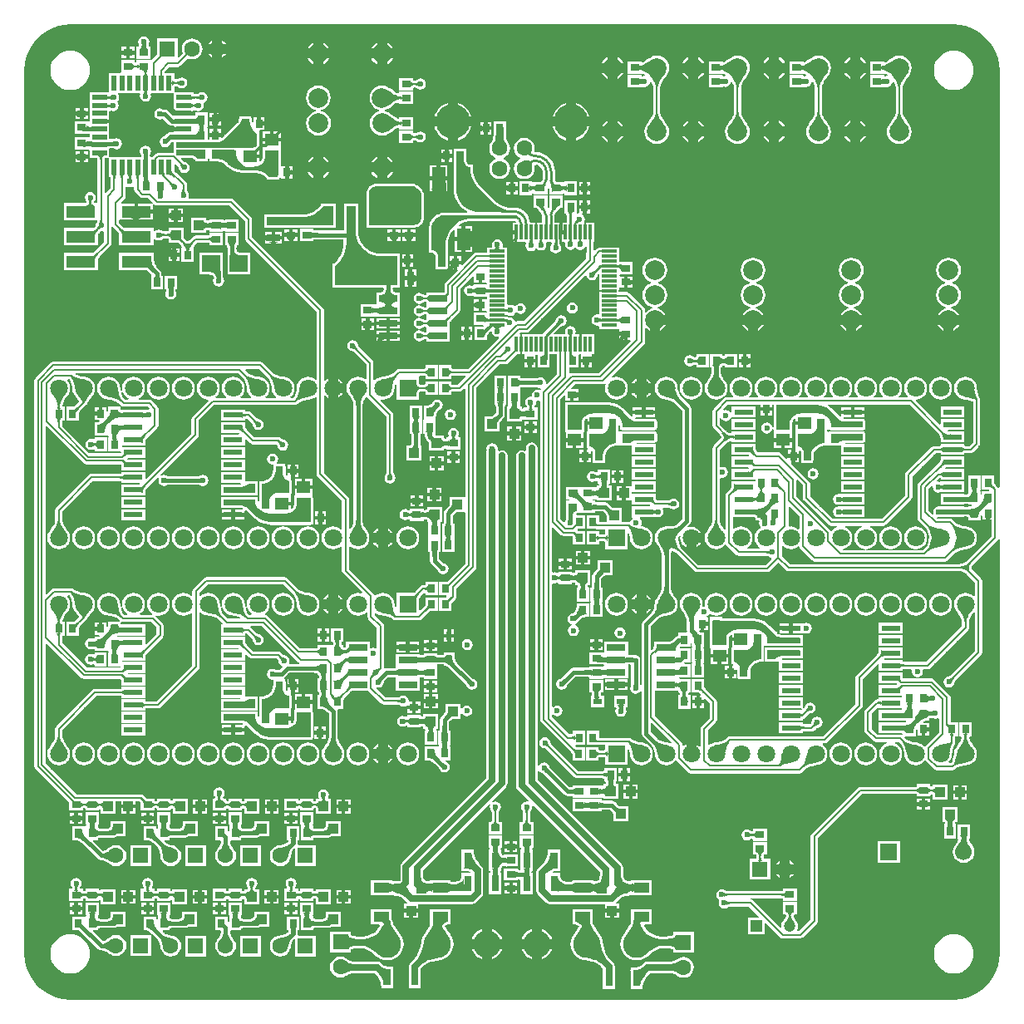
<source format=gbl>
G04*
G04 #@! TF.GenerationSoftware,Altium Limited,Altium Designer,20.0.10 (225)*
G04*
G04 Layer_Physical_Order=4*
G04 Layer_Color=16711680*
%FSLAX44Y44*%
%MOMM*%
G71*
G01*
G75*
%ADD10C,0.2032*%
%ADD15C,0.2540*%
%ADD20R,1.3500X0.8000*%
%ADD21R,0.7500X0.9000*%
%ADD22R,0.9000X0.7500*%
%ADD23R,0.8000X1.3500*%
%ADD24R,1.9050X0.6604*%
%ADD46C,0.3810*%
%ADD47C,0.3048*%
%ADD48C,0.7620*%
%ADD49C,0.2794*%
%ADD51C,2.0000*%
%ADD52C,2.8000*%
%ADD53C,1.2000*%
%ADD54R,1.2000X1.2000*%
%ADD55R,1.6002X1.6002*%
%ADD56C,1.6002*%
%ADD57C,1.6000*%
%ADD58C,3.5000*%
%ADD59R,1.7000X1.7000*%
%ADD60C,1.7000*%
%ADD61R,1.6002X1.6002*%
%ADD62C,1.8000*%
%ADD63R,1.8000X1.8000*%
%ADD64C,0.6000*%
%ADD79R,1.9050X0.6096*%
%ADD80R,1.0160X1.0160*%
%ADD81R,1.0160X1.0160*%
%ADD82R,0.8500X0.6000*%
%ADD83R,1.6000X1.0000*%
%ADD84R,0.7500X1.6500*%
%ADD85R,1.4000X1.2000*%
%ADD86R,1.5000X0.5500*%
%ADD87R,0.5500X1.5000*%
%ADD88R,3.0000X1.2000*%
%ADD89R,1.8288X1.7272*%
%ADD90R,3.2500X1.9000*%
%ADD91R,0.9500X1.9000*%
%ADD92R,0.6000X0.8500*%
%ADD93R,1.4000X2.2000*%
%ADD94R,0.3000X1.5000*%
%ADD95R,1.5000X0.3000*%
%ADD96C,0.6350*%
%ADD97C,0.3556*%
G36*
X956092Y996272D02*
X962079Y995081D01*
X967860Y993118D01*
X973335Y990418D01*
X978411Y987027D01*
X983001Y983001D01*
X987027Y978411D01*
X990418Y973335D01*
X993118Y967860D01*
X995081Y962079D01*
X996272Y956092D01*
X996662Y950142D01*
X996633Y950000D01*
Y525126D01*
X995363Y524741D01*
X994814Y525564D01*
X994814Y525564D01*
X992960Y527417D01*
X992538Y527864D01*
X991819Y528730D01*
X991290Y529481D01*
Y537040D01*
X978710D01*
Y522960D01*
X986048D01*
X986262Y522662D01*
X985610Y521392D01*
X981545D01*
X981517Y521400D01*
X981448Y521393D01*
X981380Y521409D01*
X981271Y521392D01*
X978710D01*
Y519086D01*
X978701Y519058D01*
X978709Y518988D01*
X978693Y518921D01*
X978664Y518174D01*
X978560Y518054D01*
X977290Y518526D01*
Y518725D01*
X977309Y518821D01*
X977290Y518918D01*
Y521392D01*
X977290D01*
X976885Y522194D01*
X977290Y522960D01*
X977290D01*
Y525434D01*
X977309Y525531D01*
X977290Y525627D01*
Y537040D01*
X964710D01*
Y525627D01*
X964691Y525531D01*
X964710Y525434D01*
Y522960D01*
X964710D01*
X965116Y522158D01*
X964710Y521392D01*
X964710D01*
Y519100D01*
X964704Y519079D01*
X964656Y518605D01*
X964619Y518495D01*
X964567Y518413D01*
X964438Y518286D01*
X964153Y518102D01*
X963667Y517893D01*
X962968Y517694D01*
X962059Y517535D01*
X960865Y518061D01*
Y518488D01*
X958482D01*
X958416Y518504D01*
X958355Y518495D01*
X958295Y518507D01*
X958198Y518488D01*
X936735D01*
Y507312D01*
X958198D01*
X958295Y507293D01*
X958355Y507305D01*
X958416Y507296D01*
X958482Y507312D01*
X960865D01*
Y508164D01*
X963168Y508308D01*
X964303Y508237D01*
X964710Y508188D01*
Y507312D01*
X967093D01*
X967160Y507296D01*
X967220Y507305D01*
X967281Y507293D01*
X967377Y507312D01*
X968268D01*
X968506Y506042D01*
X968001Y505846D01*
X967154Y505804D01*
X967089Y505788D01*
X964710D01*
Y504936D01*
X962406Y504792D01*
X961272Y504863D01*
X960865Y504912D01*
Y505788D01*
X958482D01*
X958416Y505804D01*
X958355Y505795D01*
X958295Y505807D01*
X958198Y505788D01*
X939402D01*
X939305Y505807D01*
X939209Y505788D01*
X936735D01*
Y505788D01*
X936456Y505559D01*
X934750Y505899D01*
X932588Y505469D01*
X930756Y504244D01*
X929531Y502412D01*
X929101Y500250D01*
X929456Y498467D01*
X928286Y497842D01*
X924432Y501696D01*
Y523554D01*
X927537Y526660D01*
X928708Y526034D01*
X928602Y525500D01*
X929031Y523338D01*
X930256Y521506D01*
X932088Y520281D01*
X934250Y519851D01*
X935465Y520093D01*
X936735Y520012D01*
X936735Y520012D01*
X936735Y520012D01*
X939209D01*
X939305Y519993D01*
X939402Y520012D01*
X939559D01*
X939595Y520009D01*
X939605Y520012D01*
X960865D01*
Y531188D01*
X939587D01*
X939568Y531194D01*
X939505Y531188D01*
X939402D01*
X939305Y531207D01*
X939209Y531188D01*
X936735D01*
X936735Y531188D01*
Y531188D01*
X935465Y530907D01*
X934250Y531148D01*
X933716Y531042D01*
X933090Y532213D01*
X935474Y534597D01*
X936735Y534465D01*
Y532712D01*
X939209D01*
X939305Y532693D01*
X939402Y532712D01*
X939529D01*
X939581Y532707D01*
X939595Y532712D01*
X960865D01*
Y543888D01*
X942087D01*
X941324Y545158D01*
X941329Y545168D01*
X941695Y545412D01*
X960865D01*
Y556588D01*
X939488D01*
X939420Y556605D01*
X939378Y556598D01*
X939336Y556607D01*
X939234Y556588D01*
X936735D01*
Y554200D01*
X936718Y554132D01*
X936695Y553595D01*
X936639Y553181D01*
X936546Y552769D01*
X936413Y552356D01*
X936238Y551937D01*
X936017Y551508D01*
X935745Y551070D01*
X935420Y550622D01*
X935040Y550165D01*
X914178Y529303D01*
X913392Y528127D01*
X913116Y526739D01*
X913116Y526739D01*
Y493658D01*
X913116Y493658D01*
X913392Y492271D01*
X914178Y491094D01*
X921505Y483768D01*
X921768Y483468D01*
X922192Y482854D01*
X922623Y482081D01*
X923048Y481146D01*
X923457Y480053D01*
X923830Y478855D01*
X924847Y474104D01*
X924891Y473800D01*
X924840Y473451D01*
X924545Y471776D01*
X923838Y468770D01*
X923457Y467547D01*
X923048Y466454D01*
X922623Y465519D01*
X922192Y464745D01*
X921768Y464132D01*
X921505Y463832D01*
X918604Y460932D01*
X911596D01*
X911513Y462202D01*
X912100Y462279D01*
X914212Y462557D01*
X917020Y463720D01*
X919430Y465570D01*
X921280Y467980D01*
X922443Y470788D01*
X922840Y473800D01*
X922443Y476813D01*
X921280Y479620D01*
X919430Y482030D01*
X917020Y483880D01*
X914212Y485043D01*
X911200Y485439D01*
X908187Y485043D01*
X905380Y483880D01*
X902970Y482030D01*
X901120Y479620D01*
X899957Y476813D01*
X899560Y473800D01*
X899957Y470788D01*
X901120Y467980D01*
X902970Y465570D01*
X905380Y463720D01*
X908187Y462557D01*
X910300Y462279D01*
X910887Y462202D01*
X910804Y460932D01*
X886196D01*
X886113Y462202D01*
X886700Y462279D01*
X888812Y462557D01*
X891620Y463720D01*
X894030Y465570D01*
X895880Y467980D01*
X897043Y470788D01*
X897440Y473800D01*
X897043Y476813D01*
X895880Y479620D01*
X894030Y482030D01*
X891620Y483880D01*
X888812Y485043D01*
X885800Y485439D01*
X882787Y485043D01*
X879980Y483880D01*
X877570Y482030D01*
X875720Y479620D01*
X874557Y476813D01*
X874161Y473800D01*
X874557Y470788D01*
X875720Y467980D01*
X877570Y465570D01*
X879980Y463720D01*
X882787Y462557D01*
X884900Y462279D01*
X885487Y462202D01*
X885404Y460932D01*
X860796D01*
X860713Y462202D01*
X863412Y462557D01*
X866220Y463720D01*
X868630Y465570D01*
X870480Y467980D01*
X871643Y470788D01*
X872040Y473800D01*
X871643Y476813D01*
X870480Y479620D01*
X868630Y482030D01*
X866220Y483880D01*
X864471Y484604D01*
X864724Y485874D01*
X878250D01*
X878250Y485874D01*
X879638Y486150D01*
X880814Y486936D01*
X906814Y512936D01*
X906814Y512936D01*
X907600Y514113D01*
X907876Y515500D01*
X907876Y515500D01*
Y536248D01*
X931702Y560074D01*
X935900D01*
X936382Y560033D01*
X936735Y559975D01*
Y558112D01*
X939209D01*
X939305Y558093D01*
X939402Y558112D01*
X939529D01*
X939581Y558107D01*
X939595Y558112D01*
X958005D01*
X958019Y558107D01*
X958070Y558112D01*
X958198D01*
X958295Y558093D01*
X958391Y558112D01*
X960865D01*
Y559975D01*
X961218Y560033D01*
X961700Y560074D01*
X967200D01*
X967200Y560074D01*
X968587Y560350D01*
X969764Y561136D01*
X975814Y567186D01*
X975814Y567186D01*
X976600Y568363D01*
X976876Y569750D01*
X976876Y569750D01*
Y614950D01*
X976876Y614950D01*
X976600Y616338D01*
X976090Y617100D01*
X976004Y617269D01*
X975824Y617498D01*
X975814Y617514D01*
X975814Y617514D01*
X975811Y617516D01*
X975665Y617783D01*
X975439Y618324D01*
X975206Y619013D01*
X973751Y625968D01*
X973473Y627842D01*
X973395Y628060D01*
X973243Y629212D01*
X972080Y632020D01*
X970230Y634430D01*
X967820Y636280D01*
X965013Y637443D01*
X962000Y637840D01*
X958988Y637443D01*
X956180Y636280D01*
X953770Y634430D01*
X951920Y632020D01*
X950757Y629212D01*
X950360Y626200D01*
X950757Y623187D01*
X951920Y620380D01*
X953770Y617970D01*
X956180Y616120D01*
X958988Y614957D01*
X960130Y614807D01*
X960339Y614730D01*
X964017Y614155D01*
X966935Y613582D01*
X969129Y613013D01*
X969624Y612846D01*
Y571252D01*
X965698Y567326D01*
X961700D01*
X961218Y567368D01*
X960865Y567425D01*
Y569288D01*
X958391D01*
X958295Y569307D01*
X958198Y569288D01*
X958071D01*
X958019Y569293D01*
X958005Y569288D01*
X939595D01*
X939581Y569293D01*
X939530Y569288D01*
X939402D01*
X939305Y569307D01*
X939209Y569288D01*
X936735D01*
Y567425D01*
X936382Y567368D01*
X935900Y567326D01*
X930200D01*
X930200Y567326D01*
X928812Y567050D01*
X927636Y566264D01*
X901686Y540314D01*
X900900Y539137D01*
X900624Y537750D01*
X900624Y537750D01*
Y517002D01*
X876748Y493126D01*
X826502D01*
X803626Y516002D01*
Y529000D01*
X803350Y530387D01*
X802564Y531564D01*
X802564Y531564D01*
X784833Y549295D01*
X784845Y549324D01*
Y555095D01*
X780968D01*
Y554819D01*
X779795Y554333D01*
X774564Y559564D01*
X773388Y560350D01*
X772000Y560626D01*
X772000Y560626D01*
X750502D01*
X749916Y561212D01*
X749803Y561334D01*
X749451Y561790D01*
X749141Y562272D01*
X748871Y562783D01*
X748639Y563330D01*
X748446Y563916D01*
X748292Y564545D01*
X748179Y565221D01*
X748109Y565945D01*
X748083Y566797D01*
X748065Y566875D01*
Y569288D01*
X745776D01*
X745756Y569294D01*
X745693Y569288D01*
X745523D01*
X745415Y569306D01*
X745337Y569288D01*
X723935D01*
Y558112D01*
X741493D01*
X741682Y557858D01*
X741045Y556588D01*
X723935D01*
Y545412D01*
X740888D01*
X741539Y544142D01*
X741357Y543888D01*
X723935D01*
Y532712D01*
X747710D01*
Y531188D01*
X726662D01*
X726583Y531206D01*
X726475Y531188D01*
X726258D01*
X726219Y531191D01*
X726208Y531188D01*
X723935D01*
Y528773D01*
X723917Y528694D01*
X723891Y527812D01*
X723820Y527058D01*
X723706Y526357D01*
X723550Y525706D01*
X723355Y525102D01*
X723122Y524543D01*
X722852Y524023D01*
X722543Y523537D01*
X722193Y523081D01*
X722074Y522951D01*
X718788Y519666D01*
X718002Y518489D01*
X717726Y517102D01*
X717726Y517102D01*
Y482266D01*
X716456Y481843D01*
X716068Y482363D01*
X715094Y483755D01*
X713467Y486382D01*
X712872Y487514D01*
X712389Y488577D01*
X712028Y489539D01*
X711786Y490390D01*
X711652Y491125D01*
X711626Y491522D01*
Y534229D01*
X712896Y535154D01*
X714285Y534878D01*
X716446Y535308D01*
X718279Y536532D01*
X719503Y538365D01*
X719933Y540526D01*
X719503Y542688D01*
X718279Y544520D01*
X716446Y545745D01*
X714285Y546175D01*
X712896Y545899D01*
X711626Y546824D01*
Y563498D01*
X717715Y569588D01*
X718084Y569931D01*
X718845Y570540D01*
X719627Y571071D01*
X720430Y571527D01*
X721259Y571912D01*
X722117Y572226D01*
X722665Y572377D01*
X723928Y571710D01*
X723935Y571704D01*
Y570812D01*
X726409D01*
X726506Y570793D01*
X726602Y570812D01*
X726729D01*
X726781Y570807D01*
X726796Y570812D01*
X748065D01*
Y581988D01*
X726795D01*
X726781Y581992D01*
X726730Y581988D01*
X726602D01*
X726506Y582007D01*
X726409Y581988D01*
X723935D01*
Y581095D01*
X723928Y581090D01*
X722665Y580423D01*
X722116Y580574D01*
X721259Y580888D01*
X720430Y581272D01*
X719627Y581729D01*
X718845Y582260D01*
X718084Y582869D01*
X717715Y583212D01*
X711626Y589302D01*
Y595532D01*
X712896Y595918D01*
X713906Y594406D01*
X715738Y593181D01*
X717900Y592752D01*
X720062Y593181D01*
X721894Y594406D01*
X722832Y595809D01*
X723935Y596212D01*
X724408Y596212D01*
X748065D01*
Y607388D01*
X723935D01*
Y601626D01*
X722665Y601240D01*
X721894Y602394D01*
X720062Y603619D01*
X717900Y604049D01*
X715805Y603632D01*
X715726Y603686D01*
X715188Y604811D01*
X720002Y609624D01*
X753218D01*
Y606905D01*
X759000D01*
X764782D01*
Y609624D01*
X766261D01*
X766363Y609500D01*
Y587532D01*
X766179Y586338D01*
X766179Y586338D01*
Y586338D01*
X765093Y586231D01*
X765062Y586386D01*
X764769Y587862D01*
X763544Y589694D01*
X761712Y590919D01*
X759550Y591348D01*
X757388Y590919D01*
X755556Y589694D01*
X754332Y587862D01*
X753902Y585700D01*
X754332Y583538D01*
X755556Y581706D01*
X757388Y580481D01*
X759550Y580051D01*
X761712Y580481D01*
X763544Y581706D01*
X764769Y583538D01*
X765062Y585014D01*
X765093Y585169D01*
X766179Y585062D01*
Y585062D01*
X766179Y585062D01*
X766433Y583897D01*
X766460Y583762D01*
X766460Y581908D01*
X766968Y580849D01*
Y575353D01*
X776000D01*
X785032D01*
Y580849D01*
X785540Y581908D01*
X785540Y583176D01*
X785595Y583259D01*
X785792Y584250D01*
Y591151D01*
X785821Y591733D01*
X786060Y592937D01*
X786506Y594011D01*
X787014Y594773D01*
X787574Y595195D01*
X787879Y595358D01*
X788968Y594705D01*
Y592353D01*
X798000D01*
Y588543D01*
X788968D01*
Y582416D01*
X788460Y581988D01*
X788460D01*
Y579988D01*
X788363Y579500D01*
Y567250D01*
X788437Y566877D01*
X788460Y566644D01*
Y564908D01*
X789065D01*
X789161Y564802D01*
X788598Y563532D01*
X788655D01*
Y558905D01*
X792532D01*
Y561503D01*
X793802Y562377D01*
X794099Y562263D01*
X794298Y561785D01*
X794363Y561123D01*
Y552500D01*
X794460Y552012D01*
Y549960D01*
X796703D01*
X796953Y549910D01*
X804453D01*
X804702Y549960D01*
X807040D01*
Y552488D01*
X807042Y552500D01*
Y556187D01*
X807097Y557304D01*
X807546Y559559D01*
X808401Y561623D01*
X809642Y563481D01*
X811222Y565061D01*
X813080Y566302D01*
X815144Y567157D01*
X817398Y567605D01*
X818580Y567663D01*
X819009Y567771D01*
X819444Y567857D01*
X819497Y567893D01*
X819556Y567908D01*
X821290D01*
Y567908D01*
X822560Y568150D01*
X822710Y568009D01*
Y567908D01*
X823886D01*
X823962Y567857D01*
X824953Y567660D01*
X832453Y567660D01*
X832887Y567747D01*
X833325Y567812D01*
X833381Y567845D01*
X833444Y567857D01*
X833520Y567908D01*
X835135D01*
Y558112D01*
X859265D01*
Y569288D01*
X840284D01*
X839644Y570518D01*
X839946Y570660D01*
X857453D01*
X858215Y570812D01*
X859265D01*
Y571406D01*
X859284Y571419D01*
X859845Y572259D01*
X860042Y573250D01*
Y579500D01*
X859845Y580491D01*
X859284Y581331D01*
X859265Y581344D01*
Y581988D01*
X857964D01*
X857453Y582090D01*
X824953D01*
X824441Y581988D01*
X822710D01*
Y581741D01*
X822560Y581600D01*
X821290Y581988D01*
Y581988D01*
X821042D01*
Y583512D01*
X821290D01*
Y583512D01*
X822560Y583900D01*
X822710Y583759D01*
Y583512D01*
X824441D01*
X824953Y583410D01*
X857453D01*
X857964Y583512D01*
X859265D01*
Y584156D01*
X859284Y584169D01*
X859845Y585009D01*
X860042Y586000D01*
Y592250D01*
X859845Y593241D01*
X859284Y594081D01*
X859265Y594094D01*
Y594688D01*
X858216D01*
X857453Y594840D01*
X839759D01*
X839009Y594877D01*
X837992Y595079D01*
X837684Y595450D01*
X838281Y596720D01*
X845295D01*
Y599895D01*
X835643D01*
Y598716D01*
X835290Y597592D01*
X833773Y597592D01*
X827473Y603892D01*
X827473Y603892D01*
X825704Y605661D01*
X825492Y605802D01*
X825312Y605983D01*
X821763Y608354D01*
X822148Y609624D01*
X904748D01*
X934844Y579529D01*
X934981Y579378D01*
X935324Y578922D01*
X935631Y578423D01*
X935903Y577877D01*
X936140Y577278D01*
X936340Y576622D01*
X936500Y575906D01*
X936618Y575127D01*
X936690Y574286D01*
X936717Y573312D01*
X936735Y573231D01*
Y570812D01*
X939269D01*
X939376Y570794D01*
X939457Y570812D01*
X960865D01*
Y581988D01*
X943924D01*
X943734Y582242D01*
X944370Y583512D01*
X960865D01*
Y594688D01*
X936735D01*
Y589552D01*
X935562Y589066D01*
X911312Y613316D01*
X911786Y614638D01*
X914212Y614957D01*
X917020Y616120D01*
X919430Y617970D01*
X921280Y620380D01*
X922443Y623187D01*
X922840Y626200D01*
X922443Y629212D01*
X921280Y632020D01*
X919430Y634430D01*
X917020Y636280D01*
X914212Y637443D01*
X911200Y637840D01*
X908187Y637443D01*
X905380Y636280D01*
X902970Y634430D01*
X901120Y632020D01*
X899957Y629212D01*
X899560Y626200D01*
X899957Y623187D01*
X901120Y620380D01*
X902834Y618146D01*
X902518Y616876D01*
X894482D01*
X894165Y618146D01*
X895880Y620380D01*
X897043Y623187D01*
X897440Y626200D01*
X897043Y629212D01*
X895880Y632020D01*
X894030Y634430D01*
X891620Y636280D01*
X888812Y637443D01*
X885800Y637840D01*
X882787Y637443D01*
X879980Y636280D01*
X877570Y634430D01*
X875720Y632020D01*
X874557Y629212D01*
X874161Y626200D01*
X874557Y623187D01*
X875720Y620380D01*
X877434Y618146D01*
X877118Y616876D01*
X869082D01*
X868765Y618146D01*
X870480Y620380D01*
X871643Y623187D01*
X872040Y626200D01*
X871643Y629212D01*
X870480Y632020D01*
X868630Y634430D01*
X866220Y636280D01*
X863412Y637443D01*
X860400Y637840D01*
X857387Y637443D01*
X854580Y636280D01*
X852170Y634430D01*
X850320Y632020D01*
X849157Y629212D01*
X848761Y626200D01*
X849157Y623187D01*
X850320Y620380D01*
X852035Y618146D01*
X851718Y616876D01*
X843682D01*
X843365Y618146D01*
X845080Y620380D01*
X846243Y623187D01*
X846640Y626200D01*
X846243Y629212D01*
X845080Y632020D01*
X843230Y634430D01*
X840820Y636280D01*
X838012Y637443D01*
X835000Y637840D01*
X831988Y637443D01*
X829180Y636280D01*
X826770Y634430D01*
X824920Y632020D01*
X823757Y629212D01*
X823361Y626200D01*
X823757Y623187D01*
X824920Y620380D01*
X826635Y618146D01*
X826318Y616876D01*
X818282D01*
X817965Y618146D01*
X819680Y620380D01*
X820843Y623187D01*
X821240Y626200D01*
X820843Y629212D01*
X819680Y632020D01*
X817830Y634430D01*
X815420Y636280D01*
X812613Y637443D01*
X809600Y637840D01*
X806588Y637443D01*
X803780Y636280D01*
X801370Y634430D01*
X799520Y632020D01*
X798357Y629212D01*
X797961Y626200D01*
X798357Y623187D01*
X799520Y620380D01*
X801235Y618146D01*
X800918Y616876D01*
X792882D01*
X792566Y618146D01*
X794280Y620380D01*
X795443Y623187D01*
X795840Y626200D01*
X795443Y629212D01*
X794280Y632020D01*
X792430Y634430D01*
X790020Y636280D01*
X787213Y637443D01*
X784200Y637840D01*
X781188Y637443D01*
X778380Y636280D01*
X775970Y634430D01*
X774120Y632020D01*
X772957Y629212D01*
X772561Y626200D01*
X772957Y623187D01*
X774120Y620380D01*
X775835Y618146D01*
X775518Y616876D01*
X767482D01*
X767166Y618146D01*
X768880Y620380D01*
X770043Y623187D01*
X770440Y626200D01*
X770043Y629212D01*
X768880Y632020D01*
X767030Y634430D01*
X764620Y636280D01*
X761813Y637443D01*
X758800Y637840D01*
X755788Y637443D01*
X752980Y636280D01*
X750570Y634430D01*
X748720Y632020D01*
X747557Y629212D01*
X747160Y626200D01*
X747557Y623187D01*
X748720Y620380D01*
X750434Y618146D01*
X750118Y616876D01*
X742082D01*
X741766Y618146D01*
X743480Y620380D01*
X744643Y623187D01*
X745040Y626200D01*
X744643Y629212D01*
X743480Y632020D01*
X741630Y634430D01*
X739220Y636280D01*
X736413Y637443D01*
X733400Y637840D01*
X730387Y637443D01*
X727580Y636280D01*
X725170Y634430D01*
X723320Y632020D01*
X722157Y629212D01*
X721760Y626200D01*
X722157Y623187D01*
X723320Y620380D01*
X725034Y618146D01*
X724718Y616876D01*
X718500D01*
X718500Y616876D01*
X717113Y616600D01*
X715936Y615814D01*
X715936Y615814D01*
X705436Y605314D01*
X704650Y604137D01*
X704374Y602750D01*
X704374Y602750D01*
Y587800D01*
X704374Y587800D01*
X704650Y586412D01*
X705436Y585236D01*
X712027Y578645D01*
X712398Y578233D01*
X712801Y577657D01*
X713047Y577166D01*
X713169Y576756D01*
X713205Y576400D01*
X713169Y576043D01*
X713047Y575634D01*
X712801Y575143D01*
X712398Y574566D01*
X712027Y574154D01*
X705436Y567564D01*
X704650Y566387D01*
X704374Y565000D01*
X704374Y565000D01*
Y491522D01*
X704348Y491125D01*
X704214Y490390D01*
X703972Y489539D01*
X703611Y488577D01*
X703128Y487515D01*
X702545Y486405D01*
X699904Y482325D01*
X698794Y480840D01*
X698691Y480625D01*
X697920Y479620D01*
X696757Y476813D01*
X696360Y473800D01*
X696757Y470788D01*
X697920Y467980D01*
X699770Y465570D01*
X702180Y463720D01*
X704987Y462557D01*
X708000Y462160D01*
X711012Y462557D01*
X713820Y463720D01*
X716230Y465570D01*
X717023Y466602D01*
X718584Y466551D01*
X718788Y466246D01*
X728598Y456436D01*
X728598Y456436D01*
X729774Y455650D01*
X731162Y455374D01*
X731162Y455374D01*
X759812D01*
X759970Y455359D01*
X760223Y455319D01*
X760466Y455262D01*
X760702Y455191D01*
X760932Y455104D01*
X761159Y454999D01*
X761386Y454877D01*
X761612Y454734D01*
X761904Y454523D01*
X762140Y454415D01*
X763088Y453781D01*
X764147Y453571D01*
X764565Y452193D01*
X758498Y446126D01*
X690002D01*
X672295Y463832D01*
X672032Y464132D01*
X671608Y464745D01*
X671178Y465519D01*
X670752Y466454D01*
X670342Y467547D01*
X669970Y468745D01*
X669089Y472863D01*
X669150Y473048D01*
X669584Y474100D01*
X670460Y475839D01*
X671691Y475460D01*
X671473Y473800D01*
X671852Y470920D01*
X672964Y468236D01*
X674732Y465932D01*
X677036Y464164D01*
X677520Y463963D01*
Y473800D01*
X682600D01*
Y478880D01*
X692437D01*
X692236Y479364D01*
X690468Y481668D01*
X688164Y483436D01*
X685480Y484548D01*
X682600Y484927D01*
X679759Y484553D01*
X679679Y484616D01*
X679058Y485648D01*
X681205Y487795D01*
X681205Y487795D01*
X682187Y489266D01*
X682532Y491000D01*
X682532Y491000D01*
Y605400D01*
X682187Y607134D01*
X681205Y608605D01*
X681205Y608605D01*
X672468Y617341D01*
X672372Y617447D01*
X671811Y618186D01*
X671283Y619019D01*
X670788Y619952D01*
X670331Y620985D01*
X669913Y622121D01*
X669547Y623330D01*
X668922Y626179D01*
X668686Y627746D01*
X668607Y627964D01*
X668443Y629212D01*
X667280Y632020D01*
X665430Y634430D01*
X663020Y636280D01*
X660212Y637443D01*
X657200Y637840D01*
X654187Y637443D01*
X651380Y636280D01*
X648970Y634430D01*
X647120Y632020D01*
X645957Y629212D01*
X645561Y626200D01*
X645957Y623187D01*
X647120Y620380D01*
X648970Y617970D01*
X651380Y616120D01*
X654187Y614957D01*
X655409Y614796D01*
X655600Y614723D01*
X658725Y614184D01*
X660039Y613862D01*
X661279Y613487D01*
X662415Y613069D01*
X663448Y612612D01*
X664381Y612117D01*
X665214Y611589D01*
X665953Y611028D01*
X666059Y610932D01*
X673468Y603523D01*
Y492877D01*
X668200Y487609D01*
X668057Y487485D01*
X667458Y487090D01*
X666716Y486714D01*
X665824Y486370D01*
X664780Y486066D01*
X663584Y485812D01*
X662271Y485618D01*
X659088Y485399D01*
X657572Y485391D01*
X657200Y485439D01*
X654187Y485043D01*
X651380Y483880D01*
X648970Y482030D01*
X647120Y479620D01*
X645957Y476813D01*
X645561Y473800D01*
X645957Y470788D01*
X647120Y467980D01*
X647870Y467003D01*
X647953Y466816D01*
X649782Y464226D01*
X650483Y463068D01*
X651095Y461926D01*
X651603Y460828D01*
X652010Y459773D01*
X652319Y458765D01*
X652535Y457802D01*
X652661Y456883D01*
X652668Y456740D01*
Y423257D01*
X652661Y423114D01*
X652535Y422195D01*
X652319Y421232D01*
X652010Y420223D01*
X651603Y419169D01*
X651095Y418070D01*
X650498Y416957D01*
X648927Y414501D01*
X647985Y413225D01*
X647887Y413016D01*
X647120Y412016D01*
X645957Y409209D01*
X645796Y407988D01*
X645723Y407797D01*
X645184Y404672D01*
X644862Y403357D01*
X644487Y402118D01*
X644069Y400982D01*
X643612Y399948D01*
X643117Y399016D01*
X642589Y398183D01*
X642028Y397444D01*
X641932Y397338D01*
X633545Y388951D01*
X632563Y387481D01*
X632218Y385747D01*
Y324347D01*
X630948Y323783D01*
X630569Y324125D01*
X630532Y324695D01*
Y349598D01*
X630187Y351332D01*
X629205Y352803D01*
X627734Y353785D01*
X626000Y354130D01*
X621468D01*
X620696Y354146D01*
X618725Y354297D01*
X618265Y354365D01*
Y355186D01*
X618265Y355440D01*
Y356456D01*
X618265Y356710D01*
Y368140D01*
X594135D01*
Y357713D01*
X593040Y357290D01*
X592865Y357290D01*
X590566D01*
X590470Y357309D01*
X590373Y357290D01*
X578960D01*
Y344710D01*
X590373D01*
X590470Y344691D01*
X590539Y344705D01*
X590610Y344695D01*
X590896Y344710D01*
X592933D01*
X593674Y343898D01*
X593425Y342926D01*
X592865Y342740D01*
X590761D01*
X590747Y342744D01*
X590697Y342740D01*
X590566D01*
X590470Y342759D01*
X590373Y342740D01*
X581627D01*
X581530Y342759D01*
X581433Y342740D01*
X581302D01*
X581253Y342744D01*
X581239Y342740D01*
X578960D01*
Y341691D01*
X575567Y341430D01*
X562898D01*
X562898Y341430D01*
X561164Y341085D01*
X559693Y340103D01*
X559693Y340103D01*
X550359Y330769D01*
X550353Y330763D01*
X549861Y330357D01*
X549719Y330254D01*
X549623Y330192D01*
X549616Y330189D01*
X549553Y330163D01*
X549547Y330159D01*
X548588Y329969D01*
X546756Y328744D01*
X545531Y326912D01*
X545102Y324750D01*
X545531Y322588D01*
X546756Y320756D01*
X548588Y319531D01*
X550750Y319102D01*
X552912Y319531D01*
X554744Y320756D01*
X555969Y322588D01*
X556159Y323547D01*
X556163Y323553D01*
X556189Y323616D01*
X556193Y323623D01*
X556254Y323719D01*
X556333Y323828D01*
X557026Y324617D01*
X564775Y332366D01*
X574998D01*
X576483Y332317D01*
X577464Y332220D01*
X578276Y332090D01*
X578876Y331944D01*
X578960Y331914D01*
Y330160D01*
X581433D01*
X581530Y330141D01*
X581627Y330160D01*
X590373D01*
X590470Y330141D01*
X590566Y330160D01*
X593040D01*
Y330634D01*
X594135Y331056D01*
X594135Y331056D01*
X596414D01*
X596428Y331052D01*
X596478Y331056D01*
X596609D01*
X596706Y331037D01*
X596802Y331056D01*
X618265D01*
Y342486D01*
X618265Y342740D01*
Y343756D01*
X618265Y344010D01*
Y344805D01*
X620536Y344980D01*
X621468Y344117D01*
Y324332D01*
X621468Y324322D01*
X621407Y323688D01*
X621379Y323514D01*
X621355Y323403D01*
X621352Y323395D01*
X621326Y323332D01*
X621325Y323326D01*
X620781Y322513D01*
X620351Y320351D01*
X620781Y318190D01*
X622006Y316357D01*
X623838Y315133D01*
X626000Y314703D01*
X628162Y315133D01*
X629994Y316357D01*
X630948Y317785D01*
X632218Y317400D01*
Y274247D01*
X632563Y272512D01*
X633545Y271042D01*
X641932Y262655D01*
X642028Y262550D01*
X642589Y261811D01*
X643117Y260977D01*
X643612Y260045D01*
X644069Y259012D01*
X644487Y257875D01*
X644853Y256667D01*
X645478Y253818D01*
X645714Y252250D01*
X645793Y252033D01*
X645957Y250784D01*
X647120Y247977D01*
X648970Y245566D01*
X651380Y243717D01*
X654187Y242554D01*
X657200Y242157D01*
X660212Y242554D01*
X663020Y243717D01*
X665430Y245566D01*
X666322Y246728D01*
X667448Y246691D01*
X667740Y246490D01*
X679545Y234686D01*
X680721Y233900D01*
X682108Y233624D01*
X682108Y233624D01*
X793053D01*
X793053Y233624D01*
X794441Y233900D01*
X795617Y234686D01*
X799632Y238702D01*
X799932Y238964D01*
X800546Y239389D01*
X801319Y239819D01*
X802254Y240244D01*
X803347Y240654D01*
X804545Y241026D01*
X809296Y242044D01*
X811131Y242309D01*
X811356Y242388D01*
X812613Y242554D01*
X815420Y243717D01*
X817830Y245566D01*
X819680Y247977D01*
X820843Y250784D01*
X821240Y253797D01*
X820843Y256809D01*
X819680Y259617D01*
X817830Y262027D01*
X816427Y263104D01*
X816858Y264374D01*
X818750D01*
X818750Y264374D01*
X820137Y264650D01*
X821314Y265436D01*
X856314Y300436D01*
X856314Y300436D01*
X857100Y301612D01*
X857376Y303000D01*
X857376Y303000D01*
Y329998D01*
X872562Y345184D01*
X873735Y344698D01*
Y338116D01*
X895005D01*
X895019Y338111D01*
X895070Y338116D01*
X895198D01*
X895294Y338096D01*
X895391Y338116D01*
X897865D01*
Y339978D01*
X898218Y340036D01*
X898700Y340078D01*
X906815D01*
X907661Y338808D01*
X907352Y337250D01*
X907781Y335088D01*
X909006Y333256D01*
X910838Y332031D01*
X912326Y331736D01*
X912456Y331710D01*
X912362Y330755D01*
X912362D01*
X912362Y330755D01*
X911222Y330440D01*
X898000D01*
X897919Y330537D01*
X897865Y330610D01*
Y336592D01*
X873735D01*
Y325416D01*
X891630D01*
X891900Y324920D01*
X891720Y324423D01*
X891684Y324369D01*
X891225Y323892D01*
X891124Y323904D01*
X891077Y323892D01*
X873735D01*
Y312716D01*
X897066D01*
X897512Y311954D01*
X897066Y311192D01*
X876595D01*
X876581Y311196D01*
X876530Y311192D01*
X876402D01*
X876305Y311211D01*
X876209Y311192D01*
X873735D01*
Y309329D01*
X873382Y309271D01*
X872900Y309229D01*
X872104D01*
X872104Y309229D01*
X870716Y308953D01*
X869540Y308167D01*
X860186Y298814D01*
X859400Y297638D01*
X859124Y296250D01*
X859124Y296250D01*
Y277500D01*
X859124Y277500D01*
X859400Y276112D01*
X860186Y274936D01*
X868186Y266936D01*
X868186Y266936D01*
X869362Y266150D01*
X870750Y265874D01*
X870750Y265874D01*
X881484D01*
X881736Y264604D01*
X879980Y263877D01*
X877570Y262027D01*
X875720Y259617D01*
X874557Y256809D01*
X874161Y253797D01*
X874557Y250784D01*
X875720Y247977D01*
X877570Y245566D01*
X879980Y243717D01*
X882787Y242554D01*
X885800Y242157D01*
X888812Y242554D01*
X891620Y243717D01*
X894030Y245566D01*
X895880Y247977D01*
X897043Y250784D01*
X897440Y253797D01*
X897043Y256809D01*
X895880Y259617D01*
X894030Y262027D01*
X891620Y263877D01*
X889864Y264604D01*
X890116Y265874D01*
X893995D01*
X896105Y263764D01*
X896367Y263465D01*
X896792Y262851D01*
X897223Y262077D01*
X897648Y261143D01*
X898057Y260050D01*
X898430Y258852D01*
X899447Y254100D01*
X899712Y252266D01*
X899792Y252040D01*
X899957Y250784D01*
X901120Y247977D01*
X902970Y245566D01*
X905380Y243717D01*
X908187Y242554D01*
X911200Y242157D01*
X914212Y242554D01*
X917020Y243717D01*
X919430Y245566D01*
X920223Y246599D01*
X921784Y246548D01*
X921988Y246243D01*
X930044Y238186D01*
X930045Y238186D01*
X931221Y237400D01*
X932608Y237124D01*
X948953D01*
X948953Y237124D01*
X950341Y237400D01*
X951517Y238186D01*
X953024Y239693D01*
X953024Y239693D01*
X953066Y239736D01*
X953125Y239783D01*
X953467Y239984D01*
X954050Y240247D01*
X954851Y240539D01*
X955793Y240823D01*
X961752Y242043D01*
X963630Y242322D01*
X963848Y242400D01*
X965013Y242554D01*
X967820Y243717D01*
X970230Y245566D01*
X972080Y247977D01*
X973243Y250784D01*
X973640Y253797D01*
X973243Y256809D01*
X972080Y259617D01*
X971309Y260622D01*
X971206Y260837D01*
X970068Y262360D01*
X969094Y263752D01*
X967467Y266378D01*
X966872Y267511D01*
X966389Y268574D01*
X966028Y269536D01*
X965786Y270387D01*
X965772Y270463D01*
X965783Y270554D01*
X966646Y271710D01*
X968290D01*
Y274184D01*
X968309Y274280D01*
X968290Y274377D01*
Y274390D01*
X968301Y274485D01*
X968290Y274524D01*
Y285790D01*
X955710D01*
Y274524D01*
X955699Y274485D01*
X955710Y274390D01*
Y274377D01*
X955691Y274280D01*
X955710Y274184D01*
Y271710D01*
X957354D01*
X958217Y270554D01*
X958228Y270463D01*
X958214Y270387D01*
X957972Y269536D01*
X957611Y268574D01*
X957128Y267511D01*
X956545Y266401D01*
X953904Y262322D01*
X952794Y260837D01*
X952691Y260622D01*
X951920Y259617D01*
X950757Y256809D01*
X950604Y255645D01*
X950526Y255427D01*
X950242Y253517D01*
X949652Y250224D01*
X949038Y247628D01*
X948742Y246648D01*
X948450Y245847D01*
X948187Y245264D01*
X947987Y244922D01*
X947939Y244863D01*
X947896Y244820D01*
X947896Y244820D01*
X947451Y244376D01*
X945235D01*
X944986Y245109D01*
X944891Y245646D01*
X946680Y247977D01*
X947843Y250784D01*
X947992Y251920D01*
X948067Y252116D01*
X948943Y257380D01*
X949536Y259952D01*
X949820Y260924D01*
X950096Y261710D01*
X950341Y262272D01*
X950517Y262581D01*
X950537Y262606D01*
X950564Y262633D01*
X950564Y262633D01*
X950591Y262673D01*
X950740Y262859D01*
X950826Y263025D01*
X951350Y263809D01*
X951626Y265197D01*
X951626Y265197D01*
Y270740D01*
X951628Y270792D01*
X951681Y271247D01*
X951752Y271569D01*
X951795Y271689D01*
X951924Y271699D01*
X951963Y271710D01*
X954290D01*
Y274184D01*
X954309Y274280D01*
X954290Y274377D01*
Y274390D01*
X954301Y274485D01*
X954290Y274524D01*
Y285790D01*
X946690D01*
Y311436D01*
X946690Y311436D01*
X946414Y312824D01*
X945628Y314000D01*
X930250Y329378D01*
X929073Y330164D01*
X927686Y330440D01*
X927686Y330440D01*
X914778D01*
X913638Y330755D01*
X913638Y330755D01*
X913638D01*
X913544Y331710D01*
X913674Y331736D01*
X915162Y332031D01*
X916994Y333256D01*
X918219Y335088D01*
X918649Y337250D01*
X918339Y338808D01*
X919184Y340078D01*
X923454D01*
X923454Y340078D01*
X924841Y340354D01*
X926017Y341140D01*
X964564Y379686D01*
X964564Y379686D01*
X965350Y380863D01*
X965626Y382250D01*
X965626Y382250D01*
Y388475D01*
X965652Y388872D01*
X965786Y389607D01*
X966028Y390458D01*
X966389Y391419D01*
X966872Y392482D01*
X967455Y393592D01*
X970096Y397672D01*
X970354Y398017D01*
X971624Y397595D01*
Y358502D01*
X946532Y333409D01*
X946409Y333308D01*
X946202Y333158D01*
X945990Y333025D01*
X945773Y332910D01*
X945548Y332809D01*
X945313Y332721D01*
X945067Y332648D01*
X944806Y332589D01*
X944450Y332532D01*
X944207Y332441D01*
X943088Y332219D01*
X941256Y330994D01*
X940031Y329162D01*
X939602Y327000D01*
X940031Y324838D01*
X941256Y323006D01*
X943088Y321781D01*
X945250Y321352D01*
X947412Y321781D01*
X949244Y323006D01*
X950469Y324838D01*
X950691Y325957D01*
X950782Y326200D01*
X950839Y326556D01*
X950898Y326817D01*
X950972Y327063D01*
X951059Y327298D01*
X951160Y327523D01*
X951276Y327740D01*
X951408Y327952D01*
X951558Y328159D01*
X951659Y328282D01*
X977814Y354436D01*
X977814Y354436D01*
X978600Y355612D01*
X978876Y357000D01*
Y430000D01*
X978876Y430000D01*
X978600Y431387D01*
X977814Y432564D01*
X977814Y432564D01*
X969123Y441255D01*
X968752Y441666D01*
X968349Y442243D01*
X968103Y442734D01*
X967980Y443144D01*
X967945Y443500D01*
X967980Y443857D01*
X968103Y444266D01*
X968349Y444757D01*
X968752Y445334D01*
X969123Y445745D01*
X994814Y471436D01*
X994814Y471436D01*
X995363Y472259D01*
X996633Y471874D01*
Y50000D01*
X996662Y49858D01*
X996272Y43908D01*
X995081Y37921D01*
X993118Y32140D01*
X990418Y26665D01*
X987027Y21589D01*
X983001Y16999D01*
X978411Y12974D01*
X973335Y9582D01*
X967860Y6882D01*
X962079Y4919D01*
X956092Y3728D01*
X950142Y3338D01*
X950000Y3367D01*
X50000D01*
X49858Y3338D01*
X43908Y3728D01*
X37921Y4919D01*
X32140Y6882D01*
X26665Y9582D01*
X21589Y12974D01*
X16999Y16999D01*
X12974Y21589D01*
X9582Y26665D01*
X6882Y32140D01*
X4919Y37921D01*
X3728Y43908D01*
X3338Y49858D01*
X3367Y50000D01*
X3367Y948738D01*
X3367Y948748D01*
X3367Y950000D01*
X3411Y951252D01*
X3728Y956092D01*
X4919Y962079D01*
X6882Y967860D01*
X9582Y973335D01*
X12974Y978411D01*
X16999Y983001D01*
X21589Y987027D01*
X26665Y990418D01*
X32140Y993118D01*
X37921Y995081D01*
X43908Y996272D01*
X49858Y996662D01*
X50000Y996633D01*
X950000D01*
X950142Y996662D01*
X956092Y996272D01*
D02*
G37*
G36*
X971201Y625512D02*
X972703Y618331D01*
X973014Y617409D01*
X973329Y616658D01*
X973647Y616077D01*
X973968Y615668D01*
X972532Y614232D01*
X972123Y614553D01*
X971542Y614871D01*
X970791Y615186D01*
X969868Y615497D01*
X967510Y616108D01*
X964467Y616706D01*
X960739Y617289D01*
X970911Y627461D01*
X971201Y625512D01*
D02*
G37*
G36*
X666374Y625707D02*
X667039Y622676D01*
X667456Y621299D01*
X667929Y620013D01*
X668457Y618819D01*
X669042Y617717D01*
X669682Y616707D01*
X670379Y615789D01*
X671131Y614963D01*
X668437Y612269D01*
X667611Y613021D01*
X666693Y613718D01*
X665683Y614358D01*
X664581Y614943D01*
X663387Y615471D01*
X662101Y615944D01*
X660724Y616361D01*
X659254Y616721D01*
X656039Y617275D01*
X666125Y627361D01*
X666374Y625707D01*
D02*
G37*
G36*
X815090Y608524D02*
X819713Y606609D01*
X823873Y603829D01*
X825642Y602061D01*
X825642Y602061D01*
X832453Y595250D01*
X832704Y595022D01*
X832719Y595022D01*
X832712Y595015D01*
X833197Y594575D01*
X834867Y593460D01*
X836722Y592691D01*
X838691Y592299D01*
X839695Y592250D01*
X857453D01*
Y586000D01*
X824953D01*
Y588550D01*
X824895Y589721D01*
X824438Y592019D01*
X823542Y594183D01*
X822240Y596131D01*
X822083Y596305D01*
X821579Y596748D01*
X821624Y596811D01*
X821453Y597000D01*
X820584Y597788D01*
X818636Y599089D01*
X816472Y599986D01*
X814174Y600443D01*
X813003Y600500D01*
X793549D01*
X792461Y600447D01*
X790328Y600022D01*
X788318Y599190D01*
X786509Y597981D01*
X786046Y597561D01*
X786197Y597399D01*
X785105Y596576D01*
X784211Y595238D01*
X783570Y593692D01*
X783244Y592051D01*
X783203Y591214D01*
Y584250D01*
X768953D01*
Y609500D01*
X810183D01*
X815090Y608524D01*
D02*
G37*
G36*
X939697Y581297D02*
X940706Y580459D01*
X941674Y579778D01*
X942599Y579253D01*
X943482Y578884D01*
X944323Y578672D01*
X945122Y578616D01*
X945879Y578717D01*
X946594Y578974D01*
X947267Y579387D01*
X939305Y573382D01*
X939277Y574432D01*
X939191Y575433D01*
X939047Y576382D01*
X938846Y577282D01*
X938587Y578132D01*
X938271Y578932D01*
X937897Y579682D01*
X937466Y580382D01*
X936978Y581032D01*
X936432Y581631D01*
X938646Y582291D01*
X939697Y581297D01*
D02*
G37*
G36*
X716390Y580907D02*
X717306Y580175D01*
X718257Y579528D01*
X719244Y578968D01*
X720267Y578493D01*
X721326Y578106D01*
X722420Y577804D01*
X723550Y577588D01*
X724097Y577528D01*
X724514Y577596D01*
X725042Y577736D01*
X725490Y577916D01*
X725855Y578136D01*
X726140Y578397D01*
X726343Y578697D01*
X726465Y579037D01*
X726506Y579417D01*
Y573382D01*
X726465Y573763D01*
X726343Y574103D01*
X726140Y574403D01*
X725855Y574663D01*
X725490Y574883D01*
X725042Y575064D01*
X724514Y575204D01*
X724097Y575272D01*
X723550Y575211D01*
X722420Y574996D01*
X721326Y574694D01*
X720267Y574306D01*
X719244Y573832D01*
X718257Y573272D01*
X717306Y572625D01*
X716390Y571892D01*
X715510Y571073D01*
X713652Y572089D01*
X714428Y572952D01*
X715032Y573814D01*
X715463Y574676D01*
X715722Y575538D01*
X715808Y576400D01*
X715722Y577262D01*
X715463Y578124D01*
X715032Y578986D01*
X714428Y579848D01*
X713652Y580710D01*
X715510Y581726D01*
X716390Y580907D01*
D02*
G37*
G36*
X857453Y573250D02*
X839695D01*
X838691Y573201D01*
X836722Y572809D01*
X834867Y572041D01*
X833197Y570925D01*
X832453Y570250D01*
X824953Y570250D01*
Y579500D01*
X857453D01*
Y573250D01*
D02*
G37*
G36*
X958335Y566337D02*
X958457Y565997D01*
X958660Y565697D01*
X958945Y565437D01*
X959311Y565216D01*
X959758Y565036D01*
X960286Y564896D01*
X960895Y564796D01*
X961586Y564736D01*
X962359Y564716D01*
Y562684D01*
X961586Y562664D01*
X960895Y562604D01*
X960286Y562504D01*
X959758Y562364D01*
X959311Y562184D01*
X958945Y561964D01*
X958660Y561703D01*
X958457Y561403D01*
X958335Y561063D01*
X958295Y560682D01*
Y566717D01*
X958335Y566337D01*
D02*
G37*
G36*
X939305Y560682D02*
X939265Y561063D01*
X939143Y561403D01*
X938940Y561703D01*
X938655Y561964D01*
X938289Y562184D01*
X937842Y562364D01*
X937314Y562504D01*
X936705Y562604D01*
X936014Y562664D01*
X935241Y562684D01*
Y564716D01*
X936014Y564736D01*
X936705Y564796D01*
X937314Y564896D01*
X937842Y565036D01*
X938289Y565216D01*
X938655Y565437D01*
X938940Y565697D01*
X939143Y565997D01*
X939265Y566337D01*
X939305Y566717D01*
Y560682D01*
D02*
G37*
G36*
X745523Y565781D02*
X745610Y564883D01*
X745753Y564024D01*
X745954Y563201D01*
X746213Y562418D01*
X746529Y561672D01*
X746903Y560964D01*
X747334Y560294D01*
X747822Y559662D01*
X748368Y559069D01*
X746755Y557809D01*
X745683Y558823D01*
X744658Y559676D01*
X743680Y560368D01*
X742748Y560900D01*
X741863Y561271D01*
X741024Y561481D01*
X740232Y561530D01*
X739486Y561418D01*
X738786Y561146D01*
X738133Y560713D01*
X745495Y566717D01*
X745523Y565781D01*
D02*
G37*
G36*
X818453Y586082D02*
X818719D01*
X818453Y586048D01*
Y579452D01*
X818719Y579417D01*
X818453D01*
Y570250D01*
X817080Y570183D01*
X814389Y569647D01*
X811853Y568597D01*
X809571Y567072D01*
X807630Y565132D01*
X806106Y562850D01*
X805055Y560314D01*
X804520Y557622D01*
X804453Y556250D01*
Y552500D01*
X796953D01*
Y561250D01*
X796837Y562421D01*
X795941Y564584D01*
X794286Y566239D01*
X792123Y567135D01*
X790953Y567250D01*
Y579500D01*
X801953D01*
X802835Y579543D01*
X804565Y579888D01*
X806195Y580563D01*
X807662Y581543D01*
X808910Y582790D01*
X809890Y584258D01*
X810565Y585887D01*
X810909Y587618D01*
X810953Y588500D01*
Y595250D01*
X818453D01*
Y586082D01*
D02*
G37*
G36*
X945169Y548013D02*
X944575Y548504D01*
X943921Y548822D01*
X943207Y548966D01*
X942434Y548937D01*
X941602Y548733D01*
X940710Y548356D01*
X939759Y547805D01*
X938748Y547080D01*
X937678Y546181D01*
X936548Y545109D01*
X936432Y547866D01*
X936978Y548445D01*
X937466Y549032D01*
X937897Y549627D01*
X938271Y550230D01*
X938587Y550841D01*
X938846Y551460D01*
X939047Y552087D01*
X939191Y552723D01*
X939277Y553366D01*
X939305Y554017D01*
X945169Y548013D01*
D02*
G37*
G36*
X745278Y553426D02*
X745170Y552954D01*
X745168Y552443D01*
X745273Y551894D01*
X745485Y551306D01*
X745805Y550679D01*
X746232Y550013D01*
X746765Y549308D01*
X747406Y548565D01*
X748154Y547782D01*
X746718Y546346D01*
X746000Y547029D01*
X745330Y547597D01*
X744706Y548049D01*
X744130Y548386D01*
X743602Y548607D01*
X743120Y548713D01*
X742685Y548704D01*
X742298Y548579D01*
X741957Y548338D01*
X741664Y547982D01*
X745495Y553859D01*
X745278Y553426D01*
D02*
G37*
G36*
X747468Y542282D02*
X746816Y541602D01*
X745812Y540379D01*
X745461Y539836D01*
X745210Y539339D01*
X745060Y538887D01*
X745010Y538481D01*
X745061Y538121D01*
X745212Y537807D01*
X745464Y537538D01*
X740861Y541287D01*
X741184Y541090D01*
X741551Y540991D01*
X741960Y540989D01*
X742413Y541086D01*
X742908Y541280D01*
X743447Y541572D01*
X744029Y541962D01*
X744653Y542450D01*
X745321Y543035D01*
X746032Y543718D01*
X747468Y542282D01*
D02*
G37*
G36*
X939305Y535283D02*
X939265Y535663D01*
X939143Y536003D01*
X938940Y536303D01*
X938655Y536563D01*
X938289Y536784D01*
X937842Y536964D01*
X937314Y537104D01*
X936705Y537204D01*
X936014Y537264D01*
X935241Y537284D01*
Y539316D01*
X936014Y539336D01*
X936705Y539396D01*
X937314Y539496D01*
X937842Y539636D01*
X938289Y539816D01*
X938655Y540037D01*
X938940Y540297D01*
X939143Y540597D01*
X939265Y540937D01*
X939305Y541317D01*
Y535283D01*
D02*
G37*
G36*
Y526561D02*
X939620Y526531D01*
X948510Y527395D01*
Y523605D01*
X939620Y524469D01*
X939305Y524439D01*
Y522583D01*
X939265Y522944D01*
X939143Y523267D01*
X938940Y523552D01*
X938655Y523800D01*
X938289Y524009D01*
X937949Y524139D01*
X937568Y523994D01*
X937182Y523817D01*
X936805Y523613D01*
X936438Y523381D01*
X936080Y523123D01*
Y524459D01*
X936014Y524465D01*
X935241Y524484D01*
Y526516D01*
X936014Y526537D01*
X936080Y526543D01*
Y527877D01*
X936438Y527619D01*
X936805Y527387D01*
X937182Y527183D01*
X937568Y527006D01*
X937904Y526878D01*
X938289Y527041D01*
X938655Y527273D01*
X938940Y527546D01*
X939143Y527861D01*
X939265Y528218D01*
X939305Y528618D01*
Y526561D01*
D02*
G37*
G36*
X988276Y533042D02*
X988018Y532327D01*
X987918Y531570D01*
X987973Y530771D01*
X988186Y529930D01*
X988554Y529047D01*
X989079Y528122D01*
X989761Y527155D01*
X990599Y526145D01*
X991593Y525094D01*
X991156Y522657D01*
X989961Y523795D01*
X988840Y524745D01*
X987792Y525506D01*
X986819Y526079D01*
X985920Y526464D01*
X985095Y526660D01*
X984344Y526668D01*
X983667Y526487D01*
X983064Y526118D01*
X982535Y525561D01*
X988689Y533715D01*
X988276Y533042D01*
D02*
G37*
G36*
X771257Y532810D02*
X770986Y532109D01*
X770876Y531362D01*
X770926Y530569D01*
X771136Y529730D01*
X771506Y528845D01*
X772037Y527914D01*
X772729Y526937D01*
X773581Y525913D01*
X774593Y524844D01*
X773906Y522657D01*
X772729Y523777D01*
X771622Y524713D01*
X770584Y525464D01*
X769617Y526031D01*
X768720Y526414D01*
X767893Y526612D01*
X767136Y526626D01*
X766449Y526455D01*
X765832Y526100D01*
X765285Y525561D01*
X771689Y533465D01*
X771257Y532810D01*
D02*
G37*
G36*
X734017Y522613D02*
X733359Y523041D01*
X732655Y523309D01*
X731906Y523418D01*
X731112Y523367D01*
X730273Y523157D01*
X729388Y522786D01*
X728458Y522257D01*
X727482Y521567D01*
X726462Y520718D01*
X725396Y519709D01*
X723632Y520819D01*
X724178Y521414D01*
X724666Y522050D01*
X725097Y522728D01*
X725471Y523446D01*
X725787Y524205D01*
X726046Y525006D01*
X726247Y525847D01*
X726391Y526730D01*
X726477Y527653D01*
X726506Y528617D01*
X734017Y522613D01*
D02*
G37*
G36*
X757206Y525490D02*
X756746Y525368D01*
X756341Y525165D01*
X755989Y524880D01*
X755692Y524515D01*
X755449Y524067D01*
X755259Y523539D01*
X755124Y522929D01*
X755043Y522239D01*
X755041Y522176D01*
X755043Y522113D01*
X755124Y521422D01*
X755259Y520813D01*
X755449Y520284D01*
X755692Y519837D01*
X755989Y519472D01*
X756341Y519187D01*
X756746Y518984D01*
X757206Y518862D01*
X757719Y518821D01*
X750281D01*
X750794Y518862D01*
X751254Y518984D01*
X751659Y519187D01*
X752011Y519472D01*
X752308Y519837D01*
X752551Y520284D01*
X752741Y520813D01*
X752876Y521422D01*
X752957Y522113D01*
X752959Y522176D01*
X752957Y522239D01*
X752876Y522929D01*
X752741Y523539D01*
X752551Y524067D01*
X752308Y524515D01*
X752011Y524880D01*
X751659Y525165D01*
X751254Y525368D01*
X750794Y525490D01*
X750281Y525531D01*
X757719D01*
X757206Y525490D01*
D02*
G37*
G36*
X972916Y525531D02*
X974719D01*
X974375Y525454D01*
X974066Y525226D01*
X973794Y524845D01*
X973558Y524311D01*
X973359Y523625D01*
X973195Y522787D01*
X973135Y522320D01*
X973195Y521565D01*
X973359Y520727D01*
X973558Y520041D01*
X973794Y519507D01*
X974066Y519126D01*
X974375Y518898D01*
X974719Y518821D01*
X972916D01*
X972905Y517910D01*
X969095D01*
X969084Y518821D01*
X967281D01*
X967625Y518898D01*
X967934Y519126D01*
X968206Y519507D01*
X968442Y520041D01*
X968641Y520727D01*
X968805Y521565D01*
X968865Y522032D01*
X968805Y522787D01*
X968641Y523625D01*
X968442Y524311D01*
X968206Y524845D01*
X967934Y525226D01*
X967625Y525454D01*
X967281Y525531D01*
X969084D01*
X969095Y526441D01*
X972905D01*
X972916Y525531D01*
D02*
G37*
G36*
X967281Y509883D02*
X967204Y510094D01*
X966976Y510283D01*
X966595Y510450D01*
X966061Y510594D01*
X965376Y510717D01*
X964537Y510817D01*
X963168Y510903D01*
X960200Y510717D01*
X959514Y510594D01*
X958980Y510450D01*
X958599Y510283D01*
X958371Y510094D01*
X958295Y509883D01*
Y515918D01*
X958371Y515706D01*
X958599Y515517D01*
X958980Y515350D01*
X959514Y515205D01*
X960200Y515083D01*
X961038Y514983D01*
X961966Y514925D01*
X962404Y514966D01*
X963547Y515167D01*
X964537Y515448D01*
X965376Y515809D01*
X966061Y516251D01*
X966595Y516773D01*
X966976Y517376D01*
X967204Y518058D01*
X967281Y518821D01*
Y509883D01*
D02*
G37*
G36*
X750281Y509882D02*
X750240Y510263D01*
X750118Y510603D01*
X749915Y510903D01*
X749630Y511163D01*
X749265Y511384D01*
X748818Y511564D01*
X748289Y511704D01*
X747887Y511770D01*
X747486Y511704D01*
X746958Y511564D01*
X746510Y511384D01*
X746145Y511163D01*
X745860Y510903D01*
X745657Y510603D01*
X745535Y510263D01*
X745495Y509882D01*
Y515917D01*
X745535Y515537D01*
X745657Y515197D01*
X745860Y514897D01*
X746145Y514636D01*
X746510Y514416D01*
X746958Y514236D01*
X747486Y514096D01*
X747641Y514071D01*
X747686Y514078D01*
X748298Y514282D01*
X748830Y514566D01*
X749280Y514932D01*
X749649Y515379D01*
X749936Y515907D01*
X750142Y516517D01*
X750267Y517208D01*
X750311Y517980D01*
X750281Y509882D01*
D02*
G37*
G36*
X939305Y502168D02*
X939515Y502160D01*
X940068Y502155D01*
Y498345D01*
X939515Y498340D01*
X939305Y498327D01*
Y497183D01*
X939260Y497403D01*
X939123Y497601D01*
X938895Y497775D01*
X938577Y497926D01*
X938167Y498054D01*
X937665Y498159D01*
X937486Y498184D01*
X937432Y498175D01*
X937151Y498114D01*
X936916Y498043D01*
X936725Y497962D01*
X936580Y497873D01*
Y498272D01*
X935616Y498333D01*
X934750Y498345D01*
Y502155D01*
X935616Y502166D01*
X936580Y502241D01*
Y502627D01*
X936725Y502537D01*
X936916Y502457D01*
X937151Y502386D01*
X937432Y502325D01*
X937509Y502313D01*
X937665Y502325D01*
X938167Y502421D01*
X938577Y502537D01*
X938895Y502676D01*
X939123Y502835D01*
X939260Y503016D01*
X939305Y503218D01*
Y502168D01*
D02*
G37*
G36*
X967281Y494278D02*
X967204Y495042D01*
X966976Y495724D01*
X966595Y496327D01*
X966061Y496849D01*
X965376Y497291D01*
X964537Y497652D01*
X963547Y497934D01*
X962404Y498134D01*
X962272Y498147D01*
X960200Y498017D01*
X959514Y497895D01*
X958980Y497750D01*
X958599Y497583D01*
X958371Y497394D01*
X958295Y497183D01*
Y503218D01*
X958371Y503006D01*
X958599Y502817D01*
X958980Y502650D01*
X959514Y502505D01*
X960200Y502383D01*
X961038Y502283D01*
X962406Y502197D01*
X965376Y502383D01*
X966061Y502505D01*
X966595Y502650D01*
X966976Y502817D01*
X967204Y503006D01*
X967281Y503218D01*
Y494278D01*
D02*
G37*
G36*
X771720Y509882D02*
X770926Y509828D01*
X770103Y509667D01*
X769250Y509397D01*
X768367Y509020D01*
X767454Y508535D01*
X766511Y507943D01*
X765539Y507242D01*
X764536Y506434D01*
X762720Y504753D01*
X762084Y504083D01*
X761168Y503002D01*
X760360Y501919D01*
X759659Y500834D01*
X759067Y499747D01*
X758582Y498657D01*
X758204Y497566D01*
X757935Y496472D01*
X757773Y495376D01*
X757719Y494278D01*
X757834Y493817D01*
X759155D01*
X759160Y493265D01*
X759273Y491509D01*
X759325Y491182D01*
X759386Y490901D01*
X759457Y490666D01*
X759538Y490475D01*
X759627Y490330D01*
X758700D01*
X759155Y488500D01*
X755345D01*
X755294Y489598D01*
X755181Y490330D01*
X754873D01*
X754962Y490475D01*
X755043Y490666D01*
X755081Y490792D01*
X754889Y491447D01*
X754535Y492198D01*
X754079Y492834D01*
X753522Y493354D01*
X752863Y493758D01*
X752104Y494047D01*
X751243Y494221D01*
X750281Y494278D01*
X750204Y495042D01*
X749976Y495724D01*
X749595Y496327D01*
X749061Y496849D01*
X748375Y497291D01*
X747537Y497652D01*
X746659Y497901D01*
X746623Y497894D01*
X746129Y497750D01*
X745777Y497583D01*
X745565Y497394D01*
X745495Y497182D01*
Y498118D01*
X745404Y498134D01*
X744108Y498255D01*
X742661Y498295D01*
Y502105D01*
X744108Y502116D01*
X745495Y502203D01*
Y503217D01*
X745565Y503006D01*
X745777Y502817D01*
X746129Y502650D01*
X746623Y502505D01*
X747258Y502383D01*
X747623Y502336D01*
X748375Y502383D01*
X749061Y502505D01*
X749595Y502650D01*
X749976Y502817D01*
X750204Y503006D01*
X750281Y503217D01*
Y502145D01*
X751187Y502129D01*
X750281Y503217D01*
X751378Y503271D01*
X752474Y503433D01*
X753568Y503702D01*
X754659Y504080D01*
X755749Y504564D01*
X756836Y505157D01*
X757921Y505858D01*
X759004Y506666D01*
X759941Y507460D01*
X760832Y508558D01*
X761640Y509721D01*
X762341Y510919D01*
X762934Y512150D01*
X763418Y513416D01*
X763796Y514716D01*
X764065Y516050D01*
X764227Y517419D01*
X764280Y518821D01*
X771720Y509882D01*
D02*
G37*
G36*
X747619Y494605D02*
X747656Y494495D01*
X747703Y494021D01*
X747710Y494000D01*
Y491708D01*
X750069D01*
X750125Y491693D01*
X750908Y491646D01*
X751132Y491601D01*
X752031Y490662D01*
X751601Y488500D01*
X752031Y486338D01*
X752804Y485182D01*
X752950Y484102D01*
X752506Y483516D01*
X750570Y482030D01*
X748720Y479620D01*
X747557Y476813D01*
X747160Y473800D01*
X747557Y470788D01*
X748720Y467980D01*
X750570Y465570D01*
X752751Y463896D01*
X752530Y462626D01*
X739670D01*
X739449Y463896D01*
X741630Y465570D01*
X743480Y467980D01*
X744643Y470788D01*
X745040Y473800D01*
X744643Y476813D01*
X743480Y479620D01*
X741630Y482030D01*
X739220Y483880D01*
X736413Y485043D01*
X733400Y485439D01*
X730387Y485043D01*
X727580Y483880D01*
X726248Y482858D01*
X724978Y483484D01*
Y494612D01*
X745398D01*
X745495Y494593D01*
X745585Y494611D01*
X745677Y494599D01*
X745724Y494612D01*
X747615D01*
X747619Y494605D01*
D02*
G37*
G36*
X988720Y509883D02*
X987926Y509829D01*
X987103Y509667D01*
X986250Y509398D01*
X985367Y509020D01*
X984454Y508535D01*
X983511Y507943D01*
X982539Y507242D01*
X981536Y506434D01*
X979720Y504753D01*
X979084Y504083D01*
X978168Y503002D01*
X977360Y501919D01*
X976659Y500834D01*
X976067Y499747D01*
X975582Y498657D01*
X975204Y497566D01*
X974935Y496472D01*
X974773Y495376D01*
X974719Y494278D01*
X967281Y503218D01*
X968378Y503271D01*
X969474Y503433D01*
X970568Y503703D01*
X971659Y504080D01*
X972749Y504565D01*
X973836Y505157D01*
X974921Y505858D01*
X976004Y506666D01*
X976941Y507460D01*
X977832Y508558D01*
X978640Y509721D01*
X979341Y510919D01*
X979933Y512150D01*
X980418Y513416D01*
X980796Y514716D01*
X981065Y516050D01*
X981227Y517419D01*
X981281Y518821D01*
X988720Y509883D01*
D02*
G37*
G36*
X986905Y494278D02*
X988720D01*
X988302Y494226D01*
X987929Y494067D01*
X987600Y493803D01*
X987314Y493434D01*
X987073Y492959D01*
X986905Y492465D01*
Y492216D01*
X988624D01*
Y475502D01*
X963435Y450312D01*
X963066Y449969D01*
X962305Y449360D01*
X961523Y448829D01*
X960720Y448373D01*
X959891Y447988D01*
X959033Y447674D01*
X958142Y447428D01*
X957214Y447251D01*
X956245Y447144D01*
X955742Y447126D01*
X783098D01*
X774924Y455300D01*
Y465034D01*
X776194Y465398D01*
X778380Y463720D01*
X781188Y462557D01*
X784200Y462160D01*
X787213Y462557D01*
X790020Y463720D01*
X791649Y464970D01*
X793049Y464443D01*
X793150Y463932D01*
X793936Y462756D01*
X806014Y450678D01*
X806014Y450678D01*
X807191Y449892D01*
X808578Y449616D01*
X808578Y449616D01*
X941442D01*
X941442Y449616D01*
X942830Y449892D01*
X944006Y450678D01*
X952032Y458705D01*
X952332Y458968D01*
X952945Y459392D01*
X953719Y459823D01*
X954654Y460247D01*
X955747Y460658D01*
X956945Y461030D01*
X961696Y462047D01*
X963531Y462312D01*
X963756Y462392D01*
X965013Y462557D01*
X967820Y463720D01*
X970230Y465570D01*
X972080Y467980D01*
X973243Y470788D01*
X973640Y473800D01*
X973243Y476813D01*
X972080Y479620D01*
X970230Y482030D01*
X967820Y483880D01*
X965013Y485043D01*
X963756Y485208D01*
X963531Y485288D01*
X961651Y485560D01*
X959976Y485855D01*
X956970Y486562D01*
X955747Y486942D01*
X954654Y487352D01*
X953719Y487777D01*
X952945Y488208D01*
X952332Y488632D01*
X952032Y488895D01*
X948864Y492064D01*
X947688Y492850D01*
X946300Y493126D01*
X946300Y493126D01*
X933387D01*
X932992Y493656D01*
X933718Y494807D01*
X934750Y494602D01*
X936358Y494921D01*
X936735Y494612D01*
Y494612D01*
X939209D01*
X939305Y494593D01*
X939402Y494612D01*
X958198D01*
X958295Y494593D01*
X958355Y494605D01*
X958416Y494596D01*
X958482Y494612D01*
X960865D01*
Y495464D01*
X962173Y495546D01*
X962968Y495406D01*
X963667Y495207D01*
X964153Y494998D01*
X964438Y494814D01*
X964567Y494688D01*
X964619Y494605D01*
X964656Y494495D01*
X964704Y494021D01*
X964710Y494000D01*
Y491708D01*
X967184D01*
X967281Y491689D01*
X967377Y491708D01*
X967471D01*
X967538Y491702D01*
X967559Y491708D01*
X974455D01*
X974483Y491700D01*
X974539Y491705D01*
X974593Y491692D01*
X974702Y491708D01*
X977290D01*
Y494014D01*
X977299Y494042D01*
X977293Y494098D01*
X977306Y494152D01*
X977354Y495123D01*
X977479Y495972D01*
X977610Y496503D01*
X977948Y496782D01*
X979218Y496182D01*
Y492216D01*
X983095D01*
Y492466D01*
X982927Y492959D01*
X982686Y493434D01*
X982400Y493803D01*
X982071Y494067D01*
X981698Y494226D01*
X981281Y494278D01*
X983095D01*
Y498748D01*
X986905D01*
Y494278D01*
D02*
G37*
G36*
X767529Y494278D02*
X771720D01*
X770922Y494226D01*
X770209Y494067D01*
X769580Y493803D01*
X769034Y493434D01*
X768573Y492959D01*
X768195Y492378D01*
X767913Y491719D01*
X767942Y491633D01*
X768070Y491335D01*
X768215Y491067D01*
X768377Y490830D01*
X767682D01*
X767566Y490003D01*
X767524Y489000D01*
X764476D01*
X764408Y490830D01*
X763623D01*
X763785Y491067D01*
X763930Y491335D01*
X764058Y491633D01*
X764169Y491963D01*
X764263Y492323D01*
X764339Y492709D01*
X764280Y494278D01*
X764471D01*
X764476Y494584D01*
X767524D01*
X767529Y494278D01*
D02*
G37*
G36*
X792874Y495748D02*
Y483291D01*
X791604Y482664D01*
X790020Y483880D01*
X787213Y485043D01*
X784200Y485439D01*
X782535Y485220D01*
X781562Y486373D01*
Y505401D01*
X782735Y505887D01*
X792874Y495748D01*
D02*
G37*
G36*
X796374Y527498D02*
Y514500D01*
X796374Y514500D01*
X796650Y513112D01*
X797436Y511936D01*
X822436Y486936D01*
X822436Y486936D01*
X823613Y486150D01*
X825000Y485874D01*
X825000Y485874D01*
X830676D01*
X830929Y484604D01*
X829180Y483880D01*
X826770Y482030D01*
X825977Y480998D01*
X825522Y480875D01*
X824416Y481049D01*
X824212Y481354D01*
X824212Y481354D01*
X789690Y515876D01*
Y532387D01*
X790409Y532832D01*
X790934Y532938D01*
X796374Y527498D01*
D02*
G37*
G36*
X709077Y490807D02*
X709261Y489802D01*
X709566Y488728D01*
X709995Y487586D01*
X710545Y486375D01*
X711218Y485096D01*
X712930Y482330D01*
X713970Y480844D01*
X715132Y479290D01*
X700868D01*
X702030Y480844D01*
X704782Y485096D01*
X705455Y486375D01*
X706005Y487586D01*
X706434Y488728D01*
X706739Y489802D01*
X706923Y490807D01*
X706984Y491743D01*
X709016D01*
X709077Y490807D01*
D02*
G37*
G36*
X856329Y484604D02*
X854580Y483880D01*
X852170Y482030D01*
X850320Y479620D01*
X849157Y476813D01*
X848761Y473800D01*
X849157Y470788D01*
X850320Y467980D01*
X852170Y465570D01*
X854580Y463720D01*
X857387Y462557D01*
X860087Y462202D01*
X860004Y460932D01*
X837211D01*
X837055Y461150D01*
X837644Y462509D01*
X838012Y462557D01*
X840820Y463720D01*
X843230Y465570D01*
X845080Y467980D01*
X846243Y470788D01*
X846640Y473800D01*
X846243Y476813D01*
X845080Y479620D01*
X843230Y482030D01*
X840820Y483880D01*
X839071Y484604D01*
X839324Y485874D01*
X856076D01*
X856329Y484604D01*
D02*
G37*
G36*
X950736Y486587D02*
X951577Y486006D01*
X952552Y485463D01*
X953662Y484959D01*
X954908Y484492D01*
X956288Y484062D01*
X959454Y483318D01*
X961240Y483002D01*
X963161Y482725D01*
X954236Y473800D01*
X963161Y464875D01*
X961240Y464598D01*
X956288Y463538D01*
X954908Y463108D01*
X953662Y462641D01*
X952552Y462136D01*
X951577Y461594D01*
X950736Y461013D01*
X950031Y460394D01*
X948594Y461831D01*
X949213Y462536D01*
X949794Y463376D01*
X950337Y464352D01*
X950841Y465462D01*
X951308Y466707D01*
X951738Y468088D01*
X952482Y471254D01*
X952798Y473040D01*
X952907Y473800D01*
X952798Y474560D01*
X951738Y479512D01*
X951308Y480892D01*
X950841Y482138D01*
X950337Y483248D01*
X949794Y484224D01*
X949213Y485064D01*
X948594Y485769D01*
X950031Y487206D01*
X950736Y486587D01*
D02*
G37*
G36*
X925336D02*
X926177Y486006D01*
X927152Y485463D01*
X928262Y484959D01*
X929508Y484492D01*
X930888Y484062D01*
X934054Y483318D01*
X935840Y483002D01*
X937761Y482725D01*
X928836Y473800D01*
X937761Y464875D01*
X935840Y464598D01*
X930888Y463538D01*
X929508Y463108D01*
X928262Y462641D01*
X927152Y462136D01*
X926177Y461594D01*
X925336Y461013D01*
X924631Y460394D01*
X923194Y461831D01*
X923813Y462536D01*
X924394Y463376D01*
X924937Y464352D01*
X925441Y465462D01*
X925908Y466707D01*
X926338Y468088D01*
X927082Y471254D01*
X927398Y473040D01*
X927507Y473800D01*
X927398Y474560D01*
X926338Y479512D01*
X925908Y480892D01*
X925441Y482138D01*
X924937Y483248D01*
X924394Y484224D01*
X923813Y485064D01*
X923194Y485769D01*
X924631Y487206D01*
X925336Y486587D01*
D02*
G37*
G36*
X672242Y482548D02*
X671369Y481627D01*
X670548Y480661D01*
X669779Y479652D01*
X669063Y478600D01*
X668399Y477503D01*
X667228Y475179D01*
X666721Y473951D01*
X666409Y473009D01*
X667462Y468088D01*
X667892Y466707D01*
X668359Y465462D01*
X668864Y464352D01*
X669406Y463376D01*
X669987Y462536D01*
X670606Y461831D01*
X669169Y460394D01*
X668464Y461013D01*
X667624Y461594D01*
X666648Y462136D01*
X665538Y462641D01*
X664293Y463108D01*
X662912Y463538D01*
X661419Y463889D01*
X660987Y463082D01*
X660412Y461839D01*
X659941Y460621D01*
X659575Y459428D01*
X659314Y458261D01*
X659157Y457120D01*
X659105Y456004D01*
X655295D01*
X655243Y457120D01*
X655086Y458261D01*
X654825Y459428D01*
X654459Y460621D01*
X653988Y461839D01*
X653413Y463082D01*
X652734Y464351D01*
X651950Y465645D01*
X650068Y468310D01*
X659474D01*
X664437Y473273D01*
X657314Y482799D01*
X659185Y482810D01*
X662549Y483041D01*
X664043Y483262D01*
X665411Y483553D01*
X666653Y483914D01*
X667770Y484345D01*
X668761Y484846D01*
X669625Y485418D01*
X670365Y486059D01*
X672242Y482548D01*
D02*
G37*
G36*
X763420Y456623D02*
X763062Y456881D01*
X762694Y457113D01*
X762318Y457317D01*
X761932Y457494D01*
X761538Y457644D01*
X761134Y457766D01*
X760721Y457862D01*
X760299Y457929D01*
X759868Y457970D01*
X759427Y457984D01*
Y460016D01*
X759868Y460030D01*
X760299Y460070D01*
X760721Y460139D01*
X761134Y460234D01*
X761538Y460356D01*
X761932Y460506D01*
X762318Y460683D01*
X762694Y460887D01*
X763062Y461119D01*
X763420Y461377D01*
Y456623D01*
D02*
G37*
G36*
X967497Y447811D02*
X966721Y446948D01*
X966118Y446086D01*
X965687Y445224D01*
X965428Y444362D01*
X965342Y443500D01*
X965428Y442638D01*
X965687Y441776D01*
X966118Y440914D01*
X966721Y440052D01*
X967497Y439189D01*
X965640Y438173D01*
X964760Y438993D01*
X963844Y439725D01*
X962893Y440372D01*
X961906Y440932D01*
X960883Y441406D01*
X959824Y441794D01*
X958730Y442096D01*
X957600Y442312D01*
X956434Y442441D01*
X955233Y442484D01*
Y444516D01*
X956434Y444559D01*
X957600Y444688D01*
X958730Y444904D01*
X959824Y445206D01*
X960883Y445594D01*
X961906Y446068D01*
X962893Y446628D01*
X963844Y447275D01*
X964760Y448008D01*
X965640Y448826D01*
X967497Y447811D01*
D02*
G37*
G36*
X663453Y460658D02*
X664546Y460247D01*
X665481Y459822D01*
X666255Y459392D01*
X666868Y458968D01*
X667168Y458705D01*
X685936Y439936D01*
X685936Y439936D01*
X687113Y439150D01*
X688500Y438874D01*
X688500Y438874D01*
X760000D01*
X760000Y438874D01*
X761387Y439150D01*
X762564Y439936D01*
X771298Y448671D01*
X779032Y440936D01*
X779032Y440936D01*
X780209Y440150D01*
X781596Y439874D01*
X781596Y439874D01*
X955742D01*
X956245Y439856D01*
X957214Y439749D01*
X958142Y439572D01*
X959033Y439326D01*
X959891Y439012D01*
X960720Y438628D01*
X961523Y438171D01*
X962305Y437640D01*
X963066Y437031D01*
X963435Y436688D01*
X971624Y428498D01*
Y414586D01*
X970422Y414178D01*
X970230Y414427D01*
X967820Y416277D01*
X965013Y417440D01*
X962000Y417836D01*
X958988Y417440D01*
X956180Y416277D01*
X953770Y414427D01*
X951920Y412016D01*
X950757Y409209D01*
X950360Y406197D01*
X950757Y403184D01*
X951920Y400377D01*
X952691Y399372D01*
X952794Y399156D01*
X953932Y397634D01*
X954906Y396241D01*
X956533Y393615D01*
X957128Y392482D01*
X957611Y391419D01*
X957972Y390458D01*
X958214Y389607D01*
X958348Y388872D01*
X958374Y388475D01*
Y383752D01*
X921952Y347329D01*
X898700D01*
X898218Y347371D01*
X897865Y347429D01*
Y349292D01*
X895391D01*
X895294Y349311D01*
X895198Y349292D01*
X895071D01*
X895019Y349296D01*
X895005Y349292D01*
X879689D01*
X879163Y350562D01*
X879417Y350816D01*
X897865D01*
Y361992D01*
X876475D01*
X876401Y362009D01*
X876301Y361993D01*
X876200Y362009D01*
X876129Y361992D01*
X873735D01*
Y359591D01*
X873717Y359517D01*
X873692Y358841D01*
X873629Y358289D01*
X873526Y357761D01*
X873383Y357254D01*
X873199Y356765D01*
X872974Y356287D01*
X872705Y355820D01*
X872388Y355358D01*
X872020Y354902D01*
X871960Y354838D01*
X851186Y334064D01*
X850400Y332887D01*
X850124Y331500D01*
X850124Y331500D01*
Y304502D01*
X817248Y271626D01*
X722203D01*
X722203Y271626D01*
X720816Y271350D01*
X719640Y270564D01*
X719640Y270564D01*
X717968Y268892D01*
X717668Y268629D01*
X717055Y268205D01*
X716281Y267774D01*
X715346Y267349D01*
X714253Y266939D01*
X713055Y266567D01*
X708304Y265550D01*
X706469Y265285D01*
X706244Y265205D01*
X704987Y265040D01*
X702180Y263877D01*
X700848Y262854D01*
X699578Y263481D01*
Y277950D01*
X707814Y286186D01*
X707814Y286186D01*
X708600Y287362D01*
X708876Y288750D01*
Y306750D01*
X708876Y306750D01*
X708600Y308137D01*
X707814Y309314D01*
X707814Y309314D01*
X697432Y319696D01*
X696979Y320173D01*
X696215Y321086D01*
X695790Y321682D01*
Y330040D01*
X683210D01*
Y315960D01*
X690598D01*
X691094Y315604D01*
X692038Y314809D01*
X692256Y314602D01*
X691879Y313332D01*
X691405D01*
Y308705D01*
X695282D01*
Y309931D01*
X696455Y310417D01*
X701624Y305248D01*
Y290252D01*
X693388Y282016D01*
X692602Y280840D01*
X692326Y279452D01*
X692326Y279452D01*
Y261329D01*
X691056Y260898D01*
X690468Y261665D01*
X688164Y263433D01*
X687680Y263633D01*
Y253797D01*
X677520D01*
Y263633D01*
X677036Y263433D01*
X675146Y261982D01*
X673876Y262528D01*
Y262750D01*
X673876Y262750D01*
X673600Y264137D01*
X672814Y265314D01*
X672814Y265314D01*
X645376Y292752D01*
Y318356D01*
X666398D01*
X666495Y318337D01*
X666591Y318356D01*
X669065D01*
X669210Y317146D01*
Y315960D01*
X670321D01*
X670766Y314915D01*
X670097Y313840D01*
X669210D01*
Y311367D01*
X669191Y311270D01*
X669210Y311173D01*
Y299760D01*
X681790D01*
Y305157D01*
X681828Y305214D01*
X682144Y306800D01*
X681828Y308386D01*
X681790Y308443D01*
Y311173D01*
X681809Y311270D01*
X681790Y311367D01*
Y313840D01*
X680188D01*
X679723Y314904D01*
X680380Y315960D01*
X681790D01*
Y318434D01*
X681809Y318531D01*
X681790Y318627D01*
Y330040D01*
X671877D01*
X671780Y330059D01*
X671684Y330040D01*
X671078D01*
X670337Y331310D01*
X670365Y331360D01*
X671621D01*
X671698Y331342D01*
X671739Y331349D01*
X671780Y331341D01*
X671877Y331360D01*
X681790D01*
Y345440D01*
X675876D01*
X675248Y346710D01*
X675592Y347160D01*
X681790D01*
Y361240D01*
X671760D01*
X670941Y362259D01*
X670906Y362480D01*
X671373Y362960D01*
X681790D01*
Y366459D01*
X683060Y366823D01*
X683157Y366668D01*
X683192Y365456D01*
X683210Y365376D01*
Y365375D01*
X683202Y365294D01*
X683210Y365266D01*
Y362960D01*
X683585D01*
X683883Y362464D01*
X683210Y361240D01*
X683210D01*
Y358767D01*
X683191Y358670D01*
X683210Y358573D01*
Y349827D01*
X683191Y349730D01*
X683210Y349634D01*
Y347160D01*
X683585D01*
X683883Y346664D01*
X683210Y345440D01*
X683210D01*
Y342966D01*
X683191Y342870D01*
X683210Y342773D01*
Y331360D01*
X695790D01*
Y342773D01*
X695809Y342870D01*
X695790Y342966D01*
Y345440D01*
X695415D01*
X695117Y345936D01*
X695790Y347160D01*
X695790D01*
Y349634D01*
X695809Y349730D01*
X695790Y349827D01*
Y358573D01*
X695809Y358670D01*
X695790Y358767D01*
Y361240D01*
X695415D01*
X695117Y361736D01*
X695790Y362960D01*
X695790D01*
Y365434D01*
X695809Y365531D01*
X695790Y365628D01*
Y374213D01*
X695800Y374246D01*
X695790Y374334D01*
Y374625D01*
X695798Y374706D01*
X695790Y374734D01*
Y377040D01*
X693476D01*
X693443Y377050D01*
X693014Y377087D01*
X692686Y377166D01*
X692236Y377335D01*
X691677Y377610D01*
X691024Y377999D01*
X690734Y378198D01*
X691128Y379468D01*
X692095D01*
Y386000D01*
X694000D01*
Y387905D01*
X699782D01*
Y392532D01*
X698950D01*
X698565Y393802D01*
X699244Y394256D01*
X700354Y395917D01*
X700928Y396261D01*
X701642Y396530D01*
X702180Y396117D01*
X704987Y394954D01*
X708000Y394557D01*
X711012Y394954D01*
X713820Y396117D01*
X716230Y397966D01*
X718080Y400377D01*
X719243Y403184D01*
X719640Y406197D01*
X719243Y409209D01*
X718080Y412016D01*
X716230Y414427D01*
X713820Y416277D01*
X711012Y417440D01*
X708000Y417836D01*
X704987Y417440D01*
X702180Y416277D01*
X699770Y414427D01*
X697920Y412016D01*
X696757Y409209D01*
X696360Y406197D01*
X696559Y404691D01*
X695632Y403823D01*
X695250Y403899D01*
X694971Y403843D01*
X694044Y404711D01*
X694240Y406197D01*
X693843Y409209D01*
X692680Y412016D01*
X690830Y414427D01*
X688420Y416277D01*
X685612Y417440D01*
X682600Y417836D01*
X679587Y417440D01*
X676780Y416277D01*
X674370Y414427D01*
X672520Y412016D01*
X671357Y409209D01*
X670960Y406197D01*
X671357Y403184D01*
X672520Y400377D01*
X673270Y399399D01*
X673353Y399213D01*
X675182Y396622D01*
X675883Y395464D01*
X676495Y394323D01*
X677003Y393224D01*
X677410Y392170D01*
X677719Y391161D01*
X677935Y390198D01*
X678061Y389279D01*
X678068Y389137D01*
Y379400D01*
X678285Y378310D01*
X677420Y377040D01*
X669210D01*
Y374276D01*
X668766Y374187D01*
X667295Y373205D01*
X667295Y373205D01*
X665915Y371824D01*
X665382Y371318D01*
X663919Y370086D01*
X662554Y369095D01*
X661300Y368341D01*
X660866Y368140D01*
X655148D01*
X655068Y368158D01*
X654961Y368140D01*
X647668D01*
X647592Y368158D01*
X647554Y368152D01*
X647517Y368159D01*
X647418Y368140D01*
X644935D01*
Y365732D01*
X644917Y365656D01*
X644892Y364886D01*
X644825Y364242D01*
X644716Y363636D01*
X644566Y363064D01*
X644378Y362524D01*
X644149Y362010D01*
X643879Y361520D01*
X643567Y361048D01*
X643207Y360592D01*
X643117Y360494D01*
X642455Y359833D01*
X641282Y360319D01*
Y383870D01*
X648341Y390929D01*
X648447Y391025D01*
X649186Y391586D01*
X650019Y392114D01*
X650952Y392608D01*
X651985Y393066D01*
X653121Y393484D01*
X654330Y393849D01*
X657178Y394475D01*
X658746Y394711D01*
X658964Y394789D01*
X660212Y394954D01*
X663020Y396117D01*
X665430Y397966D01*
X667280Y400377D01*
X668443Y403184D01*
X668840Y406197D01*
X668443Y409209D01*
X667280Y412016D01*
X666530Y412994D01*
X666447Y413181D01*
X664618Y415771D01*
X663917Y416929D01*
X663305Y418070D01*
X662797Y419169D01*
X662390Y420223D01*
X662081Y421232D01*
X661865Y422195D01*
X661739Y423114D01*
X661732Y423257D01*
Y456740D01*
X661739Y456883D01*
X661865Y457802D01*
X662081Y458764D01*
X662367Y459700D01*
X662988Y460802D01*
X663453Y460658D01*
D02*
G37*
G36*
X659157Y422877D02*
X659314Y421735D01*
X659575Y420568D01*
X659941Y419376D01*
X660412Y418158D01*
X660987Y416915D01*
X661666Y415646D01*
X662450Y414352D01*
X664332Y411687D01*
X650068D01*
X651061Y413032D01*
X652734Y415646D01*
X653413Y416915D01*
X653988Y418158D01*
X654459Y419376D01*
X654825Y420568D01*
X655086Y421735D01*
X655243Y422877D01*
X655295Y423993D01*
X659105D01*
X659157Y422877D01*
D02*
G37*
G36*
X658361Y397272D02*
X656707Y397023D01*
X653676Y396357D01*
X652299Y395941D01*
X651013Y395468D01*
X649819Y394939D01*
X648717Y394355D01*
X647708Y393714D01*
X646789Y393018D01*
X645963Y392266D01*
X643269Y394960D01*
X644021Y395786D01*
X644718Y396704D01*
X645358Y397714D01*
X645943Y398816D01*
X646471Y400010D01*
X646944Y401296D01*
X647361Y402673D01*
X647721Y404143D01*
X648275Y407358D01*
X658361Y397272D01*
D02*
G37*
G36*
X688739Y399362D02*
X687066Y396748D01*
X686387Y395479D01*
X685812Y394235D01*
X685341Y393018D01*
X684975Y391825D01*
X684714Y390658D01*
X684557Y389517D01*
X684505Y388401D01*
X680695D01*
X680643Y389517D01*
X680486Y390658D01*
X680225Y391825D01*
X679859Y393018D01*
X679388Y394235D01*
X678813Y395479D01*
X678134Y396748D01*
X677350Y398042D01*
X675468Y400707D01*
X689732D01*
X688739Y399362D01*
D02*
G37*
G36*
X967970Y399152D02*
X965218Y394901D01*
X964545Y393621D01*
X963995Y392411D01*
X963566Y391268D01*
X963261Y390195D01*
X963077Y389190D01*
X963016Y388254D01*
X960984D01*
X960923Y389190D01*
X960739Y390195D01*
X960434Y391268D01*
X960005Y392411D01*
X959455Y393621D01*
X958782Y394901D01*
X957070Y397667D01*
X956030Y399152D01*
X954868Y400707D01*
X969132D01*
X967970Y399152D01*
D02*
G37*
G36*
X671847Y368653D02*
X670830Y367593D01*
X669117Y365538D01*
X668421Y364543D01*
X667833Y363570D01*
X667351Y362618D01*
X666976Y361688D01*
X666709Y360779D01*
X666548Y359892D01*
X666495Y359026D01*
X654993Y365570D01*
X656093Y365076D01*
X657254Y364813D01*
X658477Y364778D01*
X659761Y364973D01*
X661107Y365397D01*
X662515Y366050D01*
X663985Y366933D01*
X665516Y368045D01*
X667109Y369387D01*
X668764Y370958D01*
X671847Y368653D01*
D02*
G37*
G36*
X650048Y363004D02*
Y363314D01*
X655488Y363456D01*
Y361140D01*
X655414Y361167D01*
X655235Y361191D01*
X654952Y361212D01*
X651971Y361276D01*
X651760Y361277D01*
X653961Y359057D01*
X653362Y359545D01*
X652705Y359860D01*
X651990Y360001D01*
X651215Y359971D01*
X650383Y359767D01*
X649491Y359390D01*
X648541Y358840D01*
X647533Y358117D01*
X646465Y357221D01*
X645340Y356153D01*
X644632Y358319D01*
X645178Y358908D01*
X645666Y359528D01*
X646097Y360178D01*
X646471Y360858D01*
X646787Y361568D01*
X647046Y362308D01*
X647247Y363078D01*
X647391Y363879D01*
X647477Y364709D01*
X647505Y365570D01*
X650048Y363004D01*
D02*
G37*
G36*
X685890Y378834D02*
X688764Y376409D01*
X689626Y375817D01*
X690441Y375332D01*
X691207Y374954D01*
X691926Y374685D01*
X692597Y374523D01*
X693220Y374470D01*
X685780Y365531D01*
X687586D01*
X687595Y366290D01*
X691405D01*
X691414Y365531D01*
X693220D01*
X692875Y365454D01*
X692566Y365226D01*
X692294Y364845D01*
X692058Y364311D01*
X691859Y363625D01*
X691695Y362787D01*
X691628Y362262D01*
X691695Y361413D01*
X691859Y360575D01*
X692058Y359889D01*
X692294Y359355D01*
X692566Y358974D01*
X692875Y358746D01*
X693220Y358670D01*
X691414D01*
X691405Y357910D01*
X687595D01*
X687586Y358670D01*
X685780D01*
X686125Y358746D01*
X686434Y358974D01*
X686706Y359355D01*
X686942Y359889D01*
X687141Y360575D01*
X687305Y361413D01*
X687372Y361938D01*
X687305Y362787D01*
X687141Y363625D01*
X686942Y364311D01*
X686706Y364845D01*
X686434Y365226D01*
X686125Y365454D01*
X685780Y365531D01*
X685735Y367095D01*
X685599Y368590D01*
X685373Y370015D01*
X685056Y371372D01*
X684649Y372659D01*
X684151Y373876D01*
X683562Y375024D01*
X682883Y376103D01*
X682113Y377113D01*
X681253Y378053D01*
X684836Y379858D01*
X685890Y378834D01*
D02*
G37*
G36*
X882820Y353417D02*
X882199Y353881D01*
X881524Y354178D01*
X880795Y354307D01*
X880013Y354268D01*
X879177Y354062D01*
X878289Y353687D01*
X877346Y353145D01*
X876351Y352435D01*
X875302Y351558D01*
X874199Y350512D01*
X873432Y352619D01*
X873978Y353204D01*
X874466Y353810D01*
X874897Y354438D01*
X875271Y355086D01*
X875587Y355756D01*
X875846Y356447D01*
X876047Y357159D01*
X876191Y357892D01*
X876277Y358646D01*
X876305Y359421D01*
X882820Y353417D01*
D02*
G37*
G36*
X666539Y352610D02*
X666671Y352378D01*
X666891Y352173D01*
X667199Y351995D01*
X667595Y351845D01*
X668080Y351722D01*
X668652Y351626D01*
X669313Y351558D01*
X670898Y351503D01*
Y347693D01*
X670061Y347679D01*
X668652Y347570D01*
X668080Y347474D01*
X667595Y347351D01*
X667199Y347201D01*
X666891Y347023D01*
X666671Y346819D01*
X666539Y346586D01*
X666495Y346326D01*
Y352870D01*
X666539Y352610D01*
D02*
G37*
G36*
X615771D02*
X615999Y352378D01*
X616380Y352173D01*
X616914Y351995D01*
X617599Y351845D01*
X618438Y351722D01*
X620571Y351558D01*
X623315Y351503D01*
Y347693D01*
X621867Y347679D01*
X617599Y347351D01*
X616914Y347201D01*
X616380Y347023D01*
X615999Y346819D01*
X615771Y346586D01*
X615695Y346326D01*
Y352870D01*
X615771Y352610D01*
D02*
G37*
G36*
X590546Y354108D02*
X590774Y353562D01*
X591155Y353079D01*
X591689Y352661D01*
X592374Y352307D01*
X593213Y352018D01*
X594183Y351797D01*
X594800Y351845D01*
X595486Y351995D01*
X596020Y352173D01*
X596401Y352378D01*
X596629Y352610D01*
X596706Y352870D01*
Y351534D01*
X598089Y351503D01*
Y347693D01*
X596706Y347618D01*
Y346326D01*
X596629Y346586D01*
X596401Y346819D01*
X596020Y347023D01*
X595486Y347201D01*
X594800Y347351D01*
X593986Y347471D01*
X590470Y347281D01*
Y347665D01*
X589086Y347693D01*
Y351503D01*
X590470Y351516D01*
Y354720D01*
X590546Y354108D01*
D02*
G37*
G36*
X691414Y349730D02*
X693220D01*
X692875Y349654D01*
X692566Y349426D01*
X692294Y349045D01*
X692058Y348511D01*
X691859Y347826D01*
X691695Y346987D01*
X691628Y346462D01*
X691695Y345613D01*
X691859Y344775D01*
X692058Y344089D01*
X692294Y343555D01*
X692566Y343174D01*
X692875Y342946D01*
X693220Y342870D01*
X691414D01*
X691405Y342110D01*
X687595D01*
X687586Y342870D01*
X685780D01*
X686125Y342946D01*
X686434Y343174D01*
X686706Y343555D01*
X686942Y344089D01*
X687141Y344775D01*
X687305Y345613D01*
X687372Y346138D01*
X687305Y346987D01*
X687141Y347826D01*
X686942Y348511D01*
X686706Y349045D01*
X686434Y349426D01*
X686125Y349654D01*
X685780Y349730D01*
X687586D01*
X687595Y350490D01*
X691405D01*
X691414Y349730D01*
D02*
G37*
G36*
X895335Y346341D02*
X895457Y346001D01*
X895660Y345700D01*
X895945Y345440D01*
X896311Y345220D01*
X896758Y345040D01*
X897286Y344900D01*
X897896Y344800D01*
X898586Y344740D01*
X899359Y344720D01*
Y342688D01*
X898586Y342668D01*
X897896Y342607D01*
X897286Y342508D01*
X896758Y342367D01*
X896311Y342187D01*
X895945Y341967D01*
X895660Y341707D01*
X895457Y341407D01*
X895335Y341066D01*
X895294Y340686D01*
Y346721D01*
X895335Y346341D01*
D02*
G37*
G36*
X671780Y338849D02*
X674115Y338803D01*
Y334993D01*
X672667Y334979D01*
X671780Y334911D01*
Y333931D01*
X671704Y334132D01*
X671476Y334313D01*
X671095Y334472D01*
X670561Y334610D01*
X669875Y334727D01*
X669679Y334750D01*
X668400Y334651D01*
X667714Y334501D01*
X667180Y334323D01*
X666799Y334118D01*
X666571Y333886D01*
X666495Y333627D01*
Y334957D01*
X664160Y334993D01*
Y338803D01*
X665608Y338844D01*
X666495Y338927D01*
Y340170D01*
X666571Y339910D01*
X666799Y339678D01*
X667180Y339473D01*
X667714Y339295D01*
X668151Y339199D01*
X669037Y339454D01*
X669875Y339820D01*
X670561Y340267D01*
X671095Y340796D01*
X671476Y341406D01*
X671704Y342097D01*
X671780Y342870D01*
Y338849D01*
D02*
G37*
G36*
X596706Y338831D02*
X598089Y338803D01*
Y334993D01*
X596706Y334971D01*
Y333627D01*
X596629Y333886D01*
X596401Y334118D01*
X596020Y334323D01*
X595486Y334501D01*
X594800Y334651D01*
X594039Y334763D01*
X593213Y334631D01*
X592374Y334427D01*
X591689Y334179D01*
X591155Y333884D01*
X590774Y333545D01*
X590546Y333160D01*
X590470Y332730D01*
Y334965D01*
X589086Y334993D01*
Y338803D01*
X590470Y338816D01*
Y340170D01*
X590546Y339910D01*
X590774Y339678D01*
X591155Y339473D01*
X591689Y339295D01*
X592374Y339145D01*
X593208Y339022D01*
X594800Y339145D01*
X595486Y339295D01*
X596020Y339473D01*
X596401Y339678D01*
X596629Y339910D01*
X596706Y340170D01*
Y338831D01*
D02*
G37*
G36*
X581530Y332730D02*
X581454Y333160D01*
X581226Y333545D01*
X580845Y333884D01*
X580311Y334179D01*
X579626Y334427D01*
X578787Y334631D01*
X577797Y334789D01*
X576654Y334902D01*
X573910Y334993D01*
Y338803D01*
X575358Y338817D01*
X579626Y339145D01*
X580311Y339295D01*
X580845Y339473D01*
X581226Y339678D01*
X581454Y339910D01*
X581530Y340170D01*
Y332730D01*
D02*
G37*
G36*
X950086Y330399D02*
X949784Y330078D01*
X949508Y329744D01*
X949258Y329398D01*
X949033Y329038D01*
X948834Y328666D01*
X948661Y328281D01*
X948513Y327883D01*
X948391Y327473D01*
X948295Y327049D01*
X948225Y326613D01*
X944863Y329975D01*
X945299Y330045D01*
X945723Y330141D01*
X946133Y330263D01*
X946531Y330411D01*
X946916Y330584D01*
X947288Y330783D01*
X947647Y331008D01*
X947994Y331258D01*
X948328Y331534D01*
X948649Y331836D01*
X950086Y330399D01*
D02*
G37*
G36*
X895150Y330722D02*
X895103Y330520D01*
X895124Y330280D01*
X895212Y330002D01*
X895367Y329686D01*
X895590Y329331D01*
X895880Y328939D01*
X896237Y328508D01*
X897154Y327532D01*
X895718Y326096D01*
X895208Y326591D01*
X894302Y327379D01*
X893907Y327672D01*
X893549Y327898D01*
X893230Y328057D01*
X892949Y328148D01*
X892706Y328171D01*
X892501Y328128D01*
X892334Y328017D01*
X895264Y330886D01*
X895150Y330722D01*
D02*
G37*
G36*
X671780Y325748D02*
X672590Y325722D01*
Y322674D01*
X671780Y322662D01*
Y318531D01*
X679220D01*
X678755Y318470D01*
X678339Y318287D01*
X677972Y317982D01*
X677654Y317555D01*
X677385Y317006D01*
X677165Y316336D01*
X676994Y315543D01*
X676920Y314992D01*
X676994Y314257D01*
X677165Y313464D01*
X677385Y312794D01*
X677654Y312245D01*
X677972Y311818D01*
X678339Y311513D01*
X678755Y311331D01*
X679220Y311270D01*
X671780D01*
X672150Y311331D01*
X672481Y311513D01*
X672773Y311818D01*
X673026Y312245D01*
X673240Y312794D01*
X673415Y313464D01*
X673551Y314257D01*
X673610Y314808D01*
X673551Y315543D01*
X673415Y316336D01*
X673240Y317006D01*
X673026Y317555D01*
X672773Y317982D01*
X672481Y318287D01*
X672150Y318470D01*
X671780Y318531D01*
X671720Y319318D01*
X671537Y320022D01*
X671232Y320644D01*
X670805Y321182D01*
X670256Y321638D01*
X669586Y322011D01*
X668793Y322301D01*
X668538Y322359D01*
X668018Y322237D01*
X667470Y322045D01*
X667043Y321818D01*
X666738Y321556D01*
X666555Y321259D01*
X666495Y320927D01*
Y322645D01*
X665684Y322674D01*
Y325722D01*
X666495Y325734D01*
Y327470D01*
X666555Y327137D01*
X666738Y326840D01*
X667043Y326578D01*
X667470Y326351D01*
X668018Y326159D01*
X668689Y326002D01*
X669137Y325932D01*
X669586Y326002D01*
X670256Y326159D01*
X670805Y326351D01*
X671232Y326578D01*
X671537Y326840D01*
X671720Y327137D01*
X671780Y327470D01*
Y325748D01*
D02*
G37*
G36*
X555857Y327163D02*
X555470Y326769D01*
X554308Y325447D01*
X554114Y325179D01*
X553959Y324938D01*
X553842Y324721D01*
X553764Y324529D01*
X553725Y324363D01*
X550363Y327725D01*
X550529Y327764D01*
X550721Y327842D01*
X550938Y327959D01*
X551180Y328114D01*
X551447Y328308D01*
X552057Y328812D01*
X552769Y329470D01*
X553163Y329857D01*
X555857Y327163D01*
D02*
G37*
G36*
X627910Y325117D02*
X628023Y323360D01*
X628075Y323034D01*
X628136Y322753D01*
X628207Y322517D01*
X628288Y322327D01*
X628377Y322182D01*
X623623D01*
X623713Y322327D01*
X623793Y322517D01*
X623864Y322753D01*
X623925Y323034D01*
X623977Y323360D01*
X624053Y324148D01*
X624090Y325117D01*
X624095Y325669D01*
X627905D01*
X627910Y325117D01*
D02*
G37*
G36*
X897718Y322032D02*
X897020Y321305D01*
X895927Y319986D01*
X895533Y319394D01*
X895240Y318846D01*
X895048Y318343D01*
X894958Y317885D01*
X894968Y317472D01*
X895081Y317104D01*
X895294Y316781D01*
X891307Y321321D01*
X891595Y321072D01*
X891929Y320925D01*
X892310Y320882D01*
X892738Y320942D01*
X893212Y321105D01*
X893733Y321372D01*
X894300Y321741D01*
X894914Y322214D01*
X895574Y322789D01*
X896282Y323468D01*
X897718Y322032D01*
D02*
G37*
G36*
X692721Y325346D02*
X692422Y324673D01*
X692292Y323946D01*
X692330Y323165D01*
X692536Y322330D01*
X692910Y321441D01*
X693454Y320498D01*
X694165Y319501D01*
X695045Y318449D01*
X696093Y317344D01*
X694906Y315657D01*
X693765Y316741D01*
X692685Y317649D01*
X691668Y318381D01*
X690713Y318936D01*
X689820Y319314D01*
X688989Y319516D01*
X688220Y319542D01*
X687513Y319391D01*
X686868Y319065D01*
X686285Y318561D01*
X693189Y325965D01*
X692721Y325346D01*
D02*
G37*
G36*
X922775Y313982D02*
X922941Y313546D01*
X923217Y313162D01*
X923604Y312828D01*
X924102Y312546D01*
X924710Y312315D01*
X925430Y312136D01*
X925673Y312098D01*
X925848Y312136D01*
X926084Y312207D01*
X926275Y312288D01*
X926420Y312377D01*
Y311994D01*
X927199Y311931D01*
X928250Y311905D01*
Y308095D01*
X927199Y308069D01*
X926420Y308006D01*
Y307623D01*
X926275Y307712D01*
X926084Y307793D01*
X925848Y307864D01*
X925673Y307902D01*
X925430Y307864D01*
X924710Y307685D01*
X924102Y307454D01*
X923604Y307172D01*
X923217Y306838D01*
X922941Y306454D01*
X922775Y306018D01*
X922720Y305530D01*
Y314470D01*
X922775Y313982D01*
D02*
G37*
G36*
X876305Y302586D02*
X876265Y302966D01*
X876143Y303307D01*
X875940Y303607D01*
X875655Y303867D01*
X875290Y304087D01*
X874842Y304267D01*
X874314Y304408D01*
X873705Y304508D01*
X873014Y304568D01*
X872242Y304588D01*
Y306620D01*
X873014Y306640D01*
X873705Y306700D01*
X874314Y306800D01*
X874842Y306940D01*
X875290Y307120D01*
X875655Y307340D01*
X875940Y307600D01*
X876143Y307901D01*
X876265Y308241D01*
X876305Y308621D01*
Y302586D01*
D02*
G37*
G36*
X873735Y300312D02*
Y300016D01*
X876209D01*
X876305Y299996D01*
X876402Y300016D01*
X876529D01*
X876581Y300011D01*
X876596Y300016D01*
X896769D01*
X897390Y299023D01*
X897107Y298492D01*
X895482D01*
X895415Y298508D01*
X895355Y298499D01*
X895294Y298511D01*
X895198Y298492D01*
X873735D01*
Y287316D01*
X895198D01*
X895294Y287296D01*
X895355Y287308D01*
X895415Y287299D01*
X895482Y287316D01*
X897865D01*
Y287316D01*
X898591Y287316D01*
X898591Y287316D01*
X900974D01*
X901003Y287308D01*
X901204Y286987D01*
X901355Y285896D01*
X901271Y285816D01*
X901100Y285805D01*
X901052Y285792D01*
X899135D01*
X898710Y285792D01*
Y285792D01*
X897865D01*
Y285792D01*
X895542D01*
X895504Y285802D01*
X895411Y285792D01*
X895391D01*
X895294Y285811D01*
X895198Y285792D01*
X873735D01*
Y274616D01*
X895198D01*
X895294Y274596D01*
X895391Y274616D01*
X895411D01*
X895504Y274605D01*
X895542Y274616D01*
X897004D01*
X897965Y273518D01*
X897076Y272968D01*
X896709Y272885D01*
X895497Y273126D01*
X895497Y273126D01*
X872252D01*
X866376Y279002D01*
Y294748D01*
X872465Y300837D01*
X873735Y300312D01*
D02*
G37*
G36*
X906916Y305530D02*
X908719D01*
X908375Y305454D01*
X908066Y305226D01*
X907794Y304845D01*
X907558Y304311D01*
X907359Y303626D01*
X907195Y302787D01*
X907126Y302246D01*
X907176Y301568D01*
X907329Y300730D01*
X907515Y300044D01*
X907736Y299511D01*
X907990Y299130D01*
X908278Y298901D01*
X908600Y298825D01*
X906917D01*
X906905Y297910D01*
X903095D01*
X903084Y298825D01*
X901161D01*
X901528Y298901D01*
X901857Y299130D01*
X902147Y299511D01*
X902399Y300044D01*
X902611Y300730D01*
X902786Y301568D01*
X902859Y302105D01*
X902805Y302787D01*
X902641Y303626D01*
X902442Y304311D01*
X902206Y304845D01*
X901934Y305226D01*
X901625Y305454D01*
X901281Y305530D01*
X903083D01*
X903095Y306445D01*
X906905D01*
X906916Y305530D01*
D02*
G37*
G36*
X901161Y294837D02*
X902915Y294809D01*
Y290999D01*
X901467Y290987D01*
X901161Y290968D01*
Y289886D01*
X901085Y290098D01*
X900856Y290287D01*
X900475Y290453D01*
X899942Y290598D01*
X899256Y290721D01*
X898549Y290805D01*
X897199Y290721D01*
X896514Y290598D01*
X895980Y290453D01*
X895599Y290287D01*
X895371Y290098D01*
X895294Y289886D01*
Y290970D01*
X893541Y290999D01*
Y294809D01*
X894989Y294849D01*
X895294Y294877D01*
Y295921D01*
X895371Y295710D01*
X895599Y295521D01*
X895980Y295354D01*
X896514Y295209D01*
X897077Y295109D01*
X897427Y295170D01*
X898418Y295451D01*
X899256Y295813D01*
X899942Y296255D01*
X900475Y296777D01*
X900856Y297379D01*
X901085Y298062D01*
X901161Y298825D01*
Y294837D01*
D02*
G37*
G36*
X922676Y298460D02*
X922905Y298134D01*
X923286Y297846D01*
X923819Y297596D01*
X924505Y297385D01*
X925343Y297212D01*
X926334Y297078D01*
X927728Y296990D01*
X928241Y297023D01*
X928568Y297075D01*
X928848Y297136D01*
X929084Y297207D01*
X929275Y297288D01*
X929420Y297377D01*
Y296916D01*
X930220Y296905D01*
Y293095D01*
X929420Y293077D01*
Y292623D01*
X929275Y292712D01*
X929084Y292793D01*
X928848Y292864D01*
X928568Y292925D01*
X928241Y292977D01*
X928092Y292991D01*
X926334Y292806D01*
X925343Y292582D01*
X924505Y292293D01*
X923819Y291940D01*
X923286Y291523D01*
X922905Y291041D01*
X922676Y290496D01*
X922600Y289886D01*
Y298825D01*
X922676Y298460D01*
D02*
G37*
G36*
X901281Y282124D02*
X902104Y282109D01*
Y278299D01*
X901281Y278291D01*
Y274282D01*
X901204Y275045D01*
X900976Y275728D01*
X900595Y276331D01*
X900061Y276853D01*
X899376Y277295D01*
X898537Y277656D01*
X897547Y277937D01*
X897051Y278024D01*
X896997Y278020D01*
X896384Y277898D01*
X895907Y277754D01*
X895567Y277587D01*
X895363Y277397D01*
X895294Y277186D01*
Y278241D01*
X895108Y278258D01*
X893661Y278299D01*
Y282109D01*
X895108Y282120D01*
X895294Y282131D01*
Y283221D01*
X895363Y283010D01*
X895567Y282821D01*
X895907Y282654D01*
X896384Y282509D01*
X896997Y282387D01*
X897746Y282287D01*
X897760Y282286D01*
X899376Y282387D01*
X900061Y282509D01*
X900595Y282654D01*
X900976Y282821D01*
X901204Y283010D01*
X901281Y283221D01*
Y282124D01*
D02*
G37*
G36*
X944206Y283997D02*
X944957Y283372D01*
X945284Y283155D01*
X945579Y283001D01*
X945842Y282912D01*
X946072Y282886D01*
X946271Y282923D01*
X946437Y283024D01*
X946572Y283189D01*
X944311Y279428D01*
X944398Y279641D01*
X944421Y279884D01*
X944382Y280160D01*
X944280Y280466D01*
X944115Y280805D01*
X943887Y281174D01*
X943596Y281575D01*
X943242Y282008D01*
X942346Y282968D01*
X943782Y284404D01*
X944206Y283997D01*
D02*
G37*
G36*
X922600Y289886D02*
X921502Y289832D01*
X920406Y289671D01*
X919313Y289401D01*
X918221Y289024D01*
X917132Y288539D01*
X916045Y287946D01*
X914959Y287246D01*
X913876Y286438D01*
X913015Y285708D01*
X912168Y284660D01*
X911360Y283491D01*
X910659Y282285D01*
X910067Y281043D01*
X909582Y279764D01*
X909204Y278448D01*
X908935Y277096D01*
X908773Y275707D01*
X908719Y274282D01*
X901281Y283221D01*
X902051Y283275D01*
X902854Y283437D01*
X903689Y283706D01*
X904556Y284083D01*
X905456Y284568D01*
X906388Y285161D01*
X907353Y285861D01*
X908350Y286670D01*
X910156Y288345D01*
X910797Y289021D01*
X911713Y290102D01*
X912320Y290915D01*
X911220Y292014D01*
X911969Y292792D01*
X913230Y294282D01*
X913742Y294995D01*
X914176Y295687D01*
X914531Y296357D01*
X914806Y297006D01*
X915003Y297634D01*
X915122Y298240D01*
X915161Y298825D01*
X922600Y289886D01*
D02*
G37*
G36*
X928087Y290379D02*
X928198Y290355D01*
X928206Y290352D01*
X928269Y290326D01*
X928275Y290325D01*
X929088Y289781D01*
X931250Y289352D01*
X933412Y289781D01*
X934104Y290244D01*
X935374Y289565D01*
Y275252D01*
X921988Y261866D01*
X921600Y261285D01*
X920099Y261156D01*
X919430Y262027D01*
X917020Y263877D01*
X914212Y265040D01*
X912956Y265205D01*
X912731Y265285D01*
X910851Y265557D01*
X909176Y265852D01*
X906170Y266559D01*
X904947Y266939D01*
X903854Y267349D01*
X902919Y267774D01*
X902145Y268205D01*
X901532Y268629D01*
X901232Y268892D01*
X899683Y270442D01*
X900209Y271712D01*
X901184D01*
X901281Y271692D01*
X901377Y271712D01*
X901471D01*
X901538Y271705D01*
X901559Y271712D01*
X908455D01*
X908483Y271703D01*
X908553Y271710D01*
X908622Y271694D01*
X908731Y271712D01*
X911290D01*
Y274017D01*
X911299Y274046D01*
X911291Y274116D01*
X911307Y274184D01*
X911357Y275509D01*
X911495Y276693D01*
X911723Y277838D01*
X911948Y278621D01*
X913218Y278442D01*
Y272220D01*
X917095D01*
Y278752D01*
X919000D01*
Y280657D01*
X924782D01*
Y285284D01*
X919310D01*
X919040Y286554D01*
X919173Y286613D01*
X920047Y286915D01*
X920906Y287127D01*
X921755Y287252D01*
X922727Y287299D01*
X922792Y287316D01*
X925171D01*
Y289571D01*
X925190Y289724D01*
X925222Y289749D01*
X925525Y289905D01*
X926054Y290087D01*
X926757Y290247D01*
X928058Y290384D01*
X928087Y290379D01*
D02*
G37*
G36*
X951206Y274240D02*
X950746Y274118D01*
X950341Y273915D01*
X949989Y273630D01*
X949692Y273265D01*
X949448Y272817D01*
X949259Y272289D01*
X949124Y271679D01*
X949043Y270989D01*
X949016Y270217D01*
X946984D01*
X946957Y270989D01*
X946876Y271679D01*
X946741Y272289D01*
X946551Y272817D01*
X946308Y273265D01*
X946011Y273630D01*
X945659Y273915D01*
X945254Y274118D01*
X944794Y274240D01*
X944280Y274280D01*
X951720D01*
X951206Y274240D01*
D02*
G37*
G36*
X662339Y265534D02*
X661620Y264457D01*
X660212Y265040D01*
X658991Y265201D01*
X658801Y265274D01*
X655675Y265812D01*
X654361Y266135D01*
X653121Y266510D01*
X651985Y266928D01*
X650952Y267385D01*
X650019Y267880D01*
X649186Y268408D01*
X648447Y268968D01*
X648341Y269065D01*
X641282Y276124D01*
Y284931D01*
X642455Y285417D01*
X662339Y265534D01*
D02*
G37*
G36*
X965206Y274240D02*
X964746Y274118D01*
X964341Y273915D01*
X963989Y273630D01*
X963692Y273265D01*
X963449Y272817D01*
X963259Y272289D01*
X963124Y271679D01*
X963057Y271109D01*
X963077Y270803D01*
X963261Y269799D01*
X963566Y268725D01*
X963995Y267583D01*
X964545Y266372D01*
X965218Y265092D01*
X966930Y262327D01*
X967970Y260841D01*
X969132Y259287D01*
X954868D01*
X956030Y260841D01*
X958782Y265092D01*
X959455Y266372D01*
X960005Y267583D01*
X960434Y268725D01*
X960739Y269799D01*
X960923Y270803D01*
X960943Y271109D01*
X960876Y271679D01*
X960741Y272289D01*
X960551Y272817D01*
X960308Y273265D01*
X960011Y273630D01*
X959659Y273915D01*
X959254Y274118D01*
X958794Y274240D01*
X958280Y274280D01*
X965720D01*
X965206Y274240D01*
D02*
G37*
G36*
X899936Y266584D02*
X900777Y266003D01*
X901752Y265460D01*
X902862Y264955D01*
X904108Y264488D01*
X905488Y264059D01*
X908654Y263315D01*
X910440Y262999D01*
X912361Y262722D01*
X902275Y252636D01*
X901998Y254557D01*
X900938Y259509D01*
X900508Y260889D01*
X900041Y262135D01*
X899537Y263245D01*
X898994Y264220D01*
X898413Y265061D01*
X897794Y265766D01*
X899231Y267202D01*
X899936Y266584D01*
D02*
G37*
G36*
X721406Y265766D02*
X720787Y265061D01*
X720206Y264220D01*
X719663Y263245D01*
X719159Y262135D01*
X718692Y260889D01*
X718262Y259509D01*
X717518Y256343D01*
X717202Y254557D01*
X716925Y252636D01*
X706839Y262722D01*
X708760Y262999D01*
X713712Y264059D01*
X715092Y264488D01*
X716338Y264955D01*
X717448Y265460D01*
X718424Y266003D01*
X719264Y266584D01*
X719969Y267202D01*
X721406Y265766D01*
D02*
G37*
G36*
X646789Y266975D02*
X647708Y266279D01*
X648717Y265639D01*
X649819Y265054D01*
X651013Y264526D01*
X652299Y264053D01*
X653676Y263636D01*
X655146Y263275D01*
X658361Y262722D01*
X648275Y252636D01*
X648026Y254289D01*
X647361Y257320D01*
X646944Y258698D01*
X646471Y259984D01*
X645943Y261177D01*
X645358Y262279D01*
X644718Y263289D01*
X644021Y264207D01*
X643269Y265033D01*
X645963Y267728D01*
X646789Y266975D01*
D02*
G37*
G36*
X948718Y264478D02*
X948367Y264039D01*
X948022Y263433D01*
X947684Y262659D01*
X947353Y261716D01*
X947029Y260607D01*
X946402Y257884D01*
X945512Y252541D01*
X935345Y262709D01*
X937293Y262999D01*
X944520Y264550D01*
X945462Y264881D01*
X946236Y265219D01*
X946843Y265564D01*
X947282Y265915D01*
X948718Y264478D01*
D02*
G37*
G36*
X963249Y244884D02*
X961302Y244594D01*
X955158Y243337D01*
X954033Y242997D01*
X953073Y242647D01*
X952277Y242288D01*
X951645Y241918D01*
X951178Y241538D01*
X949742Y242975D01*
X950121Y243442D01*
X950491Y244074D01*
X950851Y244869D01*
X951200Y245830D01*
X951540Y246955D01*
X952189Y249698D01*
X952798Y253099D01*
X953087Y255046D01*
X963249Y244884D01*
D02*
G37*
G36*
X785399Y244877D02*
X783466Y244593D01*
X778540Y243574D01*
X777189Y243179D01*
X775984Y242755D01*
X774925Y242304D01*
X774012Y241824D01*
X773244Y241317D01*
X772622Y240782D01*
X771185Y242218D01*
X771720Y242841D01*
X772228Y243608D01*
X772707Y244522D01*
X773158Y245581D01*
X773582Y246786D01*
X773978Y248137D01*
X774685Y251275D01*
X775280Y254996D01*
X785399Y244877D01*
D02*
G37*
G36*
X810761Y244872D02*
X808840Y244594D01*
X803888Y243534D01*
X802507Y243105D01*
X801262Y242638D01*
X800152Y242133D01*
X799176Y241590D01*
X798336Y241010D01*
X797631Y240391D01*
X796194Y241828D01*
X796813Y242533D01*
X797394Y243373D01*
X797936Y244349D01*
X798441Y245459D01*
X798908Y246704D01*
X799338Y248085D01*
X800082Y251251D01*
X800398Y253037D01*
X800675Y254958D01*
X810761Y244872D01*
D02*
G37*
%LPC*%
G36*
X204730Y980498D02*
Y976830D01*
X208398D01*
X206806Y978906D01*
X204730Y980498D01*
D02*
G37*
G36*
X194570Y980498D02*
X192494Y978906D01*
X190902Y976830D01*
X194570D01*
Y980498D01*
D02*
G37*
G36*
X372870Y977927D02*
Y972088D01*
X378709D01*
X378300Y973076D01*
X376371Y975590D01*
X373858Y977518D01*
X372870Y977927D01*
D02*
G37*
G36*
X362710D02*
X361722Y977518D01*
X359209Y975590D01*
X357280Y973076D01*
X356871Y972088D01*
X362710D01*
Y977927D01*
D02*
G37*
G36*
X307870D02*
Y972088D01*
X313709D01*
X313300Y973076D01*
X311371Y975590D01*
X308858Y977518D01*
X307870Y977927D01*
D02*
G37*
G36*
X297710D02*
X296722Y977518D01*
X294209Y975590D01*
X292280Y973076D01*
X291871Y972088D01*
X297710D01*
Y977927D01*
D02*
G37*
G36*
X115282Y973782D02*
X110655D01*
Y969905D01*
X115282D01*
Y973782D01*
D02*
G37*
G36*
X106845D02*
X102218D01*
Y969914D01*
X102757Y970073D01*
X103305Y970314D01*
X103732Y970600D01*
X104037Y970929D01*
X104220Y971302D01*
X104281Y971720D01*
Y969905D01*
X106845D01*
Y973782D01*
D02*
G37*
G36*
Y966095D02*
X104281D01*
Y964280D01*
X104220Y964698D01*
X104037Y965071D01*
X103732Y965400D01*
X103305Y965686D01*
X102757Y965927D01*
X102218Y966086D01*
Y962218D01*
X106845D01*
Y966095D01*
D02*
G37*
G36*
X174250Y982382D02*
X171498Y982020D01*
X168934Y980958D01*
X166732Y979268D01*
X165042Y977066D01*
X163980Y974502D01*
X163618Y971750D01*
X163980Y968998D01*
X164681Y967308D01*
X160564Y963192D01*
X159391Y963678D01*
Y982291D01*
X138309D01*
Y966336D01*
X132826Y960854D01*
X131790Y960290D01*
X120524D01*
X120485Y960301D01*
X120390Y960290D01*
X120377D01*
X120281Y960309D01*
X120183Y960290D01*
X117710D01*
Y958509D01*
X116750Y957935D01*
X115790Y958509D01*
Y960290D01*
X113316D01*
X113219Y960309D01*
X113123Y960290D01*
X113110D01*
X113015Y960301D01*
X112976Y960290D01*
X101710D01*
Y947710D01*
X100661Y947176D01*
X89460D01*
Y927426D01*
X87316D01*
X87219Y927445D01*
X87123Y927426D01*
X69710D01*
Y916846D01*
Y908846D01*
Y900846D01*
X70218D01*
Y897088D01*
X69712Y896805D01*
X68790Y897366D01*
Y898176D01*
X66316D01*
X66220Y898195D01*
X66123Y898176D01*
X65966D01*
X65930Y898179D01*
X65920Y898176D01*
X54710D01*
Y885596D01*
X66123D01*
X66220Y885576D01*
X66231Y885579D01*
X66241Y885576D01*
X67490Y885587D01*
X68430Y885569D01*
X69710Y885478D01*
Y883020D01*
X68790Y882176D01*
X66316D01*
X66220Y882195D01*
X66123Y882176D01*
X54710D01*
Y869596D01*
X62994D01*
X63636Y869468D01*
X64277Y869596D01*
X66123D01*
X66220Y869576D01*
X66303Y869593D01*
X66387Y869582D01*
X66439Y869596D01*
X68790D01*
X69710Y868751D01*
Y860846D01*
X76563D01*
X76896Y860828D01*
X77241Y860767D01*
X77455Y860695D01*
X77566Y860634D01*
X77621Y860589D01*
X77667Y860533D01*
X77729Y860416D01*
X77803Y860192D01*
X77865Y859838D01*
X77874Y859666D01*
Y814841D01*
X76604Y814610D01*
X76571Y814632D01*
X76142Y814717D01*
X75717Y814825D01*
X75159Y814855D01*
X74896Y815101D01*
X74573Y815568D01*
X74550Y815614D01*
X74387Y816156D01*
X74396Y816182D01*
X74501Y816409D01*
X74623Y816636D01*
X74766Y816862D01*
X74977Y817154D01*
X75085Y817390D01*
X75719Y818338D01*
X76149Y820500D01*
X75719Y822662D01*
X74494Y824494D01*
X72662Y825719D01*
X70500Y826149D01*
X68338Y825719D01*
X66506Y824494D01*
X65282Y822662D01*
X64851Y820500D01*
X65282Y818338D01*
X65915Y817390D01*
X66023Y817154D01*
X66234Y816862D01*
X66377Y816636D01*
X66499Y816409D01*
X66604Y816182D01*
X66613Y816156D01*
X66450Y815614D01*
X66427Y815568D01*
X66105Y815101D01*
X65841Y814855D01*
X65283Y814825D01*
X64858Y814717D01*
X64429Y814632D01*
X64371Y814593D01*
X64359Y814590D01*
X43460D01*
Y797510D01*
X76717D01*
X76866Y797447D01*
X77103Y797281D01*
X77266Y797096D01*
X77691Y796298D01*
X77604Y796068D01*
X77499Y795841D01*
X77377Y795614D01*
X77234Y795388D01*
X77023Y795096D01*
X76915Y794860D01*
X76281Y793912D01*
X76059Y792793D01*
X75968Y792550D01*
X75911Y792194D01*
X75852Y791933D01*
X75778Y791686D01*
X75691Y791452D01*
X75590Y791227D01*
X75474Y791010D01*
X75342Y790798D01*
X75192Y790591D01*
X75156Y790547D01*
X74926Y790329D01*
X73973Y789526D01*
X73507Y789190D01*
X43460D01*
Y772110D01*
X78540D01*
Y783309D01*
X78986Y783935D01*
X79741Y784839D01*
X80188Y785310D01*
X80218Y785341D01*
X80341Y785442D01*
X80548Y785592D01*
X80760Y785725D01*
X80977Y785840D01*
X81201Y785941D01*
X81437Y786029D01*
X81683Y786102D01*
X81944Y786161D01*
X82300Y786218D01*
X82543Y786309D01*
X83354Y786470D01*
X84624Y785764D01*
Y775252D01*
X74804Y765432D01*
X74327Y764979D01*
X73414Y764215D01*
X72818Y763790D01*
X43460D01*
Y746710D01*
X78540D01*
Y758598D01*
X78896Y759094D01*
X79690Y760038D01*
X80163Y760536D01*
X90814Y771186D01*
X90814Y771186D01*
X91600Y772363D01*
X91876Y773750D01*
X91876Y773750D01*
Y790736D01*
X93146Y791121D01*
X93436Y790686D01*
X98331Y785791D01*
X98798Y785300D01*
X99583Y784365D01*
X99960Y783839D01*
Y772110D01*
X135040D01*
Y777888D01*
X135783Y778113D01*
X136310Y778220D01*
X138088Y777031D01*
X140250Y776601D01*
X142412Y777031D01*
X143360Y777665D01*
X143596Y777773D01*
X143888Y777984D01*
X144114Y778127D01*
X144341Y778249D01*
X144568Y778354D01*
X144798Y778441D01*
X145034Y778512D01*
X145277Y778569D01*
X145529Y778609D01*
X145688Y778624D01*
X148949D01*
X149119Y778615D01*
X149472Y778553D01*
X149693Y778480D01*
X149810Y778418D01*
X149867Y778371D01*
X149914Y778315D01*
X149975Y778202D01*
X150048Y777985D01*
X150111Y777639D01*
X150130Y777298D01*
Y774380D01*
X155328D01*
X155344Y774375D01*
X155399Y774380D01*
X155518D01*
X155615Y774361D01*
X155712Y774380D01*
X159908D01*
X160466Y773981D01*
X161391Y773206D01*
X161880Y772743D01*
X162938Y771685D01*
X163281Y771316D01*
X163890Y770555D01*
X164056Y770310D01*
X163460Y769040D01*
X163460D01*
Y766566D01*
X163441Y766469D01*
X163458Y766381D01*
X163447Y766292D01*
X163460Y766243D01*
Y754960D01*
X176040D01*
Y766243D01*
X176053Y766292D01*
X176042Y766381D01*
X176059Y766469D01*
X176040Y766566D01*
Y769040D01*
X176040D01*
X175443Y770310D01*
X175610Y770555D01*
X176219Y771316D01*
X176562Y771685D01*
X179252Y774374D01*
X190740D01*
X190792Y774372D01*
X191247Y774319D01*
X191569Y774248D01*
X191689Y774205D01*
X191699Y774076D01*
X191710Y774037D01*
Y771710D01*
X194184D01*
X194280Y771691D01*
X194377Y771710D01*
X194390D01*
X194485Y771699D01*
X194524Y771710D01*
X205790D01*
Y784290D01*
X194524D01*
X194485Y784301D01*
X194390Y784290D01*
X194377D01*
X194280Y784309D01*
X194184Y784290D01*
X191710D01*
Y781963D01*
X191699Y781924D01*
X191689Y781795D01*
X191569Y781752D01*
X191247Y781681D01*
X190792Y781628D01*
X190740Y781626D01*
X177750D01*
X177750Y781626D01*
X176362Y781350D01*
X175186Y780564D01*
X175186Y780564D01*
X171996Y777373D01*
X171584Y777002D01*
X171007Y776599D01*
X170516Y776353D01*
X170107Y776230D01*
X169750Y776195D01*
X169393Y776230D01*
X168984Y776353D01*
X168493Y776599D01*
X167916Y777002D01*
X167505Y777373D01*
X167007Y777870D01*
X166544Y778359D01*
X165769Y779284D01*
X165370Y779842D01*
Y784038D01*
X165389Y784135D01*
X165370Y784232D01*
Y784351D01*
X165375Y784406D01*
X165370Y784422D01*
Y789620D01*
X152905D01*
X152847Y789635D01*
X152769Y789624D01*
X152692Y789639D01*
X152597Y789620D01*
X150130D01*
Y787254D01*
X150115Y787196D01*
X150084Y786646D01*
X150031Y786369D01*
X149976Y786214D01*
X149936Y786146D01*
X149910Y786115D01*
X149861Y786078D01*
X149739Y786017D01*
X149503Y785944D01*
X149134Y785883D01*
X148979Y785876D01*
X145688D01*
X145529Y785891D01*
X145277Y785931D01*
X145034Y785987D01*
X144798Y786059D01*
X144568Y786146D01*
X144341Y786251D01*
X144114Y786373D01*
X143888Y786516D01*
X143596Y786727D01*
X143360Y786835D01*
X142412Y787469D01*
X140250Y787898D01*
X138088Y787469D01*
X136310Y786280D01*
X135783Y786386D01*
X135040Y786612D01*
Y789190D01*
X105523D01*
X104957Y789594D01*
X104035Y790368D01*
X103551Y790827D01*
X99626Y794752D01*
Y797097D01*
X100468Y798018D01*
X100896Y798018D01*
X114409D01*
X113952Y798579D01*
X113281Y799131D01*
X112489Y799560D01*
X111575Y799866D01*
X110538Y800050D01*
X109380Y800111D01*
X115595D01*
Y806050D01*
Y814082D01*
X102255D01*
X101729Y815352D01*
X105314Y818936D01*
X106100Y820113D01*
X106376Y821500D01*
X106376Y821500D01*
Y831368D01*
X107646Y832047D01*
X108588Y831417D01*
X110750Y830987D01*
X112912Y831417D01*
X113854Y832047D01*
X115124Y831368D01*
Y828440D01*
X115124Y828439D01*
X115400Y827052D01*
X116186Y825876D01*
X120876Y821186D01*
X120876Y821186D01*
X122052Y820400D01*
X123440Y820124D01*
X123440Y820124D01*
X129248D01*
X134021Y815352D01*
X133495Y814082D01*
X119405D01*
Y807955D01*
X134532D01*
Y813045D01*
X135802Y813571D01*
X135984Y813388D01*
X135984Y813388D01*
X137161Y812602D01*
X138548Y812326D01*
X212046D01*
X228124Y796248D01*
Y778750D01*
X228124Y778750D01*
X228400Y777363D01*
X229186Y776186D01*
X301124Y704248D01*
Y635652D01*
X299854Y635026D01*
X298220Y636280D01*
X295413Y637443D01*
X292400Y637840D01*
X289387Y637443D01*
X286580Y636280D01*
X284170Y634430D01*
X282320Y632020D01*
X281157Y629212D01*
X280992Y627956D01*
X280912Y627731D01*
X280640Y625851D01*
X280344Y624176D01*
X279638Y621170D01*
X279258Y619947D01*
X278848Y618854D01*
X278423Y617919D01*
X277992Y617146D01*
X277568Y616532D01*
X277305Y616232D01*
X277198Y616126D01*
X274803D01*
X274395Y617328D01*
X275230Y617970D01*
X277080Y620380D01*
X278243Y623187D01*
X278640Y626200D01*
X278243Y629212D01*
X277080Y632020D01*
X275230Y634430D01*
X272820Y636280D01*
X270012Y637443D01*
X268756Y637608D01*
X268531Y637688D01*
X266651Y637960D01*
X264976Y638256D01*
X261970Y638963D01*
X260747Y639342D01*
X259654Y639752D01*
X258719Y640178D01*
X257945Y640608D01*
X257332Y641032D01*
X257032Y641295D01*
X246264Y652064D01*
X245088Y652850D01*
X243700Y653126D01*
X243700Y653126D01*
X32505D01*
X32505Y653126D01*
X31118Y652850D01*
X29941Y652064D01*
X29941Y652064D01*
X14558Y636680D01*
X13772Y635504D01*
X13496Y634117D01*
X13496Y634117D01*
Y240878D01*
X13496Y240878D01*
X13772Y239491D01*
X14558Y238314D01*
X48960Y203913D01*
Y195710D01*
X60226D01*
X60265Y195699D01*
X60360Y195710D01*
X60373D01*
X60469Y195691D01*
X60566Y195710D01*
X63040D01*
Y198037D01*
X63051Y198076D01*
X63061Y198205D01*
X63181Y198248D01*
X63503Y198319D01*
X63958Y198372D01*
X64010Y198374D01*
X64390D01*
X64442Y198372D01*
X64897Y198319D01*
X65219Y198248D01*
X65339Y198205D01*
X65349Y198076D01*
X65360Y198036D01*
Y195710D01*
X67834D01*
X67930Y195691D01*
X68027Y195710D01*
X68040D01*
X68135Y195699D01*
X68174Y195710D01*
X76626D01*
X76665Y195699D01*
X76760Y195710D01*
X76773D01*
X76870Y195691D01*
X76967Y195710D01*
X79440D01*
Y196640D01*
X79621Y196845D01*
X80710Y197309D01*
X81060Y197045D01*
Y192503D01*
X96300D01*
Y205172D01*
X101888D01*
Y202028D01*
X116112D01*
Y205172D01*
X120683D01*
X120848Y204999D01*
X121672Y204024D01*
X121960Y203627D01*
Y195710D01*
X133226D01*
X133265Y195699D01*
X133360Y195710D01*
X133373D01*
X133469Y195691D01*
X133566Y195710D01*
X136040D01*
Y198037D01*
X136051Y198076D01*
X136061Y198205D01*
X136181Y198248D01*
X136503Y198319D01*
X136958Y198372D01*
X137010Y198374D01*
X137256D01*
X137309Y198372D01*
X137764Y198319D01*
X138086Y198248D01*
X138205Y198205D01*
X138216Y198076D01*
X138227Y198037D01*
Y195710D01*
X140700D01*
X140797Y195691D01*
X140894Y195710D01*
X140906D01*
X141001Y195699D01*
X141041Y195710D01*
X149492D01*
X149532Y195699D01*
X149627Y195710D01*
X149639D01*
X149736Y195691D01*
X149833Y195710D01*
X152307D01*
Y197086D01*
X153365Y198024D01*
X153437Y198018D01*
X153723Y197943D01*
X153916Y197839D01*
X154343Y197484D01*
X154361Y197388D01*
X154380Y197045D01*
Y192503D01*
X169620D01*
Y207743D01*
X157228D01*
X157206Y207750D01*
X157138Y207743D01*
X157040D01*
X156941Y207762D01*
X156846Y207743D01*
X154380D01*
Y206602D01*
X153858Y206165D01*
X153176Y205866D01*
X152961Y205977D01*
X152307Y206488D01*
Y208290D01*
X149833D01*
X149736Y208309D01*
X149639Y208290D01*
X149627D01*
X149532Y208301D01*
X149492Y208290D01*
X141041D01*
X141001Y208301D01*
X140906Y208290D01*
X140894D01*
X140797Y208309D01*
X140700Y208290D01*
X138227D01*
Y205963D01*
X138216Y205924D01*
X138205Y205795D01*
X138086Y205752D01*
X137764Y205681D01*
X137309Y205627D01*
X137256Y205626D01*
X137010D01*
X136958Y205627D01*
X136503Y205681D01*
X136181Y205752D01*
X136061Y205795D01*
X136051Y205924D01*
X136040Y205963D01*
Y208290D01*
X133566D01*
X133469Y208309D01*
X133373Y208290D01*
X133360D01*
X133265Y208301D01*
X133226Y208290D01*
X128214D01*
X127515Y208784D01*
X126634Y209518D01*
X126177Y209951D01*
X124766Y211362D01*
X123589Y212148D01*
X122202Y212424D01*
X122202Y212424D01*
X66638D01*
X66396Y212376D01*
X62004D01*
X61762Y212424D01*
X61762Y212424D01*
X56451D01*
X24812Y244063D01*
Y365954D01*
X25985Y366440D01*
X61303Y331122D01*
X61303Y331122D01*
X62479Y330336D01*
X63867Y330060D01*
X63867Y330060D01*
X101515D01*
X101650Y329907D01*
X102042Y329408D01*
X102135Y329269D01*
Y323412D01*
X126265D01*
Y334588D01*
X108233D01*
X108069Y334842D01*
X108760Y336112D01*
X126265D01*
Y347288D01*
X102934D01*
X102488Y348050D01*
X102934Y348812D01*
X123524D01*
X123597Y348795D01*
X123693Y348810D01*
X123789Y348795D01*
X123863Y348812D01*
X126265D01*
Y351212D01*
X126282Y351285D01*
X126307Y351950D01*
X126370Y352491D01*
X126473Y353009D01*
X126615Y353508D01*
X126798Y353992D01*
X127023Y354465D01*
X127292Y354930D01*
X127610Y355391D01*
X127978Y355847D01*
X128034Y355906D01*
X144064Y371936D01*
X144064Y371936D01*
X144850Y373112D01*
X145126Y374500D01*
X145126Y374500D01*
Y384250D01*
X144850Y385638D01*
X144064Y386814D01*
X144064Y386814D01*
X137234Y393644D01*
X137827Y394846D01*
X140000Y394561D01*
X143013Y394957D01*
X145820Y396120D01*
X148230Y397970D01*
X150080Y400380D01*
X151243Y403187D01*
X151639Y406200D01*
X151243Y409212D01*
X150080Y412020D01*
X148230Y414430D01*
X145820Y416280D01*
X143013Y417443D01*
X140000Y417840D01*
X136987Y417443D01*
X134180Y416280D01*
X131770Y414430D01*
X129920Y412020D01*
X128757Y409212D01*
X128360Y406200D01*
X128757Y403187D01*
X129920Y400380D01*
X131770Y397970D01*
X133821Y396396D01*
X133390Y395126D01*
X121210D01*
X120779Y396396D01*
X122830Y397970D01*
X124680Y400380D01*
X125843Y403187D01*
X126240Y406200D01*
X125843Y409212D01*
X124680Y412020D01*
X122830Y414430D01*
X120420Y416280D01*
X117612Y417443D01*
X114600Y417840D01*
X111587Y417443D01*
X108780Y416280D01*
X106370Y414430D01*
X104520Y412020D01*
X103357Y409212D01*
X102960Y406200D01*
X103357Y403187D01*
X104520Y400380D01*
X106370Y397970D01*
X108421Y396396D01*
X107990Y395126D01*
X105402D01*
X104295Y396232D01*
X104032Y396532D01*
X103608Y397146D01*
X103177Y397919D01*
X102752Y398854D01*
X102343Y399947D01*
X101970Y401145D01*
X100953Y405896D01*
X100688Y407731D01*
X100608Y407956D01*
X100443Y409212D01*
X99280Y412020D01*
X97430Y414430D01*
X95020Y416280D01*
X92212Y417443D01*
X89200Y417840D01*
X86187Y417443D01*
X83380Y416280D01*
X80970Y414430D01*
X79120Y412020D01*
X77957Y409212D01*
X77560Y406200D01*
X77957Y403187D01*
X79120Y400380D01*
X80970Y397970D01*
X83380Y396120D01*
X86187Y394957D01*
X87444Y394792D01*
X87669Y394712D01*
X89549Y394440D01*
X91224Y394144D01*
X94230Y393438D01*
X95453Y393058D01*
X96546Y392648D01*
X97481Y392223D01*
X98254Y391792D01*
X98868Y391368D01*
X99168Y391105D01*
X100710Y389562D01*
X100184Y388292D01*
X98816D01*
X98720Y388311D01*
X98623Y388292D01*
X98529D01*
X98462Y388298D01*
X98441Y388292D01*
X91545D01*
X91517Y388301D01*
X91461Y388295D01*
X91407Y388308D01*
X91299Y388292D01*
X88710D01*
Y385986D01*
X88701Y385958D01*
X88707Y385902D01*
X88694Y385848D01*
X88646Y384877D01*
X88521Y384028D01*
X88390Y383497D01*
X88052Y383218D01*
X86782Y383818D01*
Y387784D01*
X82905D01*
Y381252D01*
X81000D01*
Y379347D01*
X75218D01*
Y374720D01*
X79480D01*
X79801Y373450D01*
X79543Y373311D01*
X78892Y373028D01*
X78318Y372843D01*
X77823Y372743D01*
X77219Y372701D01*
X77172Y372688D01*
X74829D01*
Y370984D01*
X73646Y370565D01*
X73042Y370969D01*
X70880Y371399D01*
X68719Y370969D01*
X66886Y369744D01*
X65662Y367912D01*
X65232Y365750D01*
X65662Y363588D01*
X66886Y361756D01*
X68719Y360531D01*
X70880Y360102D01*
X73042Y360531D01*
X73680Y360958D01*
X74829Y360540D01*
Y358608D01*
X77303D01*
X77400Y358589D01*
X77497Y358608D01*
X84574D01*
X84603Y358600D01*
X84673Y358607D01*
X84741Y358591D01*
X84850Y358608D01*
X87409D01*
Y360914D01*
X87418Y360942D01*
X87410Y361012D01*
X87427Y361081D01*
X87456Y361861D01*
X87559Y361981D01*
X88829Y361511D01*
Y361275D01*
X88810Y361179D01*
X88829Y361082D01*
Y358608D01*
X88829D01*
X89332Y357778D01*
X88918Y357040D01*
X88710D01*
Y354566D01*
X88691Y354469D01*
X88710Y354373D01*
Y342960D01*
X101069Y342960D01*
X101134Y342888D01*
X101166Y342585D01*
X100096Y341376D01*
X67052D01*
X42026Y366402D01*
Y373278D01*
X42027Y373305D01*
X42078Y373773D01*
X42149Y374108D01*
X42180Y374201D01*
X42186Y374202D01*
X42221Y374212D01*
X44540D01*
Y376686D01*
X44559Y376782D01*
X44540Y376879D01*
Y376908D01*
X44550Y376999D01*
X44540Y377034D01*
Y385470D01*
X44550Y385505D01*
X44540Y385596D01*
Y385625D01*
X44559Y385722D01*
X44540Y385818D01*
Y388292D01*
X43055D01*
X42173Y389542D01*
X42186Y389610D01*
X42428Y390461D01*
X42789Y391423D01*
X43272Y392485D01*
X43855Y393595D01*
X46496Y397675D01*
X47606Y399160D01*
X47709Y399375D01*
X48480Y400380D01*
X49643Y403187D01*
X50040Y406200D01*
X49643Y409212D01*
X48480Y412020D01*
X47072Y413854D01*
X47699Y415124D01*
X49498D01*
X49871Y414440D01*
X50279Y413523D01*
X50676Y412441D01*
X51040Y411248D01*
X52046Y406494D01*
X52315Y404649D01*
X52394Y404425D01*
X52557Y403187D01*
X53720Y400380D01*
X54459Y399417D01*
X54572Y399188D01*
X59127Y393257D01*
X55767Y389897D01*
X55249Y389404D01*
X54274Y388579D01*
X53877Y388292D01*
X45960D01*
Y374212D01*
X58540D01*
Y382038D01*
X59034Y382737D01*
X59768Y383619D01*
X60201Y384075D01*
X66364Y390238D01*
X67150Y391414D01*
X67196Y391646D01*
X73023Y399181D01*
X73138Y399413D01*
X73880Y400380D01*
X75043Y403187D01*
X75440Y406200D01*
X75043Y409212D01*
X73880Y412020D01*
X72030Y414430D01*
X69620Y416280D01*
X66813Y417443D01*
X65575Y417606D01*
X65351Y417685D01*
X63462Y417960D01*
X61781Y418256D01*
X58776Y418953D01*
X57559Y419324D01*
X56477Y419721D01*
X55560Y420129D01*
X54810Y420538D01*
X54229Y420933D01*
X53957Y421171D01*
X53814Y421314D01*
X53724Y421374D01*
X53670Y421421D01*
X53555Y421487D01*
X52638Y422100D01*
X51250Y422376D01*
X51250Y422376D01*
X33912D01*
X33911Y422376D01*
X32524Y422100D01*
X31348Y421314D01*
X31348Y421314D01*
X25985Y415951D01*
X24812Y416437D01*
Y586904D01*
X25985Y587390D01*
X63697Y549678D01*
X63697Y549678D01*
X64873Y548892D01*
X66261Y548616D01*
X66261Y548616D01*
X102135D01*
Y542412D01*
X126265D01*
Y553588D01*
X108502D01*
X108345Y553842D01*
X109055Y555112D01*
X126265D01*
Y566288D01*
X103056D01*
X102612Y567050D01*
X103057Y567812D01*
X123528D01*
X123603Y567794D01*
X123712Y567812D01*
X123730D01*
X123838Y567797D01*
X123898Y567812D01*
X126265D01*
Y570216D01*
X126283Y570291D01*
X126308Y571008D01*
X126373Y571601D01*
X126479Y572163D01*
X126625Y572699D01*
X126811Y573210D01*
X127037Y573703D01*
X127307Y574181D01*
X127622Y574646D01*
X127985Y575103D01*
X128060Y575182D01*
X138814Y585936D01*
X138814Y585936D01*
X139600Y587113D01*
X139876Y588500D01*
X139876Y588500D01*
Y605250D01*
X139600Y606637D01*
X138814Y607814D01*
X138814Y607814D01*
X133064Y613564D01*
X131888Y614350D01*
X130500Y614626D01*
X130500Y614626D01*
X120131D01*
X119879Y615896D01*
X120420Y616120D01*
X122830Y617970D01*
X124680Y620380D01*
X125843Y623187D01*
X126240Y626200D01*
X125843Y629212D01*
X124680Y632020D01*
X122830Y634430D01*
X120420Y636280D01*
X117612Y637443D01*
X114600Y637840D01*
X111587Y637443D01*
X108780Y636280D01*
X106370Y634430D01*
X104520Y632020D01*
X103357Y629212D01*
X102960Y626200D01*
X103357Y623187D01*
X104520Y620380D01*
X106370Y617970D01*
X108780Y616120D01*
X109321Y615896D01*
X109069Y614626D01*
X105902D01*
X104295Y616232D01*
X104032Y616532D01*
X103608Y617146D01*
X103177Y617919D01*
X102752Y618854D01*
X102343Y619947D01*
X101970Y621145D01*
X100953Y625896D01*
X100688Y627731D01*
X100608Y627956D01*
X100443Y629212D01*
X99280Y632020D01*
X97430Y634430D01*
X95020Y636280D01*
X92212Y637443D01*
X89200Y637840D01*
X86187Y637443D01*
X83380Y636280D01*
X80970Y634430D01*
X79120Y632020D01*
X77957Y629212D01*
X77560Y626200D01*
X77957Y623187D01*
X79120Y620380D01*
X80970Y617970D01*
X83380Y616120D01*
X86187Y614957D01*
X87444Y614792D01*
X87669Y614712D01*
X89549Y614440D01*
X91224Y614144D01*
X94230Y613438D01*
X95453Y613058D01*
X96546Y612648D01*
X97481Y612222D01*
X98254Y611792D01*
X98868Y611368D01*
X99168Y611105D01*
X101836Y608436D01*
X101836Y608436D01*
X103013Y607650D01*
X104400Y607374D01*
X104400Y607374D01*
X128998D01*
X130848Y605525D01*
X130222Y604354D01*
X130000Y604398D01*
X127838Y603969D01*
X127535Y603766D01*
X126265Y604388D01*
Y604388D01*
X123998D01*
X123991Y604390D01*
X123963Y604388D01*
X123791D01*
X123694Y604407D01*
X123598Y604388D01*
X104802D01*
X104705Y604407D01*
X104645Y604395D01*
X104585Y604404D01*
X104518Y604388D01*
X102135D01*
X101290Y605308D01*
Y607292D01*
X98816D01*
X98720Y607311D01*
X98623Y607292D01*
X98529D01*
X98462Y607299D01*
X98441Y607292D01*
X91545D01*
X91517Y607300D01*
X91461Y607295D01*
X91407Y607308D01*
X91299Y607292D01*
X88710D01*
Y604986D01*
X88701Y604958D01*
X88707Y604902D01*
X88694Y604849D01*
X88646Y603877D01*
X88521Y603028D01*
X88390Y602497D01*
X88052Y602218D01*
X86782Y602818D01*
Y606784D01*
X82905D01*
Y600252D01*
X81000D01*
Y598347D01*
X75218D01*
Y593720D01*
X79480D01*
X79801Y592450D01*
X79543Y592311D01*
X78892Y592028D01*
X78318Y591843D01*
X77823Y591743D01*
X77219Y591701D01*
X77172Y591688D01*
X74829D01*
Y589382D01*
X74821Y589354D01*
X74829Y589273D01*
Y589039D01*
X74816Y588937D01*
X74829Y588889D01*
Y577608D01*
X84574D01*
X84603Y577600D01*
X84673Y577607D01*
X84741Y577591D01*
X84850Y577608D01*
X87409D01*
Y579914D01*
X87418Y579942D01*
X87411Y580012D01*
X87427Y580081D01*
X87456Y580860D01*
X87559Y580981D01*
X88829Y580511D01*
Y580275D01*
X88810Y580178D01*
X88829Y580082D01*
Y577608D01*
X88829D01*
X89284Y576824D01*
X88829Y576040D01*
X88829D01*
Y573566D01*
X88810Y573470D01*
X88829Y573373D01*
Y561960D01*
X101104Y561960D01*
X101654Y561559D01*
X101829Y561399D01*
X102088Y561053D01*
X101620Y559932D01*
X69446D01*
X41876Y587502D01*
Y592240D01*
X41877Y592292D01*
X41931Y592747D01*
X42002Y593069D01*
X42045Y593189D01*
X42174Y593199D01*
X42214Y593210D01*
X44540D01*
Y595684D01*
X44559Y595780D01*
X44540Y595877D01*
Y595890D01*
X44551Y595985D01*
X44540Y596024D01*
Y604468D01*
X44550Y604503D01*
X44540Y604594D01*
Y604623D01*
X44559Y604720D01*
X44540Y604816D01*
Y607290D01*
X42221D01*
X42186Y607300D01*
X42180Y607301D01*
X42149Y607394D01*
X42078Y607729D01*
X42027Y608197D01*
X42026Y608224D01*
Y608478D01*
X42052Y608875D01*
X42186Y609610D01*
X42428Y610461D01*
X42789Y611423D01*
X43272Y612485D01*
X43855Y613595D01*
X46496Y617675D01*
X47606Y619159D01*
X47709Y619375D01*
X48480Y620380D01*
X49643Y623187D01*
X50040Y626200D01*
X49643Y629212D01*
X48480Y632020D01*
X47072Y633854D01*
X47699Y635124D01*
X49498D01*
X49871Y634440D01*
X50279Y633523D01*
X50676Y632441D01*
X51040Y631248D01*
X52046Y626494D01*
X52315Y624649D01*
X52394Y624425D01*
X52557Y623187D01*
X53720Y620380D01*
X54420Y619467D01*
X54516Y619263D01*
X58441Y613915D01*
X59386Y612513D01*
X55768Y608895D01*
X55249Y608402D01*
X54274Y607578D01*
X53877Y607290D01*
X45960D01*
Y593210D01*
X58540D01*
Y601036D01*
X59034Y601735D01*
X59768Y602617D01*
X60201Y603073D01*
X66364Y609236D01*
X66364Y609236D01*
X67150Y610412D01*
X67209Y610709D01*
X73131Y619329D01*
X73204Y619500D01*
X73880Y620380D01*
X75043Y623187D01*
X75440Y626200D01*
X75043Y629212D01*
X73880Y632020D01*
X72030Y634430D01*
X69620Y636280D01*
X66813Y637443D01*
X65575Y637606D01*
X65351Y637685D01*
X63462Y637960D01*
X61781Y638256D01*
X58776Y638953D01*
X57559Y639324D01*
X56477Y639721D01*
X55560Y640129D01*
X55502Y640160D01*
X55826Y641430D01*
X221242D01*
X226505Y636168D01*
X226768Y635868D01*
X227192Y635255D01*
X227623Y634481D01*
X228048Y633546D01*
X228458Y632453D01*
X228830Y631255D01*
X229847Y626503D01*
X230112Y624669D01*
X230192Y624444D01*
X230357Y623187D01*
X231520Y620380D01*
X233370Y617970D01*
X234205Y617328D01*
X233797Y616126D01*
X224003D01*
X223595Y617328D01*
X224430Y617970D01*
X226280Y620380D01*
X227443Y623187D01*
X227840Y626200D01*
X227443Y629212D01*
X226280Y632020D01*
X224430Y634430D01*
X222020Y636280D01*
X219212Y637443D01*
X216200Y637840D01*
X213188Y637443D01*
X210380Y636280D01*
X207970Y634430D01*
X206120Y632020D01*
X204957Y629212D01*
X204560Y626200D01*
X204957Y623187D01*
X206120Y620380D01*
X207970Y617970D01*
X208805Y617328D01*
X208397Y616126D01*
X198603D01*
X198195Y617328D01*
X199030Y617970D01*
X200880Y620380D01*
X202043Y623187D01*
X202439Y626200D01*
X202043Y629212D01*
X200880Y632020D01*
X199030Y634430D01*
X196620Y636280D01*
X193813Y637443D01*
X190800Y637840D01*
X187787Y637443D01*
X184980Y636280D01*
X182570Y634430D01*
X180720Y632020D01*
X179557Y629212D01*
X179160Y626200D01*
X179557Y623187D01*
X180720Y620380D01*
X182570Y617970D01*
X184980Y616120D01*
X187787Y614957D01*
X190214Y614638D01*
X190688Y613316D01*
X174686Y597314D01*
X173900Y596138D01*
X173624Y594750D01*
X173624Y594750D01*
Y580002D01*
X127438Y533816D01*
X126265Y534302D01*
Y540888D01*
X104995D01*
X104981Y540893D01*
X104930Y540888D01*
X104802D01*
X104705Y540907D01*
X104609Y540888D01*
X102135D01*
Y539025D01*
X101782Y538968D01*
X101300Y538926D01*
X71550D01*
X70163Y538650D01*
X68986Y537864D01*
X68986Y537864D01*
X35836Y504714D01*
X35050Y503537D01*
X34774Y502150D01*
X34774Y502150D01*
Y491522D01*
X34748Y491125D01*
X34614Y490390D01*
X34372Y489539D01*
X34011Y488577D01*
X33528Y487515D01*
X32945Y486405D01*
X30304Y482325D01*
X29194Y480840D01*
X29091Y480625D01*
X28320Y479620D01*
X27157Y476813D01*
X26760Y473800D01*
X27157Y470788D01*
X28320Y467980D01*
X30170Y465570D01*
X32580Y463720D01*
X35387Y462557D01*
X38400Y462160D01*
X41413Y462557D01*
X44220Y463720D01*
X46630Y465570D01*
X48480Y467980D01*
X49643Y470788D01*
X50040Y473800D01*
X49643Y476813D01*
X48480Y479620D01*
X47709Y480625D01*
X47606Y480840D01*
X46468Y482363D01*
X45494Y483755D01*
X43867Y486382D01*
X43272Y487514D01*
X42789Y488577D01*
X42428Y489539D01*
X42186Y490390D01*
X42052Y491125D01*
X42026Y491522D01*
Y500648D01*
X73052Y531674D01*
X101300D01*
X101782Y531632D01*
X102135Y531575D01*
Y529712D01*
X104609D01*
X104705Y529693D01*
X104802Y529712D01*
X104929D01*
X104981Y529707D01*
X104995Y529712D01*
X120316D01*
X120841Y528442D01*
X120587Y528188D01*
X102135D01*
Y517012D01*
X123525D01*
X123598Y516995D01*
X123699Y517011D01*
X123799Y516995D01*
X123870Y517012D01*
X126265D01*
Y519413D01*
X126283Y519487D01*
X126307Y520162D01*
X126371Y520713D01*
X126474Y521240D01*
X126617Y521746D01*
X126801Y522236D01*
X127026Y522713D01*
X127295Y523181D01*
X127612Y523642D01*
X127980Y524098D01*
X128039Y524162D01*
X139690Y535813D01*
X140677Y535003D01*
X140281Y534412D01*
X139852Y532250D01*
X140281Y530088D01*
X141506Y528256D01*
X143338Y527031D01*
X145500Y526601D01*
X147662Y527031D01*
X148475Y527575D01*
X148481Y527576D01*
X148544Y527602D01*
X148552Y527605D01*
X148663Y527629D01*
X148796Y527650D01*
X149843Y527718D01*
X181091D01*
X181101Y527718D01*
X181735Y527657D01*
X181908Y527629D01*
X182019Y527605D01*
X182027Y527602D01*
X182090Y527576D01*
X182096Y527575D01*
X182909Y527031D01*
X185071Y526601D01*
X187233Y527031D01*
X189065Y528256D01*
X190289Y530088D01*
X190720Y532250D01*
X190289Y534412D01*
X189065Y536244D01*
X187233Y537468D01*
X185071Y537898D01*
X182909Y537468D01*
X182096Y536925D01*
X182090Y536924D01*
X182027Y536898D01*
X182020Y536895D01*
X181908Y536871D01*
X181775Y536850D01*
X180728Y536782D01*
X149480D01*
X149470Y536782D01*
X148836Y536843D01*
X148663Y536871D01*
X148552Y536895D01*
X148544Y536898D01*
X148481Y536924D01*
X148475Y536925D01*
X147662Y537468D01*
X145500Y537898D01*
X143338Y537468D01*
X142747Y537073D01*
X141937Y538060D01*
X179814Y575936D01*
X179814Y575936D01*
X180600Y577113D01*
X180876Y578500D01*
X180876Y578500D01*
Y593248D01*
X196502Y608874D01*
X278700D01*
X278700Y608874D01*
X280088Y609150D01*
X281264Y609936D01*
X282432Y611105D01*
X282732Y611367D01*
X283346Y611792D01*
X284119Y612223D01*
X285054Y612648D01*
X286147Y613058D01*
X287345Y613430D01*
X292097Y614447D01*
X293931Y614712D01*
X294156Y614792D01*
X295413Y614957D01*
X298220Y616120D01*
X299854Y617374D01*
X301124Y616748D01*
Y538750D01*
X301124Y538750D01*
X301400Y537363D01*
X302186Y536186D01*
X326874Y511498D01*
Y482915D01*
X325604Y482357D01*
X323620Y483880D01*
X320812Y485043D01*
X317800Y485439D01*
X314788Y485043D01*
X311980Y483880D01*
X309570Y482030D01*
X307720Y479620D01*
X306557Y476813D01*
X306160Y473800D01*
X306557Y470788D01*
X307720Y467980D01*
X309570Y465570D01*
X311980Y463720D01*
X314788Y462557D01*
X317800Y462160D01*
X320812Y462557D01*
X323620Y463720D01*
X325604Y465243D01*
X326874Y464685D01*
Y440250D01*
X326874Y440250D01*
X327150Y438862D01*
X327936Y437686D01*
X347224Y418399D01*
X346504Y417322D01*
X346213Y417443D01*
X343200Y417840D01*
X340187Y417443D01*
X337380Y416280D01*
X334970Y414430D01*
X333120Y412020D01*
X331957Y409212D01*
X331560Y406200D01*
X331957Y403187D01*
X333120Y400380D01*
X334970Y397970D01*
X337380Y396120D01*
X340187Y394957D01*
X343200Y394561D01*
X346213Y394957D01*
X349020Y396120D01*
X351430Y397970D01*
X351672Y398284D01*
X352874Y397876D01*
Y393750D01*
X352874Y393750D01*
X353150Y392363D01*
X353936Y391186D01*
X362374Y382748D01*
Y361685D01*
X361104Y361006D01*
X360412Y361469D01*
X358250Y361898D01*
X356535Y361557D01*
X355265Y362329D01*
Y368140D01*
X331135D01*
Y363383D01*
X331020Y363191D01*
X330680Y362715D01*
X330040Y361965D01*
X329906Y361976D01*
X329218Y362088D01*
X328706Y362222D01*
X328380Y362353D01*
X328307Y362396D01*
X328294Y362510D01*
X328290Y362524D01*
Y364803D01*
X326464D01*
X326394Y365041D01*
X326289Y365583D01*
X326218Y366366D01*
X326282Y366892D01*
X326394Y367472D01*
X326464Y367710D01*
X328290D01*
Y370184D01*
X328309Y370280D01*
X328290Y370377D01*
Y381790D01*
X315710D01*
Y370377D01*
X315691Y370280D01*
X315710Y370184D01*
Y367710D01*
X317536D01*
X317606Y367472D01*
X317711Y366930D01*
X317781Y366147D01*
X317718Y365621D01*
X317606Y365041D01*
X317536Y364803D01*
X315710D01*
Y362329D01*
X315691Y362232D01*
X315710Y362135D01*
Y353778D01*
X314440Y353099D01*
X314290Y353199D01*
Y364803D01*
X304495D01*
X304440Y364817D01*
X304360Y364806D01*
X304280Y364822D01*
X304184Y364803D01*
X301710D01*
Y362446D01*
X301696Y362392D01*
X301666Y361921D01*
X301627Y361730D01*
X301594Y361647D01*
X301583Y361629D01*
X301576Y361622D01*
X301529Y361590D01*
X301392Y361527D01*
X301132Y361453D01*
X300738Y361394D01*
X300604Y361388D01*
X283987D01*
X250997Y394378D01*
X249821Y395164D01*
X248581Y395410D01*
X248359Y395825D01*
X248188Y396710D01*
X249830Y397970D01*
X251680Y400380D01*
X252843Y403187D01*
X253239Y406200D01*
X252843Y409212D01*
X251680Y412020D01*
X249830Y414430D01*
X247420Y416280D01*
X244613Y417443D01*
X241600Y417840D01*
X238587Y417443D01*
X235780Y416280D01*
X233370Y414430D01*
X231520Y412020D01*
X230357Y409212D01*
X229960Y406200D01*
X230357Y403187D01*
X231520Y400380D01*
X233370Y397970D01*
X235012Y396710D01*
X234580Y395440D01*
X232088D01*
X231295Y396232D01*
X231032Y396532D01*
X230608Y397146D01*
X230177Y397919D01*
X229752Y398854D01*
X229342Y399947D01*
X228970Y401145D01*
X227953Y405896D01*
X227688Y407731D01*
X227608Y407956D01*
X227443Y409212D01*
X226280Y412020D01*
X224430Y414430D01*
X222020Y416280D01*
X219212Y417443D01*
X216200Y417840D01*
X213187Y417443D01*
X210380Y416280D01*
X207970Y414430D01*
X206120Y412020D01*
X204957Y409212D01*
X204560Y406200D01*
X204957Y403187D01*
X206120Y400380D01*
X207970Y397970D01*
X210380Y396120D01*
X213187Y394957D01*
X214443Y394792D01*
X214669Y394712D01*
X216549Y394440D01*
X218224Y394144D01*
X221230Y393438D01*
X222453Y393058D01*
X223546Y392648D01*
X223550Y392646D01*
X223275Y391376D01*
X210752D01*
X205895Y396232D01*
X205632Y396532D01*
X205208Y397146D01*
X204778Y397919D01*
X204352Y398854D01*
X203943Y399947D01*
X203570Y401145D01*
X202553Y405896D01*
X202288Y407731D01*
X202208Y407956D01*
X202043Y409212D01*
X200880Y412020D01*
X199030Y414430D01*
X196620Y416280D01*
X193813Y417443D01*
X190800Y417840D01*
X187787Y417443D01*
X184980Y416280D01*
X182896Y414681D01*
X181626Y415142D01*
Y417748D01*
X190252Y426374D01*
X267098D01*
X277305Y416168D01*
X277568Y415868D01*
X277992Y415255D01*
X278423Y414481D01*
X278848Y413546D01*
X279258Y412453D01*
X279630Y411255D01*
X280647Y406503D01*
X280912Y404669D01*
X280992Y404444D01*
X281157Y403187D01*
X282320Y400380D01*
X284170Y397970D01*
X286580Y396120D01*
X289387Y394957D01*
X292400Y394561D01*
X295413Y394957D01*
X298220Y396120D01*
X300630Y397970D01*
X302480Y400380D01*
X303643Y403187D01*
X304039Y406200D01*
X303643Y409212D01*
X302480Y412020D01*
X300630Y414430D01*
X298220Y416280D01*
X295413Y417443D01*
X294156Y417608D01*
X293931Y417688D01*
X292051Y417960D01*
X290376Y418256D01*
X287370Y418963D01*
X286147Y419342D01*
X285054Y419752D01*
X284119Y420177D01*
X283346Y420608D01*
X282732Y421032D01*
X282432Y421295D01*
X271164Y432564D01*
X269987Y433350D01*
X268600Y433626D01*
X268600Y433626D01*
X188750D01*
X188750Y433626D01*
X187362Y433350D01*
X186186Y432564D01*
X186186Y432564D01*
X175436Y421814D01*
X174650Y420638D01*
X174374Y419250D01*
X174374Y419250D01*
Y415460D01*
X173104Y414834D01*
X171220Y416280D01*
X168412Y417443D01*
X165400Y417840D01*
X162387Y417443D01*
X159580Y416280D01*
X157170Y414430D01*
X155320Y412020D01*
X154157Y409212D01*
X153760Y406200D01*
X154157Y403187D01*
X155320Y400380D01*
X157170Y397970D01*
X159580Y396120D01*
X162387Y394957D01*
X165400Y394561D01*
X168412Y394957D01*
X171220Y396120D01*
X173104Y397566D01*
X174374Y396940D01*
Y343752D01*
X137848Y307226D01*
X127100D01*
X126618Y307268D01*
X126265Y307325D01*
Y309188D01*
X123791D01*
X123694Y309207D01*
X123598Y309188D01*
X123471D01*
X123419Y309193D01*
X123405Y309188D01*
X102135D01*
Y298012D01*
X123405D01*
X123419Y298007D01*
X123470Y298012D01*
X123598D01*
X123694Y297993D01*
X123791Y298012D01*
X126265D01*
Y299874D01*
X126618Y299932D01*
X127100Y299974D01*
X139350D01*
X139350Y299974D01*
X140737Y300250D01*
X141914Y301036D01*
X180564Y339686D01*
X180564Y339686D01*
X181350Y340863D01*
X181626Y342250D01*
X181626Y342250D01*
Y397258D01*
X182896Y397719D01*
X184980Y396120D01*
X187787Y394957D01*
X189044Y394792D01*
X189269Y394712D01*
X191149Y394440D01*
X192824Y394144D01*
X195830Y393438D01*
X197053Y393058D01*
X198146Y392648D01*
X199081Y392223D01*
X199854Y391792D01*
X200468Y391368D01*
X200768Y391105D01*
X205311Y386561D01*
X204825Y385388D01*
X203735D01*
Y374212D01*
X225005D01*
X225019Y374207D01*
X225070Y374212D01*
X225198D01*
X225294Y374193D01*
X225391Y374212D01*
X227865D01*
Y376074D01*
X228218Y376132D01*
X228700Y376174D01*
X230248D01*
X235191Y371232D01*
X235292Y371109D01*
X235442Y370902D01*
X235574Y370690D01*
X235690Y370473D01*
X235791Y370248D01*
X235879Y370014D01*
X235952Y369767D01*
X236011Y369506D01*
X236068Y369150D01*
X236159Y368907D01*
X236381Y367788D01*
X237606Y365956D01*
X239438Y364731D01*
X241600Y364301D01*
X243762Y364731D01*
X245594Y365956D01*
X246819Y367788D01*
X247248Y369950D01*
X246819Y372112D01*
X245594Y373944D01*
X243762Y375169D01*
X242643Y375391D01*
X242400Y375482D01*
X242044Y375539D01*
X241783Y375598D01*
X241536Y375672D01*
X241302Y375759D01*
X241077Y375860D01*
X240860Y375976D01*
X240648Y376108D01*
X240441Y376258D01*
X240318Y376359D01*
X234314Y382364D01*
X233580Y382854D01*
X233965Y384124D01*
X245248D01*
X282436Y346936D01*
X282436Y346936D01*
X282974Y346577D01*
X282964Y346094D01*
X282589Y345307D01*
X273509D01*
X272959Y346577D01*
X273351Y348548D01*
X272921Y350710D01*
X271696Y352542D01*
X269864Y353767D01*
X268745Y353989D01*
X268502Y354080D01*
X268146Y354137D01*
X267885Y354196D01*
X267638Y354269D01*
X267404Y354356D01*
X267179Y354458D01*
X266962Y354574D01*
X266751Y354706D01*
X266543Y354856D01*
X266420Y354957D01*
X264564Y356814D01*
X263388Y357600D01*
X262000Y357876D01*
X262000Y357876D01*
X236752D01*
X229692Y364936D01*
X229595Y365040D01*
X229238Y365496D01*
X228926Y365970D01*
X228656Y366466D01*
X228427Y366987D01*
X228237Y367539D01*
X228086Y368124D01*
X227976Y368748D01*
X227909Y369412D01*
X227883Y370202D01*
X227865Y370279D01*
Y372688D01*
X225541D01*
X225503Y372699D01*
X225410Y372688D01*
X225318D01*
X225210Y372706D01*
X225133Y372688D01*
X203735D01*
Y361512D01*
X221606D01*
X221806Y361258D01*
X221191Y359988D01*
X203735D01*
Y348812D01*
X227865D01*
Y354848D01*
X229038Y355334D01*
X232686Y351686D01*
X232686Y351686D01*
X233862Y350900D01*
X235250Y350624D01*
X235250Y350624D01*
X260498D01*
X261293Y349829D01*
X261394Y349707D01*
X261544Y349500D01*
X261677Y349288D01*
X261792Y349071D01*
X261893Y348846D01*
X261980Y348612D01*
X262054Y348365D01*
X262113Y348104D01*
X262170Y347748D01*
X262261Y347505D01*
X262483Y346386D01*
X263708Y344554D01*
X265540Y343329D01*
X265737Y343290D01*
X266105Y342075D01*
X263362Y339332D01*
X260230D01*
X260220Y339332D01*
X259586Y339393D01*
X259413Y339421D01*
X259302Y339445D01*
X259294Y339448D01*
X259231Y339474D01*
X259225Y339475D01*
X258412Y340019D01*
X256250Y340448D01*
X254088Y340019D01*
X252256Y338794D01*
X251031Y336962D01*
X250602Y334800D01*
X251031Y332638D01*
X252256Y330806D01*
X254088Y329581D01*
X256250Y329151D01*
X256710Y328774D01*
Y327750D01*
X256660Y327500D01*
Y323814D01*
X256605Y322696D01*
X256157Y320441D01*
X255302Y318377D01*
X254060Y316519D01*
X252481Y314939D01*
X250623Y313698D01*
X248559Y312843D01*
X246304Y312395D01*
X245123Y312337D01*
X244693Y312229D01*
X244259Y312143D01*
X244205Y312107D01*
X244146Y312092D01*
X242710D01*
Y310000D01*
X242660Y309750D01*
Y292207D01*
X241390Y291775D01*
X241340Y291840D01*
Y294000D01*
X241290Y294250D01*
Y296488D01*
X239261D01*
X238750Y296590D01*
X206250D01*
X205739Y296488D01*
X203735D01*
Y294376D01*
X203660Y294000D01*
Y287750D01*
X203735Y287374D01*
Y285312D01*
X205487D01*
X206250Y285160D01*
X223944D01*
X224693Y285123D01*
X225711Y284921D01*
X226018Y284550D01*
X225422Y283280D01*
X217705D01*
Y280105D01*
X227357D01*
Y281602D01*
X228459Y282420D01*
X228627Y282443D01*
X228710Y282408D01*
Y282408D01*
X229965Y282372D01*
X237998Y274339D01*
X238210Y274198D01*
X238391Y274017D01*
X242551Y271238D01*
X242787Y271140D01*
X242999Y270998D01*
X247621Y269083D01*
X247871Y269034D01*
X248107Y268936D01*
X253014Y267960D01*
X253269D01*
X253519Y267910D01*
X294750D01*
X295741Y268107D01*
X295895Y268210D01*
X296790D01*
Y268981D01*
X297143Y269509D01*
X297340Y270500D01*
Y295750D01*
X297243Y296238D01*
X297243Y298092D01*
X296735Y299151D01*
Y304647D01*
X287703D01*
X278671D01*
Y299151D01*
X278163Y298092D01*
X278163Y296824D01*
X278107Y296741D01*
X277910Y295750D01*
Y288849D01*
X277882Y288267D01*
X277642Y287063D01*
X277197Y285989D01*
X276688Y285227D01*
X276128Y284805D01*
X275824Y284643D01*
X274735Y285295D01*
Y287647D01*
X265703D01*
Y291457D01*
X274735D01*
Y297584D01*
X275243Y298012D01*
X275243D01*
Y300012D01*
X275340Y300500D01*
Y312750D01*
X275266Y313123D01*
X275243Y313356D01*
Y315092D01*
X274638D01*
X274542Y315198D01*
X275105Y316467D01*
X275095D01*
Y321095D01*
X271218D01*
Y318431D01*
X269948Y317579D01*
X269611Y317717D01*
X269405Y318216D01*
X269340Y318877D01*
Y327500D01*
X269290Y327750D01*
Y330040D01*
X268403D01*
X268017Y331310D01*
X268444Y331595D01*
X273092Y336243D01*
X298228D01*
X299182Y336186D01*
X300171Y336075D01*
X300961Y335932D01*
X301536Y335774D01*
X301710Y335702D01*
Y333735D01*
X303132D01*
X303235Y333211D01*
X303327Y332043D01*
X303247Y331413D01*
X303132Y330827D01*
X301710D01*
Y328354D01*
X301691Y328257D01*
X301710Y328160D01*
Y319415D01*
X301691Y319318D01*
X301710Y319221D01*
Y316748D01*
X303132D01*
X303235Y316224D01*
X303327Y315055D01*
X303247Y314426D01*
X303132Y313840D01*
X301710D01*
Y311367D01*
X301691Y311270D01*
X301710Y311173D01*
Y302523D01*
X301694Y302459D01*
X301710Y302350D01*
Y302175D01*
X301702Y302094D01*
X301710Y302066D01*
Y299760D01*
X304088D01*
X304152Y299744D01*
X305114Y299696D01*
X305953Y299572D01*
X306804Y299361D01*
X307671Y299059D01*
X308559Y298662D01*
X309466Y298165D01*
X310394Y297564D01*
X311341Y296856D01*
X312290Y296051D01*
X313468Y294873D01*
Y270931D01*
X313461Y270778D01*
X313332Y269875D01*
X313112Y268925D01*
X312796Y267926D01*
X312379Y266878D01*
X311858Y265783D01*
X311246Y264671D01*
X309631Y262211D01*
X308664Y260930D01*
X308558Y260712D01*
X307720Y259620D01*
X306557Y256812D01*
X306160Y253800D01*
X306557Y250788D01*
X307720Y247980D01*
X309570Y245570D01*
X311980Y243720D01*
X314787Y242557D01*
X317800Y242160D01*
X320812Y242557D01*
X323620Y243720D01*
X326030Y245570D01*
X327880Y247980D01*
X329043Y250788D01*
X329440Y253800D01*
X329043Y256812D01*
X327880Y259620D01*
X327199Y260507D01*
X327125Y260680D01*
X325345Y263263D01*
X324663Y264419D01*
X324068Y265560D01*
X323573Y266662D01*
X323176Y267723D01*
X322873Y268741D01*
X322662Y269717D01*
X322538Y270652D01*
X322532Y270782D01*
Y296750D01*
X322187Y298484D01*
X322083Y298640D01*
X322682Y299760D01*
X328290D01*
Y309111D01*
X328615Y309562D01*
X329423Y310520D01*
X329905Y311027D01*
X335560Y316683D01*
X336008Y317106D01*
X336873Y317823D01*
X337631Y318356D01*
X353330D01*
X353457Y318165D01*
X366686Y304936D01*
X366686Y304936D01*
X367863Y304150D01*
X369250Y303874D01*
X369250Y303874D01*
X383812D01*
X383970Y303859D01*
X384223Y303819D01*
X384466Y303762D01*
X384702Y303691D01*
X384932Y303604D01*
X385159Y303499D01*
X385386Y303377D01*
X385612Y303234D01*
X385904Y303023D01*
X386140Y302915D01*
X387088Y302281D01*
X389250Y301852D01*
X391412Y302281D01*
X392487Y303000D01*
X392795Y302835D01*
X398384D01*
Y306712D01*
X395545D01*
X394898Y307500D01*
X394469Y309662D01*
X393244Y311494D01*
X391412Y312719D01*
X389250Y313148D01*
X387088Y312719D01*
X386140Y312085D01*
X385904Y311977D01*
X385612Y311766D01*
X385386Y311623D01*
X385159Y311501D01*
X384932Y311396D01*
X384702Y311309D01*
X384466Y311238D01*
X384223Y311181D01*
X383971Y311141D01*
X383812Y311126D01*
X370752D01*
X361630Y320248D01*
X362255Y321418D01*
X363768Y321117D01*
X365929Y321547D01*
X367762Y322772D01*
X368986Y324604D01*
X369416Y326766D01*
X369371Y326993D01*
X369377Y327015D01*
X369414Y327112D01*
X369479Y327249D01*
X369581Y327422D01*
X369701Y327598D01*
X369963Y327915D01*
X373965Y331918D01*
X378612D01*
X380640Y331875D01*
X381935Y331771D01*
X381935Y331056D01*
Y330040D01*
X381935Y329786D01*
Y318356D01*
X406065D01*
Y329786D01*
X406065Y330040D01*
Y331056D01*
X406065Y331310D01*
Y331707D01*
X408019Y331834D01*
X408555Y331802D01*
X409374Y331697D01*
X409960Y331583D01*
Y330160D01*
X412434D01*
X412530Y330141D01*
X412627Y330160D01*
X424040D01*
Y342486D01*
X424040Y343756D01*
X424040Y344010D01*
Y344805D01*
X427278Y345054D01*
X429048Y344946D01*
X429863Y344838D01*
X430460Y344719D01*
Y343256D01*
X432715D01*
X432883Y343235D01*
X432980Y343203D01*
X433282Y343058D01*
X433736Y342787D01*
X434249Y342430D01*
X437311Y339780D01*
X453331Y323760D01*
X453502Y323572D01*
X453835Y323162D01*
X453880Y323099D01*
X454031Y322338D01*
X455256Y320506D01*
X457088Y319282D01*
X459250Y318852D01*
X461412Y319282D01*
X463244Y320506D01*
X464469Y322338D01*
X464898Y324500D01*
X464469Y326662D01*
X463244Y328494D01*
X461412Y329719D01*
X460227Y329954D01*
X460201Y329969D01*
X460131Y329994D01*
X459819Y330190D01*
X459680Y330294D01*
X459144Y330765D01*
X445452Y344457D01*
X445287Y344634D01*
X444488Y345617D01*
X443792Y346616D01*
X443196Y347632D01*
X442695Y348669D01*
X442287Y349727D01*
X441971Y350812D01*
X441744Y351927D01*
X441607Y353077D01*
X441557Y354366D01*
X441540Y354438D01*
Y356836D01*
X438978D01*
X438869Y356853D01*
X438797Y356836D01*
X433127D01*
X433031Y356855D01*
X432934Y356836D01*
X430460D01*
Y354731D01*
X430229Y354629D01*
X429670Y354463D01*
X428931Y354319D01*
X427156Y354158D01*
X426516Y354179D01*
X425536Y354276D01*
X424724Y354406D01*
X424124Y354552D01*
X424040Y354582D01*
Y356336D01*
X421566D01*
X421469Y356355D01*
X421373Y356336D01*
X412627D01*
X412531Y356355D01*
X412434Y356336D01*
X409960D01*
Y354582D01*
X409876Y354552D01*
X409276Y354406D01*
X408496Y354281D01*
X407598Y354215D01*
X406525Y354297D01*
X406065Y354365D01*
Y355440D01*
X403786D01*
X403772Y355444D01*
X403722Y355440D01*
X403591D01*
X403494Y355459D01*
X403398Y355440D01*
X381935D01*
Y344010D01*
X381935Y343756D01*
Y342740D01*
X381935Y342486D01*
Y341317D01*
X381411Y341215D01*
X378472Y340982D01*
X372088D01*
X372088Y340982D01*
X370869Y340740D01*
X370711Y340773D01*
X369791Y341441D01*
X369626Y341678D01*
Y384250D01*
X369350Y385638D01*
X368564Y386814D01*
X368564Y386814D01*
X360126Y395252D01*
Y396556D01*
X361396Y397182D01*
X362780Y396120D01*
X365587Y394957D01*
X366840Y394792D01*
X367065Y394712D01*
X368947Y394440D01*
X370623Y394144D01*
X373631Y393436D01*
X374854Y393056D01*
X375948Y392646D01*
X376882Y392221D01*
X377656Y391790D01*
X378269Y391367D01*
X378568Y391105D01*
X378736Y390936D01*
X378736Y390936D01*
X378835Y390870D01*
X378861Y390848D01*
X378921Y390813D01*
X379912Y390150D01*
X381300Y389874D01*
X381300Y389874D01*
X405500D01*
X405500Y389874D01*
X406888Y390150D01*
X408064Y390936D01*
X414675Y397548D01*
X415185Y398033D01*
X416148Y398845D01*
X416584Y399160D01*
X424290D01*
Y413240D01*
X411710D01*
Y405201D01*
X411243Y404543D01*
X410497Y403649D01*
X410057Y403184D01*
X406713Y399841D01*
X405540Y400327D01*
Y412283D01*
X405930Y412829D01*
X406710Y413758D01*
X407173Y414245D01*
X410416Y417488D01*
X410938Y417440D01*
X411710Y416987D01*
Y414960D01*
X414184D01*
X414281Y414941D01*
X414360Y414957D01*
X414440Y414946D01*
X414495Y414960D01*
X424290D01*
Y429040D01*
X414495D01*
X414440Y429054D01*
X414360Y429043D01*
X414281Y429059D01*
X414184Y429040D01*
X411710D01*
Y426684D01*
X411696Y426630D01*
X411666Y426158D01*
X411627Y425968D01*
X411594Y425885D01*
X411583Y425867D01*
X411576Y425860D01*
X411529Y425827D01*
X411392Y425764D01*
X411132Y425691D01*
X410738Y425632D01*
X410604Y425626D01*
X409800D01*
X408413Y425350D01*
X407236Y424564D01*
X407236Y424564D01*
X402045Y419373D01*
X401557Y418910D01*
X400629Y418131D01*
X400083Y417740D01*
X382460D01*
Y402127D01*
X381190Y401993D01*
X380353Y405899D01*
X380088Y407735D01*
X380008Y407960D01*
X379843Y409212D01*
X378680Y412020D01*
X376830Y414430D01*
X374420Y416280D01*
X371613Y417443D01*
X368600Y417840D01*
X365587Y417443D01*
X362780Y416280D01*
X361250Y415106D01*
X359851Y415633D01*
X359850Y415638D01*
X359064Y416814D01*
X359064Y416814D01*
X334126Y441752D01*
Y464685D01*
X335396Y465243D01*
X337380Y463720D01*
X340187Y462557D01*
X343200Y462160D01*
X346213Y462557D01*
X349020Y463720D01*
X351430Y465570D01*
X353280Y467980D01*
X354443Y470788D01*
X354840Y473800D01*
X354443Y476813D01*
X353280Y479620D01*
X352530Y480597D01*
X352447Y480784D01*
X350618Y483374D01*
X349916Y484532D01*
X349305Y485674D01*
X348797Y486772D01*
X348390Y487827D01*
X348081Y488835D01*
X347865Y489798D01*
X347739Y490718D01*
X347732Y490860D01*
Y609140D01*
X347739Y609282D01*
X347865Y610202D01*
X348081Y611165D01*
X348390Y612174D01*
X348797Y613228D01*
X349305Y614326D01*
X349902Y615440D01*
X350924Y617037D01*
X352441Y617052D01*
X352684Y616688D01*
X372124Y597248D01*
Y540188D01*
X372109Y540029D01*
X372069Y539777D01*
X372012Y539534D01*
X371941Y539298D01*
X371854Y539068D01*
X371749Y538841D01*
X371627Y538614D01*
X371484Y538388D01*
X371273Y538096D01*
X371165Y537860D01*
X370531Y536912D01*
X370102Y534750D01*
X370531Y532588D01*
X371756Y530756D01*
X373588Y529532D01*
X375750Y529101D01*
X377912Y529532D01*
X379744Y530756D01*
X380969Y532588D01*
X381399Y534750D01*
X380969Y536912D01*
X380335Y537860D01*
X380227Y538096D01*
X380016Y538388D01*
X379874Y538614D01*
X379751Y538841D01*
X379646Y539068D01*
X379559Y539298D01*
X379487Y539534D01*
X379431Y539777D01*
X379391Y540029D01*
X379376Y540188D01*
Y598750D01*
X379376Y598750D01*
X379100Y600137D01*
X378314Y601314D01*
X378314Y601314D01*
X366007Y613621D01*
X366600Y614824D01*
X368600Y614560D01*
X371613Y614957D01*
X374420Y616120D01*
X376830Y617970D01*
X378680Y620380D01*
X379843Y623187D01*
X380008Y624444D01*
X380088Y624669D01*
X380360Y626549D01*
X380656Y628224D01*
X381190Y630497D01*
X382460Y630350D01*
Y614660D01*
X405540D01*
Y621313D01*
X405558Y621646D01*
X405619Y621991D01*
X405691Y622205D01*
X405751Y622316D01*
X405796Y622371D01*
X405853Y622417D01*
X405970Y622479D01*
X406193Y622553D01*
X406548Y622615D01*
X406720Y622624D01*
X410604D01*
X410738Y622618D01*
X411132Y622559D01*
X411392Y622486D01*
X411529Y622423D01*
X411576Y622390D01*
X411583Y622383D01*
X411594Y622365D01*
X411627Y622282D01*
X411666Y622092D01*
X411696Y621620D01*
X411710Y621566D01*
Y619210D01*
X414184D01*
X414281Y619191D01*
X414360Y619207D01*
X414441Y619196D01*
X414495Y619210D01*
X424290D01*
Y633290D01*
X414495D01*
X414441Y633304D01*
X414360Y633293D01*
X414281Y633309D01*
X414184Y633290D01*
X411710D01*
Y630934D01*
X411696Y630880D01*
X411666Y630408D01*
X411627Y630218D01*
X411594Y630135D01*
X411583Y630117D01*
X411576Y630110D01*
X411529Y630077D01*
X411392Y630014D01*
X411132Y629941D01*
X410738Y629882D01*
X410604Y629876D01*
X406720D01*
X406548Y629885D01*
X406193Y629947D01*
X405970Y630021D01*
X405853Y630083D01*
X405796Y630129D01*
X405751Y630184D01*
X405691Y630295D01*
X405619Y630509D01*
X405558Y630854D01*
X405540Y631187D01*
Y637740D01*
X405540D01*
X405988Y638824D01*
X410604D01*
X410738Y638818D01*
X411132Y638759D01*
X411392Y638685D01*
X411529Y638623D01*
X411576Y638590D01*
X411583Y638583D01*
X411594Y638565D01*
X411627Y638482D01*
X411666Y638292D01*
X411696Y637820D01*
X411710Y637766D01*
Y635410D01*
X414184D01*
X414281Y635391D01*
X414360Y635406D01*
X414441Y635396D01*
X414495Y635410D01*
X424290D01*
Y649490D01*
X414495D01*
X414441Y649504D01*
X414360Y649493D01*
X414281Y649509D01*
X414184Y649490D01*
X411710D01*
Y647134D01*
X411696Y647079D01*
X411666Y646608D01*
X411627Y646418D01*
X411594Y646335D01*
X411583Y646317D01*
X411576Y646310D01*
X411529Y646277D01*
X411392Y646214D01*
X411132Y646141D01*
X410738Y646082D01*
X410604Y646076D01*
X384850D01*
X384850Y646076D01*
X383462Y645800D01*
X382286Y645014D01*
X382286Y645014D01*
X378568Y641295D01*
X378268Y641032D01*
X377654Y640608D01*
X376881Y640178D01*
X375946Y639752D01*
X374853Y639342D01*
X373655Y638970D01*
X368904Y637953D01*
X367069Y637688D01*
X366844Y637608D01*
X365588Y637443D01*
X362780Y636280D01*
X360370Y634430D01*
X360076Y634048D01*
X358874Y634456D01*
Y652002D01*
X358598Y653390D01*
X357812Y654566D01*
X357812Y654566D01*
X344159Y668218D01*
X344058Y668341D01*
X343908Y668548D01*
X343775Y668760D01*
X343660Y668977D01*
X343559Y669202D01*
X343471Y669436D01*
X343398Y669683D01*
X343339Y669944D01*
X343282Y670300D01*
X343191Y670543D01*
X342969Y671662D01*
X341744Y673494D01*
X339912Y674719D01*
X337750Y675148D01*
X335588Y674719D01*
X333756Y673494D01*
X332532Y671662D01*
X332102Y669500D01*
X332532Y667338D01*
X333756Y665506D01*
X335588Y664281D01*
X336707Y664059D01*
X336950Y663968D01*
X337306Y663911D01*
X337567Y663852D01*
X337813Y663779D01*
X338048Y663691D01*
X338273Y663590D01*
X338490Y663474D01*
X338702Y663342D01*
X338909Y663192D01*
X339032Y663091D01*
X351622Y650500D01*
Y635884D01*
X350352Y635258D01*
X349020Y636280D01*
X346213Y637443D01*
X343200Y637840D01*
X340187Y637443D01*
X337380Y636280D01*
X334970Y634430D01*
X333120Y632020D01*
X331957Y629212D01*
X331560Y626200D01*
X331957Y623187D01*
X333120Y620380D01*
X333870Y619403D01*
X333953Y619216D01*
X335782Y616626D01*
X336483Y615468D01*
X337095Y614326D01*
X337603Y613228D01*
X338010Y612173D01*
X338319Y611165D01*
X338535Y610202D01*
X338661Y609282D01*
X338668Y609140D01*
Y490860D01*
X338661Y490718D01*
X338535Y489798D01*
X338319Y488835D01*
X338010Y487826D01*
X337603Y486772D01*
X337095Y485674D01*
X336498Y484560D01*
X335396Y482837D01*
X334126Y483208D01*
Y513000D01*
X333850Y514388D01*
X333064Y515564D01*
X333064Y515564D01*
X308376Y540252D01*
Y618385D01*
X309578Y618793D01*
X309932Y618332D01*
X312236Y616564D01*
X312720Y616363D01*
Y626200D01*
X317800D01*
D01*
X312720D01*
Y636037D01*
X312236Y635836D01*
X309932Y634068D01*
X309578Y633607D01*
X308376Y634016D01*
Y705750D01*
X308376Y705750D01*
X308100Y707138D01*
X307314Y708314D01*
X235376Y780252D01*
Y797750D01*
X235376Y797750D01*
X235100Y799137D01*
X234314Y800314D01*
X234314Y800314D01*
X216112Y818516D01*
X214935Y819302D01*
X213548Y819578D01*
X213548Y819578D01*
X170954D01*
X170356Y820698D01*
X170477Y820879D01*
X170907Y823040D01*
X170477Y825202D01*
X169843Y826150D01*
X169735Y826386D01*
X169524Y826678D01*
X169382Y826905D01*
X169259Y827131D01*
X169154Y827358D01*
X169067Y827589D01*
X168995Y827824D01*
X168939Y828067D01*
X168899Y828320D01*
X168884Y828478D01*
Y833242D01*
X168884Y833242D01*
X168608Y834630D01*
X167822Y835806D01*
X167822Y835806D01*
X157732Y845895D01*
X157336Y846315D01*
X156654Y847143D01*
X156129Y847897D01*
X156040Y848055D01*
Y854363D01*
X157213Y854849D01*
X159829Y852233D01*
X159933Y852109D01*
X160086Y851898D01*
X160221Y851684D01*
X160340Y851466D01*
X160442Y851242D01*
X160531Y851009D01*
X160605Y850766D01*
X160665Y850509D01*
X160724Y850160D01*
X160817Y849917D01*
X161031Y848838D01*
X162256Y847006D01*
X164088Y845781D01*
X166250Y845351D01*
X168412Y845781D01*
X170244Y847006D01*
X171469Y848838D01*
X171898Y851000D01*
X171469Y853162D01*
X170244Y854994D01*
X168412Y856219D01*
X167251Y856449D01*
X167010Y856537D01*
X166648Y856593D01*
X166382Y856651D01*
X166132Y856723D01*
X165896Y856809D01*
X165671Y856908D01*
X165454Y857022D01*
X165245Y857151D01*
X165041Y857297D01*
X164920Y857397D01*
X162830Y859487D01*
X163316Y860660D01*
X173186D01*
X173701Y860635D01*
X174772Y860422D01*
X175722Y860029D01*
X176630Y859422D01*
X177012Y859076D01*
X177460Y858627D01*
Y857346D01*
X179068D01*
X180000Y857160D01*
X187500D01*
X188432Y857346D01*
X190040D01*
Y859500D01*
X190090Y859750D01*
Y868660D01*
X191410D01*
Y859750D01*
X191460Y859500D01*
Y857346D01*
X193068D01*
X194000Y857160D01*
X200391D01*
X200393Y857159D01*
X200455Y857143D01*
X200509Y857107D01*
X200943Y857021D01*
X201373Y856913D01*
X202306Y856868D01*
X204073Y856516D01*
X205679Y855851D01*
X207177Y854850D01*
X207822Y854265D01*
X210498Y851589D01*
X210710Y851448D01*
X210891Y851267D01*
X215051Y848487D01*
X215287Y848390D01*
X215499Y848248D01*
X220121Y846333D01*
X220371Y846284D01*
X220607Y846186D01*
X225514Y845210D01*
X225769D01*
X226019Y845160D01*
X237848D01*
X239685Y845070D01*
X243350Y844341D01*
X246744Y842935D01*
X249851Y840859D01*
X250532Y840242D01*
Y839060D01*
X252138D01*
X252566Y838997D01*
X253000Y838910D01*
X260750Y838910D01*
X260750Y838910D01*
X261503Y839060D01*
X263112D01*
Y840270D01*
X263260Y840418D01*
X263770Y841181D01*
X263902Y841201D01*
X265040Y840658D01*
Y839568D01*
X268917D01*
Y846100D01*
Y852632D01*
X265040D01*
X264840Y853819D01*
Y868500D01*
X264790Y868750D01*
X264790Y871040D01*
X264282Y872100D01*
Y872310D01*
Y877595D01*
X255250D01*
X246218D01*
Y875203D01*
X246445Y875232D01*
X246879Y875335D01*
X247256Y875480D01*
X247576Y875667D01*
X247838Y875895D01*
X248042Y876164D01*
X248189Y876475D01*
X248279Y876827D01*
X248311Y877221D01*
X248281Y873531D01*
X248252Y873259D01*
X248165Y873016D01*
X248022Y872802D01*
X247820Y872616D01*
X247561Y872458D01*
X247245Y872330D01*
X246871Y872230D01*
X246439Y872158D01*
X246218Y872139D01*
Y872100D01*
X245710Y871040D01*
X245710Y870408D01*
Y868750D01*
X245660Y868500D01*
Y861496D01*
X245636Y860997D01*
X245429Y859957D01*
X245048Y859037D01*
X244459Y858156D01*
X244124Y857786D01*
X243455Y857118D01*
X242282Y857604D01*
Y860595D01*
X233250D01*
Y864405D01*
X242282D01*
Y870532D01*
X242790Y870960D01*
X242790D01*
Y873250D01*
X242840Y873500D01*
X242840Y885500D01*
X242790Y885750D01*
Y888040D01*
X242790D01*
X243203Y889139D01*
X248104D01*
Y893766D01*
X242322D01*
Y895671D01*
X240417D01*
Y900141D01*
X238603D01*
X239020Y900202D01*
X239393Y900384D01*
X239722Y900689D01*
X240008Y901116D01*
X240249Y901665D01*
X240408Y902203D01*
X236540D01*
Y897264D01*
X235270Y897139D01*
X234906Y898971D01*
X234837Y900377D01*
X234729Y900807D01*
X234643Y901241D01*
X234612Y901287D01*
Y902711D01*
X232969D01*
X232684Y902753D01*
X232250Y902840D01*
X224500Y902840D01*
X224409Y902822D01*
X224316Y902833D01*
X223976Y902740D01*
X223781Y902711D01*
X222032D01*
Y900982D01*
X221999Y900719D01*
X221913Y900377D01*
X221882Y899740D01*
X221646Y898553D01*
X221207Y897494D01*
X220535Y896487D01*
X220165Y896079D01*
X208340Y884676D01*
X207247D01*
Y883621D01*
X206202Y882614D01*
X206189Y882595D01*
X206169Y882581D01*
X205509Y881921D01*
X204802Y881397D01*
X203644Y881981D01*
X197750D01*
X191968D01*
Y879590D01*
X190040D01*
Y888258D01*
X190059Y888355D01*
X190040Y888452D01*
Y890926D01*
X189441D01*
X189096Y891685D01*
X189865Y892846D01*
X190040D01*
Y895319D01*
X190059Y895416D01*
X190040Y895513D01*
Y906926D01*
X180298D01*
X180270Y906934D01*
X180192Y906926D01*
X180127D01*
X180030Y906945D01*
X179933Y906926D01*
X177460D01*
Y904622D01*
X177452Y904595D01*
X177401Y904046D01*
X177366Y903935D01*
X176942Y903797D01*
X176070Y903663D01*
X175447Y904230D01*
X165750D01*
X155891D01*
X155028Y903545D01*
X154526Y903633D01*
X149410Y908749D01*
X147940Y909731D01*
X146206Y910076D01*
X145092D01*
X145083Y910077D01*
X144554Y910136D01*
X144423Y910160D01*
X144338Y910181D01*
X144337Y910182D01*
X144270Y910212D01*
X144229Y910221D01*
X143419Y910763D01*
X141257Y911193D01*
X139095Y910763D01*
X137263Y909538D01*
X136038Y907706D01*
X135608Y905544D01*
X136038Y903383D01*
X137263Y901550D01*
X139095Y900326D01*
X141257Y899896D01*
X143419Y900326D01*
X144229Y900867D01*
X144270Y900877D01*
X144337Y900907D01*
X144338Y900907D01*
X144415Y900926D01*
X150410Y894931D01*
X151880Y893949D01*
X153615Y893604D01*
X153615Y893604D01*
X155261D01*
X155710Y893570D01*
Y892846D01*
X156218D01*
Y892041D01*
X157099D01*
X157305Y892090D01*
X157732Y892245D01*
X158037Y892425D01*
X158219Y892628D01*
X158280Y892855D01*
Y892041D01*
X165750D01*
Y888231D01*
X158280D01*
Y887416D01*
X158219Y887643D01*
X158037Y887847D01*
X157732Y888026D01*
X157305Y888181D01*
X157099Y888231D01*
X156218D01*
Y887426D01*
X155710D01*
Y886830D01*
X153254Y886668D01*
X151636D01*
X151636Y886668D01*
X149901Y886323D01*
X148431Y885340D01*
X146359Y883269D01*
X146353Y883263D01*
X145861Y882857D01*
X145719Y882754D01*
X145623Y882692D01*
X145616Y882689D01*
X145553Y882663D01*
X145547Y882659D01*
X144588Y882469D01*
X142756Y881244D01*
X141531Y879412D01*
X141102Y877250D01*
X141531Y875088D01*
X142756Y873256D01*
X144588Y872031D01*
X146750Y871601D01*
X148912Y872031D01*
X150744Y873256D01*
X151969Y875088D01*
X152159Y876047D01*
X152163Y876053D01*
X152189Y876116D01*
X152192Y876123D01*
X152254Y876219D01*
X152333Y876328D01*
X153026Y877117D01*
X153509Y877600D01*
X154518Y877578D01*
X155660Y877000D01*
Y871250D01*
X155710Y871000D01*
Y869250D01*
X155660Y869000D01*
Y866012D01*
X155190Y865626D01*
X155189Y865626D01*
X139054D01*
X137666Y865350D01*
X136490Y864564D01*
X136490Y864564D01*
X134388Y862462D01*
X133602Y861286D01*
X133580Y861176D01*
X131516D01*
X131320Y863924D01*
X131343Y864164D01*
X131371Y864337D01*
X131395Y864448D01*
X131398Y864456D01*
X131424Y864519D01*
X131425Y864525D01*
X131968Y865339D01*
X132399Y867500D01*
X131968Y869662D01*
X130744Y871494D01*
X128912Y872719D01*
X126750Y873149D01*
X124588Y872719D01*
X122756Y871494D01*
X121531Y869662D01*
X121102Y867500D01*
X121531Y865339D01*
X122075Y864525D01*
X122076Y864519D01*
X122102Y864456D01*
X122105Y864448D01*
X122129Y864337D01*
X122150Y864204D01*
X122202Y863409D01*
X122184Y862455D01*
X122093Y861176D01*
X89790D01*
Y870356D01*
X90336Y870469D01*
X93281Y870717D01*
X93914Y870657D01*
X94087Y870629D01*
X94198Y870605D01*
X94206Y870602D01*
X94269Y870576D01*
X94275Y870575D01*
X95088Y870032D01*
X97250Y869602D01*
X99412Y870032D01*
X101244Y871256D01*
X102469Y873088D01*
X102899Y875250D01*
X102469Y877412D01*
X101244Y879244D01*
X99412Y880469D01*
X97250Y880899D01*
X95088Y880469D01*
X94275Y879925D01*
X94269Y879924D01*
X94206Y879898D01*
X94199Y879895D01*
X94087Y879871D01*
X93954Y879850D01*
X92907Y879782D01*
X89790D01*
Y884846D01*
Y895426D01*
X89282D01*
Y896231D01*
X88401D01*
X88195Y896181D01*
X87768Y896026D01*
X87463Y895846D01*
X87281Y895643D01*
X87219Y895416D01*
Y896231D01*
X79750D01*
Y900041D01*
X87219D01*
Y900855D01*
X87281Y900628D01*
X87463Y900425D01*
X87768Y900245D01*
X88195Y900090D01*
X88401Y900041D01*
X89099D01*
X89135Y900054D01*
X89282Y900124D01*
Y900846D01*
X89790D01*
Y908259D01*
X89790Y908259D01*
X89973Y908464D01*
X90923Y908922D01*
X91060Y908932D01*
X91592Y908577D01*
X93753Y908147D01*
X95915Y908577D01*
X97747Y909801D01*
X98972Y911634D01*
X99402Y913795D01*
X98972Y915957D01*
X98443Y916747D01*
X98244Y918141D01*
X99468Y919974D01*
X99899Y922136D01*
X99468Y924297D01*
X98447Y925826D01*
X98911Y927096D01*
X120795D01*
X121510Y925946D01*
X121514Y925826D01*
X121102Y923750D01*
X121531Y921588D01*
X122756Y919756D01*
X124588Y918531D01*
X126750Y918102D01*
X128912Y918531D01*
X130744Y919756D01*
X131968Y921588D01*
X132399Y923750D01*
X131986Y925826D01*
X131990Y925946D01*
X132705Y927096D01*
X155710D01*
Y916846D01*
Y911080D01*
X155828Y910879D01*
X156050Y910548D01*
X156306Y910208D01*
X156919Y909499D01*
X157276Y909129D01*
X156218Y908071D01*
Y908040D01*
X165750D01*
X175282D01*
Y908846D01*
X175790D01*
Y909022D01*
X175812Y909061D01*
X176066Y909355D01*
X176324Y909521D01*
X177060Y909727D01*
X177154Y909659D01*
X177390Y909551D01*
X178338Y908917D01*
X180500Y908487D01*
X182662Y908917D01*
X184494Y910142D01*
X185719Y911974D01*
X186148Y914136D01*
X185719Y916297D01*
X186702Y917111D01*
X188244Y918141D01*
X189469Y919974D01*
X189898Y922136D01*
X189469Y924297D01*
X188244Y926130D01*
X186412Y927354D01*
X184250Y927784D01*
X182088Y927354D01*
X181140Y926720D01*
X180904Y926612D01*
X180612Y926402D01*
X180386Y926259D01*
X180159Y926136D01*
X179932Y926032D01*
X179702Y925945D01*
X179466Y925873D01*
X179223Y925817D01*
X178971Y925776D01*
X178812Y925761D01*
X176568D01*
X176095Y925796D01*
X175790Y925839D01*
Y927426D01*
X173316D01*
X173220Y927445D01*
X173123Y927426D01*
X156040D01*
Y932198D01*
X156058Y932531D01*
X156119Y932876D01*
X156191Y933091D01*
X156251Y933202D01*
X156296Y933257D01*
X156353Y933302D01*
X156470Y933365D01*
X156693Y933439D01*
X157048Y933501D01*
X157220Y933510D01*
X158312D01*
X158470Y933495D01*
X158723Y933454D01*
X158966Y933398D01*
X159202Y933327D01*
X159432Y933239D01*
X159659Y933135D01*
X159886Y933012D01*
X160112Y932869D01*
X160404Y932659D01*
X160640Y932551D01*
X161588Y931917D01*
X163750Y931487D01*
X165912Y931917D01*
X167744Y933141D01*
X168969Y934974D01*
X169398Y937136D01*
X168969Y939297D01*
X167744Y941130D01*
X165912Y942354D01*
X163750Y942784D01*
X161588Y942354D01*
X160640Y941720D01*
X160404Y941612D01*
X160112Y941402D01*
X159886Y941259D01*
X159659Y941136D01*
X159432Y941032D01*
X159202Y940945D01*
X158966Y940873D01*
X158723Y940817D01*
X158471Y940776D01*
X158312Y940761D01*
X157220D01*
X157048Y940770D01*
X156693Y940832D01*
X156470Y940906D01*
X156353Y940969D01*
X156296Y941015D01*
X156251Y941069D01*
X156191Y941180D01*
X156119Y941395D01*
X156058Y941740D01*
X156040Y942073D01*
Y947176D01*
X146376D01*
Y948498D01*
X151252Y953374D01*
X159500D01*
X159500Y953374D01*
X160888Y953650D01*
X162064Y954436D01*
X169808Y962180D01*
X171498Y961480D01*
X174250Y961118D01*
X177002Y961480D01*
X179566Y962542D01*
X181768Y964232D01*
X183458Y966434D01*
X184520Y968998D01*
X184882Y971750D01*
X184520Y974502D01*
X183458Y977066D01*
X181768Y979268D01*
X179566Y980958D01*
X177002Y982020D01*
X174250Y982382D01*
D02*
G37*
G36*
X208398Y966670D02*
X204730D01*
Y963002D01*
X206806Y964594D01*
X208398Y966670D01*
D02*
G37*
G36*
X194570D02*
X190902D01*
X192494Y964594D01*
X194570Y963002D01*
Y966670D01*
D02*
G37*
G36*
X115282Y966095D02*
X110655D01*
Y962218D01*
X115282D01*
Y966095D01*
D02*
G37*
G36*
X125000Y984649D02*
X122838Y984219D01*
X121006Y982994D01*
X119781Y981162D01*
X119352Y979000D01*
X119781Y976838D01*
X120325Y976025D01*
X120325Y976022D01*
X120286Y975717D01*
X120136Y974997D01*
X119975Y974488D01*
X119882Y974290D01*
X117710D01*
Y971816D01*
X117691Y971720D01*
X117710Y971623D01*
Y961710D01*
X131790D01*
Y971623D01*
X131809Y971720D01*
X131790Y971816D01*
Y974290D01*
X129970D01*
X129952Y974337D01*
X129809Y974886D01*
X129686Y975609D01*
X129656Y975977D01*
X129674Y976019D01*
X129675Y976025D01*
X130219Y976838D01*
X130648Y979000D01*
X130219Y981162D01*
X128994Y982994D01*
X127162Y984219D01*
X125000Y984649D01*
D02*
G37*
G36*
X894500Y965148D02*
X891226Y964717D01*
X888176Y963454D01*
X887174Y962685D01*
X886974Y962592D01*
X885251Y961336D01*
X883667Y960253D01*
X880695Y958450D01*
X880310Y958251D01*
X879040Y959024D01*
Y959040D01*
X876566D01*
X876469Y959059D01*
X876373Y959040D01*
X876360D01*
X876265Y959051D01*
X876226Y959040D01*
X864960D01*
Y946460D01*
X876226D01*
X876265Y946449D01*
X876360Y946460D01*
X876373D01*
X876469Y946441D01*
X876566Y946460D01*
X879040D01*
Y946460D01*
X880310Y947046D01*
X880448Y946970D01*
X882502Y945594D01*
X882005Y944397D01*
X882000Y944398D01*
X880310Y944062D01*
X879225Y944732D01*
X879040Y944962D01*
Y945040D01*
X876566D01*
X876469Y945059D01*
X876373Y945040D01*
X864960D01*
Y932460D01*
X876373D01*
X876469Y932441D01*
X876566Y932460D01*
X879040D01*
Y932538D01*
X879225Y932768D01*
X880310Y933438D01*
X882000Y933102D01*
X884162Y933531D01*
X885994Y934756D01*
X887218Y936588D01*
X887528Y938145D01*
X888257Y938404D01*
X888867Y938367D01*
X889437Y937298D01*
X889992Y936099D01*
X890406Y935017D01*
X890686Y934060D01*
X890842Y933238D01*
X890874Y932757D01*
Y907243D01*
X890842Y906762D01*
X890686Y905940D01*
X890406Y904983D01*
X889992Y903901D01*
X889437Y902702D01*
X888765Y901442D01*
X885765Y896838D01*
X884503Y895152D01*
X884399Y894936D01*
X883546Y893824D01*
X882283Y890774D01*
X881852Y887500D01*
X882283Y884226D01*
X883546Y881176D01*
X885556Y878556D01*
X888176Y876546D01*
X891226Y875283D01*
X894500Y874852D01*
X897774Y875283D01*
X900824Y876546D01*
X903444Y878556D01*
X905454Y881176D01*
X906717Y884226D01*
X907148Y887500D01*
X906717Y890774D01*
X905454Y893824D01*
X904601Y894936D01*
X904497Y895152D01*
X903208Y896874D01*
X902097Y898457D01*
X900247Y901420D01*
X899563Y902702D01*
X899008Y903901D01*
X898594Y904983D01*
X898314Y905940D01*
X898158Y906762D01*
X898126Y907243D01*
Y932757D01*
X898158Y933238D01*
X898314Y934060D01*
X898594Y935017D01*
X899008Y936099D01*
X899563Y937298D01*
X900235Y938558D01*
X903235Y943162D01*
X904497Y944848D01*
X904601Y945064D01*
X905454Y946176D01*
X906717Y949226D01*
X907148Y952500D01*
X906717Y955774D01*
X905454Y958824D01*
X903444Y961444D01*
X900824Y963454D01*
X897774Y964717D01*
X894500Y965148D01*
D02*
G37*
G36*
X812167D02*
X808893Y964717D01*
X805843Y963454D01*
X804841Y962685D01*
X804641Y962592D01*
X802918Y961336D01*
X801333Y960253D01*
X798362Y958450D01*
X797977Y958251D01*
X796707Y959024D01*
Y959040D01*
X794233D01*
X794136Y959059D01*
X794039Y959040D01*
X794027D01*
X793932Y959051D01*
X793892Y959040D01*
X782627D01*
Y946460D01*
X793892D01*
X793932Y946449D01*
X794027Y946460D01*
X794039D01*
X794136Y946441D01*
X794233Y946460D01*
X796707D01*
Y946460D01*
X797977Y947046D01*
X798115Y946970D01*
X800169Y945594D01*
X799672Y944397D01*
X799667Y944398D01*
X797977Y944062D01*
X796892Y944732D01*
X796707Y944962D01*
Y945040D01*
X794233D01*
X794136Y945059D01*
X794039Y945040D01*
X782627D01*
Y932460D01*
X794039D01*
X794136Y932441D01*
X794233Y932460D01*
X796707D01*
Y932538D01*
X796892Y932768D01*
X797977Y933438D01*
X799667Y933102D01*
X801828Y933531D01*
X803661Y934756D01*
X804885Y936588D01*
X805195Y938145D01*
X805924Y938404D01*
X806534Y938367D01*
X807104Y937298D01*
X807658Y936099D01*
X808073Y935017D01*
X808353Y934060D01*
X808508Y933238D01*
X808541Y932757D01*
Y907243D01*
X808508Y906762D01*
X808353Y905940D01*
X808073Y904983D01*
X807658Y903901D01*
X807104Y902702D01*
X806432Y901442D01*
X803431Y896838D01*
X802169Y895152D01*
X802066Y894936D01*
X801213Y893824D01*
X799949Y890774D01*
X799519Y887500D01*
X799949Y884226D01*
X801213Y881176D01*
X803223Y878556D01*
X805843Y876546D01*
X808893Y875283D01*
X812167Y874852D01*
X815440Y875283D01*
X818491Y876546D01*
X821110Y878556D01*
X823120Y881176D01*
X824384Y884226D01*
X824815Y887500D01*
X824384Y890774D01*
X823120Y893824D01*
X822267Y894936D01*
X822164Y895152D01*
X820875Y896874D01*
X819763Y898457D01*
X817913Y901420D01*
X817230Y902702D01*
X816675Y903901D01*
X816260Y904983D01*
X815980Y905940D01*
X815825Y906762D01*
X815792Y907243D01*
Y932757D01*
X815825Y933238D01*
X815980Y934060D01*
X816260Y935017D01*
X816675Y936099D01*
X817230Y937298D01*
X817901Y938558D01*
X820902Y943162D01*
X822164Y944848D01*
X822268Y945064D01*
X823120Y946176D01*
X824384Y949226D01*
X824815Y952500D01*
X824384Y955774D01*
X823120Y958824D01*
X821110Y961444D01*
X818491Y963454D01*
X815440Y964717D01*
X812167Y965148D01*
D02*
G37*
G36*
X729833D02*
X726560Y964717D01*
X723509Y963454D01*
X722508Y962685D01*
X722308Y962592D01*
X720584Y961336D01*
X719000Y960253D01*
X716029Y958450D01*
X715643Y958251D01*
X714373Y959024D01*
Y959040D01*
X711900D01*
X711803Y959059D01*
X711706Y959040D01*
X711694D01*
X711599Y959051D01*
X711559Y959040D01*
X700293D01*
Y946460D01*
X711559D01*
X711599Y946449D01*
X711694Y946460D01*
X711706D01*
X711803Y946441D01*
X711900Y946460D01*
X714373D01*
Y946460D01*
X715643Y947046D01*
X715781Y946970D01*
X717835Y945594D01*
X717339Y944397D01*
X717333Y944398D01*
X715643Y944062D01*
X714559Y944732D01*
X714373Y944962D01*
Y945040D01*
X711900D01*
X711803Y945059D01*
X711706Y945040D01*
X700293D01*
Y932460D01*
X711706D01*
X711803Y932441D01*
X711900Y932460D01*
X714373D01*
Y932538D01*
X714559Y932768D01*
X715643Y933438D01*
X717333Y933102D01*
X719495Y933531D01*
X721327Y934756D01*
X722552Y936588D01*
X722861Y938145D01*
X723590Y938404D01*
X724201Y938367D01*
X724771Y937298D01*
X725325Y936099D01*
X725740Y935017D01*
X726020Y934060D01*
X726175Y933238D01*
X726208Y932757D01*
Y907243D01*
X726175Y906762D01*
X726020Y905940D01*
X725740Y904983D01*
X725325Y903901D01*
X724770Y902702D01*
X724099Y901442D01*
X721098Y896838D01*
X719836Y895152D01*
X719733Y894936D01*
X718880Y893824D01*
X717616Y890774D01*
X717185Y887500D01*
X717616Y884226D01*
X718880Y881176D01*
X720890Y878556D01*
X723509Y876546D01*
X726560Y875283D01*
X729833Y874852D01*
X733107Y875283D01*
X736158Y876546D01*
X738777Y878556D01*
X740787Y881176D01*
X742051Y884226D01*
X742482Y887500D01*
X742051Y890774D01*
X740787Y893824D01*
X739934Y894936D01*
X739831Y895152D01*
X738541Y896874D01*
X737430Y898457D01*
X735580Y901420D01*
X734896Y902702D01*
X734342Y903901D01*
X733927Y904983D01*
X733647Y905940D01*
X733492Y906762D01*
X733459Y907243D01*
Y932757D01*
X733492Y933238D01*
X733647Y934060D01*
X733927Y935017D01*
X734342Y936099D01*
X734896Y937298D01*
X735568Y938558D01*
X738569Y943162D01*
X739831Y944848D01*
X739934Y945064D01*
X740787Y946176D01*
X742051Y949226D01*
X742482Y952500D01*
X742051Y955774D01*
X740787Y958824D01*
X738777Y961444D01*
X736157Y963454D01*
X733107Y964717D01*
X729833Y965148D01*
D02*
G37*
G36*
X647500D02*
X644226Y964717D01*
X641176Y963454D01*
X640174Y962685D01*
X639974Y962592D01*
X638251Y961336D01*
X636667Y960253D01*
X633695Y958450D01*
X633310Y958251D01*
X632040Y959024D01*
Y959040D01*
X629566D01*
X629469Y959059D01*
X629373Y959040D01*
X629360D01*
X629265Y959051D01*
X629226Y959040D01*
X617960D01*
Y946460D01*
X629226D01*
X629265Y946449D01*
X629360Y946460D01*
X629373D01*
X629469Y946441D01*
X629566Y946460D01*
X632040D01*
Y946460D01*
X633310Y947046D01*
X633448Y946970D01*
X635502Y945594D01*
X635005Y944397D01*
X635000Y944398D01*
X633310Y944062D01*
X632225Y944732D01*
X632040Y944962D01*
Y945040D01*
X629566D01*
X629469Y945059D01*
X629373Y945040D01*
X617960D01*
Y932460D01*
X629373D01*
X629469Y932441D01*
X629566Y932460D01*
X632040D01*
Y932538D01*
X632225Y932768D01*
X633310Y933438D01*
X635000Y933102D01*
X637162Y933531D01*
X638994Y934756D01*
X640219Y936588D01*
X640528Y938145D01*
X641257Y938404D01*
X641867Y938367D01*
X642437Y937298D01*
X642992Y936099D01*
X643406Y935017D01*
X643687Y934060D01*
X643842Y933238D01*
X643874Y932757D01*
Y907243D01*
X643842Y906762D01*
X643686Y905940D01*
X643406Y904983D01*
X642992Y903901D01*
X642437Y902702D01*
X641765Y901442D01*
X638765Y896838D01*
X637503Y895152D01*
X637399Y894936D01*
X636546Y893824D01*
X635283Y890774D01*
X634852Y887500D01*
X635283Y884226D01*
X636546Y881176D01*
X638556Y878556D01*
X641176Y876546D01*
X644226Y875283D01*
X647500Y874852D01*
X650774Y875283D01*
X653824Y876546D01*
X656444Y878556D01*
X658454Y881176D01*
X659717Y884226D01*
X660148Y887500D01*
X659717Y890774D01*
X658454Y893824D01*
X657601Y894936D01*
X657497Y895152D01*
X656208Y896874D01*
X655097Y898457D01*
X653247Y901420D01*
X652563Y902702D01*
X652008Y903901D01*
X651594Y904983D01*
X651313Y905940D01*
X651158Y906762D01*
X651126Y907243D01*
Y932757D01*
X651158Y933238D01*
X651314Y934060D01*
X651594Y935017D01*
X652008Y936099D01*
X652563Y937298D01*
X653235Y938558D01*
X656235Y943162D01*
X657497Y944848D01*
X657601Y945064D01*
X658454Y946176D01*
X659717Y949226D01*
X660148Y952500D01*
X659717Y955774D01*
X658454Y958824D01*
X656444Y961444D01*
X653824Y963454D01*
X650774Y964717D01*
X647500Y965148D01*
D02*
G37*
G36*
X854580Y963419D02*
Y957580D01*
X860419D01*
X860010Y958568D01*
X858081Y961081D01*
X855568Y963010D01*
X854580Y963419D01*
D02*
G37*
G36*
X844420D02*
X843432Y963010D01*
X840919Y961081D01*
X838990Y958568D01*
X838581Y957580D01*
X844420D01*
Y963419D01*
D02*
G37*
G36*
X772247D02*
Y957580D01*
X778086D01*
X777677Y958568D01*
X775748Y961081D01*
X773235Y963010D01*
X772247Y963419D01*
D02*
G37*
G36*
X607580D02*
Y957580D01*
X613419D01*
X613010Y958568D01*
X611081Y961081D01*
X608568Y963010D01*
X607580Y963419D01*
D02*
G37*
G36*
X762087D02*
X761099Y963010D01*
X758585Y961081D01*
X756657Y958568D01*
X756247Y957580D01*
X762087D01*
Y963419D01*
D02*
G37*
G36*
X597420D02*
X596432Y963010D01*
X593919Y961081D01*
X591990Y958568D01*
X591581Y957580D01*
X597420D01*
Y963419D01*
D02*
G37*
G36*
X689913Y963419D02*
Y957580D01*
X695752D01*
X695343Y958568D01*
X693415Y961081D01*
X690901Y963010D01*
X689913Y963419D01*
D02*
G37*
G36*
X679753Y963419D02*
X678765Y963010D01*
X676252Y961081D01*
X674323Y958568D01*
X673914Y957580D01*
X679753D01*
Y963419D01*
D02*
G37*
G36*
X313709Y961928D02*
X307870D01*
Y956089D01*
X308858Y956498D01*
X311371Y958427D01*
X313300Y960940D01*
X313709Y961928D01*
D02*
G37*
G36*
X297710D02*
X291871D01*
X292280Y960940D01*
X294209Y958427D01*
X296722Y956498D01*
X297710Y956089D01*
Y961928D01*
D02*
G37*
G36*
X378709Y961928D02*
X372870D01*
Y956089D01*
X373858Y956498D01*
X376371Y958427D01*
X378300Y960940D01*
X378709Y961928D01*
D02*
G37*
G36*
X362710D02*
X356871D01*
X357280Y960940D01*
X359209Y958427D01*
X361722Y956498D01*
X362710Y956089D01*
Y961928D01*
D02*
G37*
G36*
X396720Y942247D02*
X396623Y942227D01*
X396610D01*
X396515Y942239D01*
X396476Y942227D01*
X385210D01*
Y929647D01*
X396476D01*
X396515Y929636D01*
X396610Y929647D01*
X396623D01*
X396720Y929628D01*
X396816Y929647D01*
X399290D01*
Y931974D01*
X399301Y932014D01*
X399311Y932142D01*
X399431Y932185D01*
X399753Y932256D01*
X400208Y932310D01*
X400260Y932312D01*
X401312D01*
X401470Y932297D01*
X401723Y932256D01*
X401966Y932200D01*
X402202Y932129D01*
X402432Y932041D01*
X402659Y931937D01*
X402886Y931814D01*
X403112Y931671D01*
X403404Y931461D01*
X403640Y931353D01*
X404588Y930719D01*
X406750Y930289D01*
X408912Y930719D01*
X410744Y931943D01*
X411968Y933776D01*
X412398Y935937D01*
X411968Y938099D01*
X410744Y939932D01*
X408912Y941156D01*
X406750Y941586D01*
X404588Y941156D01*
X403640Y940522D01*
X403404Y940414D01*
X403112Y940204D01*
X402886Y940061D01*
X402659Y939938D01*
X402432Y939834D01*
X402202Y939746D01*
X401966Y939675D01*
X401723Y939619D01*
X401470Y939578D01*
X401312Y939563D01*
X400260D01*
X400208Y939565D01*
X399753Y939618D01*
X399431Y939690D01*
X399311Y939733D01*
X399301Y939861D01*
X399290Y939901D01*
Y942227D01*
X396816D01*
X396720Y942247D01*
D02*
G37*
G36*
X695752Y947420D02*
X689913D01*
Y941581D01*
X690901Y941990D01*
X693415Y943919D01*
X695343Y946432D01*
X695752Y947420D01*
D02*
G37*
G36*
X778086Y947420D02*
X772247D01*
Y941581D01*
X773235Y941990D01*
X775748Y943919D01*
X777677Y946432D01*
X778086Y947420D01*
D02*
G37*
G36*
X613419D02*
X607580D01*
Y941581D01*
X608568Y941990D01*
X611081Y943919D01*
X613010Y946432D01*
X613419Y947420D01*
D02*
G37*
G36*
X844420Y947420D02*
X838581D01*
X838990Y946432D01*
X840919Y943919D01*
X843432Y941990D01*
X844420Y941581D01*
Y947420D01*
D02*
G37*
G36*
X860419D02*
X854580D01*
Y941581D01*
X855568Y941990D01*
X858081Y943919D01*
X860010Y946432D01*
X860419Y947420D01*
D02*
G37*
G36*
X762087Y947420D02*
X756247D01*
X756657Y946432D01*
X758585Y943919D01*
X761099Y941990D01*
X762087Y941581D01*
Y947420D01*
D02*
G37*
G36*
X597420D02*
X591581D01*
X591990Y946432D01*
X593919Y943919D01*
X596432Y941990D01*
X597420Y941581D01*
Y947420D01*
D02*
G37*
G36*
X679753Y947420D02*
X673914D01*
X674323Y946432D01*
X676252Y943919D01*
X678765Y941990D01*
X679753Y941581D01*
Y947420D01*
D02*
G37*
G36*
X950000Y970137D02*
X946071Y969750D01*
X942294Y968604D01*
X938812Y966743D01*
X935761Y964239D01*
X933257Y961188D01*
X931396Y957706D01*
X930250Y953929D01*
X929863Y950000D01*
X930250Y946071D01*
X931396Y942294D01*
X933257Y938812D01*
X935761Y935761D01*
X938812Y933257D01*
X942294Y931396D01*
X946071Y930250D01*
X950000Y929863D01*
X953929Y930250D01*
X957706Y931396D01*
X961188Y933257D01*
X964239Y935761D01*
X966743Y938812D01*
X968604Y942294D01*
X969750Y946071D01*
X970137Y950000D01*
X969750Y953929D01*
X968604Y957706D01*
X966743Y961188D01*
X964239Y964239D01*
X961188Y966743D01*
X957706Y968604D01*
X953929Y969750D01*
X950000Y970137D01*
D02*
G37*
G36*
X50000D02*
X46072Y969750D01*
X42294Y968604D01*
X38812Y966743D01*
X35761Y964239D01*
X33257Y961188D01*
X31396Y957706D01*
X30250Y953929D01*
X29863Y950000D01*
X30250Y946071D01*
X31396Y942294D01*
X33257Y938812D01*
X35761Y935761D01*
X38812Y933257D01*
X42294Y931396D01*
X46072Y930250D01*
X50000Y929863D01*
X53928Y930250D01*
X57706Y931396D01*
X61188Y933257D01*
X64239Y935761D01*
X66743Y938812D01*
X68604Y942294D01*
X69750Y946071D01*
X70137Y950000D01*
X69750Y953929D01*
X68604Y957706D01*
X66743Y961188D01*
X64239Y964239D01*
X61188Y966743D01*
X57706Y968604D01*
X53928Y969750D01*
X50000Y970137D01*
D02*
G37*
G36*
X367526Y934586D02*
X364252Y934155D01*
X361202Y932891D01*
X358582Y930881D01*
X356572Y928261D01*
X355309Y925211D01*
X354878Y921937D01*
X355309Y918664D01*
X356572Y915613D01*
X358582Y912994D01*
X361202Y910984D01*
X364252Y909720D01*
X364865Y909640D01*
Y908359D01*
X364516Y908313D01*
X361466Y907049D01*
X358846Y905039D01*
X356836Y902420D01*
X355573Y899369D01*
X355142Y896096D01*
X355573Y892822D01*
X356836Y889771D01*
X358846Y887152D01*
X361466Y885142D01*
X364516Y883878D01*
X367790Y883447D01*
X371063Y883878D01*
X374114Y885142D01*
X375226Y885995D01*
X375442Y886098D01*
X377164Y887387D01*
X378747Y888499D01*
X381709Y890349D01*
X382992Y891033D01*
X383940Y891471D01*
X384949Y891066D01*
X385210Y890887D01*
Y889806D01*
X387684D01*
X387780Y889786D01*
X387877Y889806D01*
X387890D01*
X387985Y889794D01*
X388024Y889806D01*
X399290D01*
Y902385D01*
X388024D01*
X387985Y902397D01*
X387890Y902385D01*
X387877D01*
X387780Y902405D01*
X387684Y902385D01*
X385210D01*
Y901304D01*
X384949Y901125D01*
X383940Y900720D01*
X382992Y901158D01*
X381732Y901830D01*
X377128Y904831D01*
X375442Y906093D01*
X375226Y906196D01*
X374114Y907049D01*
X371063Y908313D01*
X370451Y908393D01*
Y909674D01*
X370799Y909720D01*
X373850Y910984D01*
X374962Y911837D01*
X375178Y911940D01*
X376900Y913229D01*
X378483Y914341D01*
X381445Y916191D01*
X382728Y916875D01*
X383927Y917429D01*
X383940Y917434D01*
X385210Y916561D01*
Y915647D01*
X387684D01*
X387780Y915628D01*
X387877Y915647D01*
X387890D01*
X387985Y915636D01*
X388024Y915647D01*
X399290D01*
Y928227D01*
X388024D01*
X387985Y928239D01*
X387890Y928227D01*
X387877D01*
X387780Y928247D01*
X387684Y928227D01*
X385210D01*
Y927314D01*
X383940Y926441D01*
X383927Y926446D01*
X382728Y927000D01*
X381468Y927672D01*
X376864Y930673D01*
X375178Y931935D01*
X374961Y932038D01*
X373850Y932891D01*
X370799Y934155D01*
X367526Y934586D01*
D02*
G37*
G36*
X68282Y911668D02*
X63655D01*
Y907791D01*
X68282D01*
Y911668D01*
D02*
G37*
G36*
X59845D02*
X55218D01*
Y907791D01*
X55467D01*
X55960Y907959D01*
X56436Y908200D01*
X56805Y908485D01*
X57069Y908815D01*
X57228Y909188D01*
X57281Y909605D01*
Y907791D01*
X59845D01*
Y911668D01*
D02*
G37*
G36*
X201546Y906418D02*
X199655D01*
Y905443D01*
X200651Y905907D01*
X201546Y906418D01*
D02*
G37*
G36*
X565280Y916450D02*
Y902660D01*
X579070D01*
X578332Y905091D01*
X576519Y908484D01*
X574078Y911458D01*
X571104Y913899D01*
X567711Y915713D01*
X565280Y916450D01*
D02*
G37*
G36*
X444880D02*
Y902660D01*
X458670D01*
X457933Y905091D01*
X456119Y908484D01*
X453678Y911458D01*
X450704Y913899D01*
X447311Y915713D01*
X444880Y916450D01*
D02*
G37*
G36*
X434720Y916450D02*
X432289Y915713D01*
X428896Y913899D01*
X425922Y911458D01*
X423481Y908484D01*
X421668Y905091D01*
X420930Y902660D01*
X434720D01*
Y916450D01*
D02*
G37*
G36*
X555120Y916450D02*
X552689Y915713D01*
X549296Y913899D01*
X546322Y911458D01*
X543881Y908484D01*
X542067Y905091D01*
X541330Y902660D01*
X555120D01*
Y916450D01*
D02*
G37*
G36*
X59845Y903981D02*
X57281D01*
Y902166D01*
X57228Y902583D01*
X57069Y902956D01*
X56805Y903286D01*
X56436Y903571D01*
X55960Y903813D01*
X55467Y903981D01*
X55218D01*
Y900104D01*
X59845D01*
Y903981D01*
D02*
G37*
G36*
X203532Y902932D02*
X203021Y902036D01*
X202907Y901791D01*
X203532D01*
Y902932D01*
D02*
G37*
G36*
X195845Y906418D02*
X191968D01*
Y901791D01*
X195845D01*
Y902175D01*
X194030Y904355D01*
X195220Y904398D01*
X195845Y904468D01*
Y906418D01*
D02*
G37*
G36*
X68282Y903981D02*
X63655D01*
Y900104D01*
X68282D01*
Y903981D01*
D02*
G37*
G36*
X248104Y902203D02*
X244236D01*
X244395Y901665D01*
X244636Y901116D01*
X244922Y900689D01*
X245251Y900384D01*
X245625Y900202D01*
X246042Y900141D01*
X244227D01*
Y897576D01*
X248104D01*
Y902203D01*
D02*
G37*
G36*
X199655Y897597D02*
Y895416D01*
X201469D01*
X199655Y897597D01*
D02*
G37*
G36*
X203532Y897981D02*
X201684D01*
X201642Y897761D01*
X201513Y896606D01*
X201469Y895416D01*
X201052Y895355D01*
X200679Y895172D01*
X200350Y894867D01*
X200064Y894441D01*
X199823Y893892D01*
X199664Y893354D01*
X203532D01*
Y897981D01*
D02*
G37*
G36*
X195845D02*
X191968D01*
Y893354D01*
X195836D01*
X195677Y893892D01*
X195436Y894441D01*
X195150Y894867D01*
X194821Y895172D01*
X194448Y895355D01*
X194030Y895416D01*
X195845D01*
Y897981D01*
D02*
G37*
G36*
X479282Y897532D02*
X475405D01*
Y892905D01*
X479282D01*
Y897532D01*
D02*
G37*
G36*
X471595D02*
X467718D01*
Y893382D01*
X468210Y893546D01*
X468776Y893828D01*
X469215Y894162D01*
X469529Y894546D01*
X469718Y894982D01*
X469780Y895470D01*
Y892905D01*
X471595D01*
Y897532D01*
D02*
G37*
G36*
X689843Y898683D02*
Y892844D01*
X695682D01*
X695273Y893832D01*
X693344Y896346D01*
X690831Y898274D01*
X689843Y898683D01*
D02*
G37*
G36*
X679683Y898683D02*
X678695Y898274D01*
X676181Y896346D01*
X674253Y893832D01*
X673844Y892844D01*
X679683D01*
Y898683D01*
D02*
G37*
G36*
X772176Y898683D02*
Y892844D01*
X778015D01*
X777606Y893832D01*
X775677Y896346D01*
X773164Y898274D01*
X772176Y898683D01*
D02*
G37*
G36*
X607509D02*
Y892844D01*
X613348D01*
X612939Y893832D01*
X611011Y896346D01*
X608497Y898274D01*
X607509Y898683D01*
D02*
G37*
G36*
X597349D02*
X596361Y898274D01*
X593848Y896346D01*
X591919Y893832D01*
X591510Y892844D01*
X597349D01*
Y898683D01*
D02*
G37*
G36*
X762016D02*
X761028Y898274D01*
X758515Y896346D01*
X756586Y893832D01*
X756177Y892844D01*
X762016D01*
Y898683D01*
D02*
G37*
G36*
X854509D02*
Y892844D01*
X860349D01*
X859939Y893832D01*
X858011Y896346D01*
X855497Y898274D01*
X854509Y898683D01*
D02*
G37*
G36*
X844349D02*
X843361Y898274D01*
X840848Y896346D01*
X838919Y893832D01*
X838510Y892844D01*
X844349D01*
Y898683D01*
D02*
G37*
G36*
X396720Y888405D02*
X396623Y888385D01*
X396610D01*
X396515Y888397D01*
X396476Y888385D01*
X385210D01*
Y875806D01*
X396476D01*
X396515Y875794D01*
X396610Y875806D01*
X396623D01*
X396720Y875786D01*
X396816Y875806D01*
X399290D01*
Y878132D01*
X399301Y878172D01*
X399311Y878300D01*
X399431Y878343D01*
X399753Y878415D01*
X400208Y878468D01*
X400260Y878470D01*
X401312D01*
X401470Y878455D01*
X401723Y878414D01*
X401966Y878358D01*
X402202Y878287D01*
X402432Y878199D01*
X402659Y878095D01*
X402886Y877972D01*
X403112Y877829D01*
X403404Y877619D01*
X403640Y877511D01*
X404588Y876877D01*
X406750Y876447D01*
X408912Y876877D01*
X410744Y878101D01*
X411968Y879934D01*
X412398Y882095D01*
X411968Y884257D01*
X410744Y886090D01*
X408912Y887314D01*
X406750Y887744D01*
X404588Y887314D01*
X403640Y886680D01*
X403404Y886572D01*
X403112Y886362D01*
X402886Y886219D01*
X402659Y886096D01*
X402432Y885992D01*
X402202Y885904D01*
X401966Y885833D01*
X401723Y885777D01*
X401470Y885736D01*
X401312Y885721D01*
X400260D01*
X400208Y885723D01*
X399753Y885776D01*
X399431Y885848D01*
X399311Y885891D01*
X399301Y886019D01*
X399290Y886059D01*
Y888385D01*
X396816D01*
X396720Y888405D01*
D02*
G37*
G36*
X471595Y889095D02*
X469780D01*
Y886531D01*
X469718Y887018D01*
X469529Y887454D01*
X469215Y887838D01*
X468776Y888172D01*
X468210Y888454D01*
X467718Y888618D01*
Y884468D01*
X471595D01*
Y889095D01*
D02*
G37*
G36*
X203532Y890418D02*
X199664D01*
X199823Y889879D01*
X200064Y889331D01*
X200350Y888904D01*
X200679Y888599D01*
X201052Y888416D01*
X201469Y888355D01*
X199655D01*
Y885791D01*
X203532D01*
Y890418D01*
D02*
G37*
G36*
X195836D02*
X191968D01*
Y885791D01*
X195845D01*
Y888355D01*
X194030D01*
X194448Y888416D01*
X194821Y888599D01*
X195150Y888904D01*
X195436Y889331D01*
X195677Y889879D01*
X195836Y890418D01*
D02*
G37*
G36*
X479282Y889095D02*
X475405D01*
Y884468D01*
X479282D01*
Y889095D01*
D02*
G37*
G36*
X302790Y934656D02*
X299516Y934225D01*
X296466Y932962D01*
X293846Y930952D01*
X291836Y928332D01*
X290573Y925282D01*
X290142Y922008D01*
X290573Y918735D01*
X291836Y915684D01*
X293846Y913064D01*
X296466Y911055D01*
X299516Y909791D01*
X300129Y909710D01*
Y908429D01*
X299781Y908383D01*
X296730Y907120D01*
X294111Y905110D01*
X292101Y902490D01*
X290837Y899440D01*
X290406Y896166D01*
X290837Y892893D01*
X292101Y889842D01*
X294111Y887223D01*
X296730Y885213D01*
X299781Y883949D01*
X303054Y883518D01*
X306328Y883949D01*
X309378Y885213D01*
X311998Y887223D01*
X314008Y889842D01*
X315271Y892893D01*
X315702Y896166D01*
X315271Y899440D01*
X314008Y902490D01*
X311998Y905110D01*
X309378Y907120D01*
X306328Y908383D01*
X305715Y908464D01*
Y909745D01*
X306064Y909791D01*
X309114Y911055D01*
X311734Y913064D01*
X313744Y915684D01*
X315007Y918735D01*
X315438Y922008D01*
X315007Y925282D01*
X313744Y928332D01*
X311734Y930952D01*
X309114Y932962D01*
X306064Y934225D01*
X302790Y934656D01*
D02*
G37*
G36*
X264282Y887532D02*
X257155D01*
Y881405D01*
X264282D01*
Y887532D01*
D02*
G37*
G36*
X253345D02*
X246218D01*
Y881405D01*
X253345D01*
Y887532D01*
D02*
G37*
G36*
X434720Y892500D02*
X420930D01*
X421668Y890069D01*
X423481Y886676D01*
X425922Y883702D01*
X428896Y881261D01*
X432289Y879447D01*
X434720Y878710D01*
Y892500D01*
D02*
G37*
G36*
X579070D02*
X565280D01*
Y878710D01*
X567711Y879447D01*
X571104Y881261D01*
X574078Y883702D01*
X576519Y886676D01*
X578332Y890069D01*
X579070Y892500D01*
D02*
G37*
G36*
X555120D02*
X541330D01*
X542067Y890069D01*
X543881Y886676D01*
X546322Y883702D01*
X549296Y881261D01*
X552689Y879447D01*
X555120Y878710D01*
Y892500D01*
D02*
G37*
G36*
X458670D02*
X444880D01*
Y878710D01*
X447311Y879447D01*
X450704Y881261D01*
X453678Y883702D01*
X456119Y886676D01*
X457933Y890069D01*
X458670Y892500D01*
D02*
G37*
G36*
X695682Y882684D02*
X689843D01*
Y876845D01*
X690831Y877254D01*
X693344Y879183D01*
X695273Y881696D01*
X695682Y882684D01*
D02*
G37*
G36*
X778015Y882684D02*
X772176D01*
Y876845D01*
X773164Y877254D01*
X775677Y879183D01*
X777606Y881696D01*
X778015Y882684D01*
D02*
G37*
G36*
X613348D02*
X607509D01*
Y876845D01*
X608497Y877254D01*
X611011Y879183D01*
X612939Y881696D01*
X613348Y882684D01*
D02*
G37*
G36*
X844349Y882684D02*
X838510D01*
X838919Y881696D01*
X840848Y879183D01*
X843361Y877254D01*
X844349Y876845D01*
Y882684D01*
D02*
G37*
G36*
X860348D02*
X854509D01*
Y876845D01*
X855497Y877254D01*
X858011Y879183D01*
X859939Y881696D01*
X860348Y882684D01*
D02*
G37*
G36*
X762016Y882684D02*
X756177D01*
X756586Y881696D01*
X758515Y879183D01*
X761028Y877254D01*
X762016Y876845D01*
Y882684D01*
D02*
G37*
G36*
X597349D02*
X591510D01*
X591919Y881696D01*
X593848Y879183D01*
X596361Y877254D01*
X597349Y876845D01*
Y882684D01*
D02*
G37*
G36*
X679683Y882684D02*
X673844D01*
X674253Y881696D01*
X676181Y879183D01*
X678695Y877254D01*
X679683Y876845D01*
Y882684D01*
D02*
G37*
G36*
X439232Y869532D02*
X435355D01*
Y864905D01*
X439232D01*
Y869532D01*
D02*
G37*
G36*
X431545D02*
X427668D01*
Y865382D01*
X428160Y865546D01*
X428726Y865828D01*
X429165Y866162D01*
X429479Y866546D01*
X429668Y866982D01*
X429730Y867469D01*
Y864905D01*
X431545D01*
Y869532D01*
D02*
G37*
G36*
X68282Y867668D02*
X63655D01*
Y863791D01*
X68282D01*
Y867668D01*
D02*
G37*
G36*
X59845D02*
X55218D01*
Y863791D01*
X55295D01*
X55835Y863958D01*
X56356Y864200D01*
X56760Y864485D01*
X57049Y864815D01*
X57223Y865188D01*
X57281Y865605D01*
Y863791D01*
X59845D01*
Y867668D01*
D02*
G37*
G36*
X431545Y861095D02*
X429730D01*
Y858531D01*
X429668Y859018D01*
X429479Y859454D01*
X429165Y859838D01*
X428726Y860172D01*
X428160Y860454D01*
X427668Y860618D01*
Y856468D01*
X431545D01*
Y861095D01*
D02*
G37*
G36*
X59845Y859981D02*
X57281D01*
Y858166D01*
X57223Y858583D01*
X57049Y858956D01*
X56760Y859286D01*
X56356Y859571D01*
X55835Y859813D01*
X55295Y859981D01*
X55218D01*
Y856104D01*
X59845D01*
Y859981D01*
D02*
G37*
G36*
X439232Y861095D02*
X435355D01*
Y856468D01*
X439232D01*
Y861095D01*
D02*
G37*
G36*
X372870Y862015D02*
Y856176D01*
X378709D01*
X378300Y857163D01*
X376371Y859677D01*
X373858Y861606D01*
X372870Y862015D01*
D02*
G37*
G36*
X362710D02*
X361722Y861606D01*
X359209Y859677D01*
X357280Y857163D01*
X356871Y856176D01*
X362710D01*
Y862015D01*
D02*
G37*
G36*
X307870Y862015D02*
Y856175D01*
X313709D01*
X313300Y857163D01*
X311371Y859677D01*
X308858Y861606D01*
X307870Y862015D01*
D02*
G37*
G36*
X297710Y862015D02*
X296722Y861606D01*
X294209Y859677D01*
X292280Y857163D01*
X291871Y856175D01*
X297710D01*
Y862015D01*
D02*
G37*
G36*
X68282Y859981D02*
X63655D01*
Y856104D01*
X68282D01*
Y859981D01*
D02*
G37*
G36*
X272727Y852632D02*
Y848005D01*
X274542D01*
Y850570D01*
X274603Y850010D01*
X274785Y849509D01*
X275090Y849067D01*
X275517Y848684D01*
X276066Y848360D01*
X276604Y848148D01*
Y852632D01*
X272727D01*
D02*
G37*
G36*
X434332Y853032D02*
X427205D01*
Y841905D01*
X434332D01*
Y853032D01*
D02*
G37*
G36*
X423395D02*
X416268D01*
Y841905D01*
X423395D01*
Y853032D01*
D02*
G37*
G36*
X297710Y846015D02*
X291871D01*
X292280Y845028D01*
X294209Y842514D01*
X296722Y840586D01*
X297710Y840176D01*
Y846015D01*
D02*
G37*
G36*
X378709Y846015D02*
X372870D01*
Y840176D01*
X373858Y840586D01*
X376371Y842514D01*
X378300Y845028D01*
X378709Y846015D01*
D02*
G37*
G36*
X362710D02*
X356871D01*
X357280Y845028D01*
X359209Y842514D01*
X361722Y840586D01*
X362710Y840176D01*
Y846015D01*
D02*
G37*
G36*
X313709Y846015D02*
X307870D01*
Y840176D01*
X308858Y840586D01*
X311371Y842514D01*
X313300Y845028D01*
X313709Y846015D01*
D02*
G37*
G36*
X274542Y844195D02*
X272727D01*
Y839568D01*
X276604D01*
Y844053D01*
X276066Y843840D01*
X275517Y843516D01*
X275090Y843133D01*
X274785Y842691D01*
X274603Y842190D01*
X274542Y841630D01*
Y844195D01*
D02*
G37*
G36*
X493790Y898040D02*
X481210D01*
Y891927D01*
X481026Y891000D01*
Y883682D01*
X480889Y882024D01*
X480739Y881069D01*
X480544Y880170D01*
X480313Y879357D01*
X480050Y878631D01*
X479759Y877990D01*
X479444Y877429D01*
X479033Y876836D01*
X478956Y876659D01*
X478293Y875796D01*
X477231Y873232D01*
X476869Y870480D01*
X477231Y867729D01*
X478293Y865164D01*
X479983Y862963D01*
X482184Y861273D01*
X483146Y860875D01*
Y859605D01*
X482184Y859207D01*
X479983Y857517D01*
X478293Y855315D01*
X477231Y852751D01*
X476869Y850000D01*
X477231Y847249D01*
X478293Y844685D01*
X479983Y842483D01*
X482184Y840793D01*
X484748Y839731D01*
X487500Y839369D01*
X490252Y839731D01*
X492816Y840793D01*
X495017Y842483D01*
X496707Y844685D01*
X497769Y847249D01*
X498131Y850000D01*
X497769Y852751D01*
X496707Y855315D01*
X495017Y857517D01*
X492816Y859207D01*
X491854Y859605D01*
Y860875D01*
X492816Y861273D01*
X495017Y862963D01*
X496707Y865164D01*
X497769Y867729D01*
X498131Y870480D01*
X497769Y873232D01*
X496707Y875796D01*
X496044Y876659D01*
X495967Y876836D01*
X495556Y877429D01*
X495241Y877989D01*
X494950Y878631D01*
X494687Y879357D01*
X494456Y880170D01*
X494261Y881069D01*
X494111Y882024D01*
X493974Y883682D01*
Y891000D01*
X493790Y891927D01*
Y898040D01*
D02*
G37*
G36*
X512500Y881111D02*
X509748Y880749D01*
X507184Y879687D01*
X504983Y877997D01*
X503293Y875796D01*
X502231Y873232D01*
X501869Y870480D01*
X502231Y867729D01*
X503293Y865164D01*
X504983Y862963D01*
X507184Y861273D01*
X508146Y860875D01*
Y859605D01*
X507184Y859207D01*
X504983Y857517D01*
X503293Y855315D01*
X502231Y852751D01*
X501869Y850000D01*
X502231Y847249D01*
X503293Y844685D01*
X504983Y842483D01*
X507184Y840793D01*
X509748Y839731D01*
X512500Y839369D01*
X515252Y839731D01*
X517816Y840793D01*
X520017Y842483D01*
X521707Y844685D01*
X522769Y847249D01*
X522983Y848879D01*
X523054Y849135D01*
X523102Y849783D01*
X523131Y850000D01*
X523123Y850061D01*
X523148Y850397D01*
X523142Y850449D01*
X523154Y850500D01*
X523224Y852565D01*
X523211Y852647D01*
X523225Y852728D01*
X523221Y852870D01*
X523352Y853029D01*
X524346Y853750D01*
X524431Y853766D01*
X525811Y853585D01*
X527498Y852886D01*
X528947Y851774D01*
X530059Y850325D01*
X530757Y848638D01*
X530992Y846857D01*
X530986Y846827D01*
Y839000D01*
X530992Y838969D01*
X530752Y837760D01*
X530067Y836735D01*
X530040Y836717D01*
X529613Y836290D01*
X524627D01*
X524530Y836309D01*
X524434Y836290D01*
X521960D01*
Y835903D01*
X520690Y835219D01*
X520290Y835482D01*
Y837040D01*
X517816D01*
X517719Y837059D01*
X517623Y837040D01*
X517547D01*
X517473Y837048D01*
X517448Y837040D01*
X507710D01*
Y822960D01*
X517448D01*
X517473Y822952D01*
X517547Y822960D01*
X517623D01*
X517719Y822941D01*
X517816Y822960D01*
X520290D01*
Y824509D01*
X520690Y824769D01*
X521960Y824079D01*
Y823710D01*
X524434D01*
X524530Y823691D01*
X524627Y823710D01*
X536040D01*
Y830385D01*
X536280Y830606D01*
X537628Y830127D01*
X537634Y830116D01*
X537772Y829165D01*
X537922Y827186D01*
X537941Y826229D01*
X537960Y826144D01*
Y823710D01*
X540343D01*
X540410Y823694D01*
X540496Y823707D01*
X540582Y823691D01*
X540667Y823710D01*
X549373D01*
X549469Y823691D01*
X549566Y823710D01*
X552040D01*
Y824097D01*
X553310Y824781D01*
X553710Y824518D01*
Y822960D01*
X556184D01*
X556281Y822941D01*
X556377Y822960D01*
X556453D01*
X556527Y822952D01*
X556552Y822960D01*
X566290D01*
Y837040D01*
X556552D01*
X556527Y837048D01*
X556453Y837040D01*
X556377D01*
X556281Y837059D01*
X556184Y837040D01*
X553710D01*
Y835491D01*
X553310Y835231D01*
X552040Y835921D01*
Y836290D01*
X549566D01*
X549469Y836309D01*
X549373Y836290D01*
X548886D01*
X548819Y836307D01*
X548710Y836290D01*
X545065D01*
X544777Y836799D01*
X544237Y838032D01*
X543840Y839164D01*
Y846827D01*
X543859D01*
X543477Y850701D01*
X542347Y854427D01*
X540512Y857860D01*
X538042Y860869D01*
X535033Y863339D01*
X531600Y865174D01*
X527874Y866304D01*
X524000Y866686D01*
Y866686D01*
X523269Y866793D01*
X522769Y867729D01*
X523131Y870480D01*
X522769Y873232D01*
X521707Y875796D01*
X520017Y877997D01*
X517816Y879687D01*
X515252Y880749D01*
X512500Y881111D01*
D02*
G37*
G36*
X361500Y834590D02*
X361379Y834566D01*
X361258Y834578D01*
X360470Y834504D01*
X360226Y834432D01*
X359972Y834408D01*
X358455Y833955D01*
X358230Y833836D01*
X357985Y833763D01*
X356586Y833024D01*
X356388Y832863D01*
X356162Y832744D01*
X354934Y831745D01*
X354771Y831549D01*
X354574Y831388D01*
X353564Y830169D01*
X353442Y829945D01*
X353280Y829749D01*
X352527Y828356D01*
X352452Y828112D01*
X352331Y827888D01*
X351864Y826376D01*
X351838Y826122D01*
X351763Y825878D01*
X351600Y824304D01*
X351624Y824050D01*
X351598Y823796D01*
X351660Y823129D01*
Y792500D01*
X351710Y792250D01*
Y789960D01*
X354000D01*
X354250Y789910D01*
X399371D01*
X399981Y789849D01*
X400235Y789874D01*
X400489Y789848D01*
X401639Y789960D01*
X402040D01*
Y790014D01*
X402211Y790065D01*
X402464Y790090D01*
X403886Y790519D01*
X404111Y790639D01*
X404355Y790713D01*
X405666Y791411D01*
X405863Y791572D01*
X406088Y791692D01*
X407237Y792632D01*
X407399Y792829D01*
X407597Y792990D01*
X408541Y794137D01*
X408661Y794362D01*
X408823Y794558D01*
X409525Y795867D01*
X409599Y796111D01*
X409720Y796336D01*
X410153Y797756D01*
X410179Y798010D01*
X410253Y798254D01*
X410327Y798992D01*
X410314Y799122D01*
X410340Y799250D01*
X410340Y821500D01*
X410340Y821501D01*
X410340Y822534D01*
X410290Y822784D01*
Y823039D01*
X409887Y825068D01*
X409789Y825303D01*
X409739Y825554D01*
X408948Y827465D01*
X408806Y827677D01*
X408708Y827912D01*
X407559Y829632D01*
X407379Y829812D01*
X407237Y830025D01*
X405775Y831487D01*
X405563Y831629D01*
X405382Y831809D01*
X403662Y832958D01*
X403427Y833056D01*
X403215Y833198D01*
X401304Y833989D01*
X401054Y834039D01*
X400818Y834137D01*
X398789Y834540D01*
X398534D01*
X398284Y834590D01*
X397250Y834590D01*
X361500Y834590D01*
D02*
G37*
G36*
X579782Y836532D02*
X575905D01*
Y831905D01*
X577719D01*
Y834470D01*
X577782Y833982D01*
X577971Y833546D01*
X578285Y833162D01*
X578724Y832828D01*
X579290Y832546D01*
X579782Y832382D01*
Y836532D01*
D02*
G37*
G36*
X505782D02*
X501905D01*
Y831905D01*
X505782D01*
Y836532D01*
D02*
G37*
G36*
X498095D02*
X494218D01*
Y832382D01*
X494710Y832546D01*
X495276Y832828D01*
X495715Y833162D01*
X496029Y833546D01*
X496218Y833982D01*
X496280Y834470D01*
Y831905D01*
X498095D01*
Y836532D01*
D02*
G37*
G36*
X572095D02*
X568218D01*
Y831905D01*
X572095D01*
Y836532D01*
D02*
G37*
G36*
X434332Y838095D02*
X427205D01*
Y829031D01*
X432270D01*
X432343Y828973D01*
X432408Y828799D01*
X432455Y828568D01*
X432655D01*
X432660Y828015D01*
X432727Y826968D01*
X434332D01*
Y838095D01*
D02*
G37*
G36*
X427205Y827861D02*
Y826968D01*
X427980D01*
X427515Y827585D01*
X427205Y827861D01*
D02*
G37*
G36*
X423395Y838095D02*
X416268D01*
Y826968D01*
X418690D01*
X418593Y828533D01*
X418516Y828809D01*
X418428Y828975D01*
X418330Y829031D01*
X423395D01*
Y838095D01*
D02*
G37*
G36*
X498095Y828095D02*
X496280D01*
Y825530D01*
X496218Y826018D01*
X496029Y826454D01*
X495715Y826838D01*
X495276Y827172D01*
X494710Y827454D01*
X494218Y827618D01*
Y823468D01*
X498095D01*
Y828095D01*
D02*
G37*
G36*
X577719D02*
X575905D01*
Y823468D01*
X579782D01*
Y827618D01*
X579290Y827454D01*
X578724Y827172D01*
X578285Y826838D01*
X577971Y826454D01*
X577782Y826018D01*
X577719Y825530D01*
Y828095D01*
D02*
G37*
G36*
X572095D02*
X568218D01*
Y823468D01*
X572095D01*
Y828095D01*
D02*
G37*
G36*
X505782D02*
X501905D01*
Y823468D01*
X505782D01*
Y828095D01*
D02*
G37*
G36*
X579782Y817282D02*
X575905D01*
Y812655D01*
X577719D01*
Y815219D01*
X577782Y814732D01*
X577971Y814296D01*
X578285Y813912D01*
X578724Y813578D01*
X579290Y813296D01*
X579782Y813132D01*
Y817282D01*
D02*
G37*
G36*
X572095D02*
X568218D01*
Y812655D01*
X572095D01*
Y817282D01*
D02*
G37*
G36*
X164862Y809432D02*
X159655D01*
Y804225D01*
X164862D01*
Y809432D01*
D02*
G37*
G36*
X155845D02*
X150638D01*
Y804225D01*
X150672D01*
X151177Y804485D01*
X151725Y804908D01*
X152152Y805408D01*
X152457Y805985D01*
X152640Y806639D01*
X152701Y807370D01*
Y804225D01*
X155845D01*
Y809432D01*
D02*
G37*
G36*
X577719Y808845D02*
X575905D01*
Y804218D01*
X579782D01*
Y808368D01*
X579290Y808204D01*
X578724Y807922D01*
X578285Y807588D01*
X577971Y807204D01*
X577782Y806768D01*
X577719Y806281D01*
Y808845D01*
D02*
G37*
G36*
X134532Y804145D02*
X119405D01*
Y800111D01*
X124620D01*
X123462Y800050D01*
X122425Y799866D01*
X121511Y799560D01*
X120719Y799131D01*
X120048Y798579D01*
X119591Y798018D01*
X134532D01*
Y804145D01*
D02*
G37*
G36*
X155845Y800415D02*
X152701D01*
Y797271D01*
X152640Y797879D01*
X152457Y798425D01*
X152152Y798905D01*
X151725Y799322D01*
X151177Y799675D01*
X150638Y799906D01*
Y795208D01*
X155845D01*
Y800415D01*
D02*
G37*
G36*
X164862D02*
X159655D01*
Y795208D01*
X164862D01*
Y800415D01*
D02*
G37*
G36*
X317750Y814090D02*
X308250D01*
X308000Y814040D01*
X305710D01*
Y812622D01*
X302903Y809816D01*
X301245Y808313D01*
X297476Y805794D01*
X293347Y804084D01*
X288901Y803200D01*
X286665Y803090D01*
X250250D01*
X250000Y803040D01*
X247710D01*
Y800750D01*
X247660Y800500D01*
Y792500D01*
X247710Y792250D01*
Y789960D01*
X250000D01*
X250250Y789910D01*
X317750D01*
X318000Y789960D01*
X320290D01*
Y792249D01*
X320340Y792500D01*
Y811500D01*
X320290Y811751D01*
Y814040D01*
X318000D01*
X317750Y814090D01*
D02*
G37*
G36*
X340750D02*
X331250D01*
X331000Y814040D01*
X328710D01*
Y811749D01*
X328660Y811500D01*
Y786782D01*
X301397D01*
X299445Y786898D01*
X298626Y787003D01*
X298040Y787117D01*
Y788540D01*
X295566D01*
X295469Y788559D01*
X295373Y788540D01*
X283960D01*
Y775960D01*
X295373D01*
X295469Y775941D01*
X295566Y775960D01*
X298040D01*
Y777383D01*
X298564Y777485D01*
X301503Y777718D01*
X328468D01*
Y769934D01*
X327666Y765903D01*
X325956Y761774D01*
X323437Y758005D01*
X321934Y756347D01*
X318627Y753040D01*
X317210D01*
Y750750D01*
X317160Y750500D01*
Y731500D01*
X317210Y731251D01*
Y728960D01*
X319500D01*
X319750Y728910D01*
X368647D01*
X369427Y727640D01*
X369416Y727437D01*
X369249Y726484D01*
X368999Y725733D01*
X368691Y725158D01*
X368329Y724713D01*
X367887Y724350D01*
X367317Y724042D01*
X366572Y723793D01*
X365627Y723625D01*
X364344Y723558D01*
X364282Y723542D01*
X361910D01*
Y721068D01*
X361891Y720972D01*
X361904Y720903D01*
X361894Y720835D01*
X361910Y720773D01*
Y714627D01*
X361894Y714565D01*
X361904Y714497D01*
X361891Y714428D01*
X361910Y714332D01*
Y711858D01*
X361910D01*
Y711567D01*
X360640Y710842D01*
X360040Y711163D01*
Y711738D01*
X357566D01*
X357469Y711757D01*
X357373Y711738D01*
X345960D01*
Y699158D01*
X357373D01*
X357469Y699139D01*
X357566Y699158D01*
X360040D01*
Y699712D01*
X360736Y700058D01*
X361910Y699296D01*
Y699158D01*
X364384D01*
X364480Y699139D01*
X364577Y699158D01*
X386040D01*
Y708073D01*
X386056Y708135D01*
X386046Y708204D01*
X386059Y708271D01*
X386040Y708368D01*
Y710842D01*
X386040D01*
Y711858D01*
X386040D01*
Y714332D01*
X386059Y714428D01*
X386046Y714497D01*
X386056Y714565D01*
X386040Y714627D01*
Y720773D01*
X386056Y720835D01*
X386046Y720903D01*
X386059Y720972D01*
X386040Y721068D01*
Y723542D01*
X383668D01*
X383606Y723558D01*
X382323Y723625D01*
X381378Y723793D01*
X380633Y724042D01*
X380063Y724350D01*
X379621Y724713D01*
X379259Y725158D01*
X378951Y725733D01*
X378701Y726484D01*
X378534Y727437D01*
X378523Y727640D01*
X379303Y728910D01*
X383500D01*
X383750Y728960D01*
X386040D01*
Y731250D01*
X386090Y731500D01*
Y760750D01*
X386040Y761000D01*
Y763290D01*
X383750D01*
X383500Y763340D01*
X366213D01*
X363978Y763450D01*
X359532Y764334D01*
X355403Y766044D01*
X351687Y768527D01*
X348527Y771687D01*
X346044Y775403D01*
X344334Y779532D01*
X343450Y783978D01*
X343340Y786214D01*
Y811500D01*
X343290Y811751D01*
Y814040D01*
X341000D01*
X340750Y814090D01*
D02*
G37*
G36*
X459732Y791032D02*
X452605D01*
Y779905D01*
X457640D01*
X457639Y780370D01*
X457649Y780188D01*
X457669Y788970D01*
X457730Y788220D01*
X457913Y787549D01*
X458218Y786957D01*
X458645Y786444D01*
X459193Y786010D01*
X459732Y785725D01*
Y791032D01*
D02*
G37*
G36*
X185660Y799799D02*
X185563Y799780D01*
X172990D01*
Y784540D01*
X185563D01*
X185660Y784521D01*
X185756Y784540D01*
X188230D01*
Y786795D01*
X188244Y786907D01*
X188262Y786920D01*
X188567Y787074D01*
X189100Y787254D01*
X189808Y787411D01*
X190443Y787477D01*
X191089Y787387D01*
X191710Y787255D01*
Y785710D01*
X194184D01*
X194280Y785691D01*
X194377Y785710D01*
X203123D01*
X203220Y785691D01*
X203316Y785710D01*
X205790D01*
Y786460D01*
X206558Y786818D01*
X207710Y786058D01*
Y785710D01*
X210184D01*
X210280Y785691D01*
X210377Y785710D01*
X221790D01*
Y798290D01*
X210377D01*
X210280Y798309D01*
X210184Y798290D01*
X207710D01*
Y797841D01*
X206957Y797507D01*
X205790Y798287D01*
Y798290D01*
X203316D01*
X203220Y798309D01*
X203123Y798290D01*
X194377D01*
X194280Y798309D01*
X194184Y798290D01*
X191710D01*
Y796991D01*
X191216Y796903D01*
X190303Y796837D01*
X189851Y796899D01*
X189100Y797066D01*
X188567Y797246D01*
X188262Y797400D01*
X188244Y797413D01*
X188230Y797525D01*
Y799780D01*
X185756D01*
X185660Y799799D01*
D02*
G37*
G36*
X281532Y788032D02*
X276905D01*
Y784155D01*
X281532D01*
Y788032D01*
D02*
G37*
G36*
X273095D02*
X268468D01*
Y784155D01*
X273095D01*
Y788032D01*
D02*
G37*
G36*
X401532D02*
X396905D01*
Y784155D01*
X401532D01*
Y788032D01*
D02*
G37*
G36*
X386532D02*
X381905D01*
Y784155D01*
X386532D01*
Y788032D01*
D02*
G37*
G36*
X378095D02*
X373468D01*
Y784155D01*
X378095D01*
Y788032D01*
D02*
G37*
G36*
X393095D02*
X388468D01*
Y784155D01*
X393095D01*
Y788032D01*
D02*
G37*
G36*
X265782Y785532D02*
X258905D01*
Y781405D01*
X265782D01*
Y785532D01*
D02*
G37*
G36*
X255095D02*
X248218D01*
Y781459D01*
X248757Y781635D01*
X249305Y781904D01*
X249732Y782222D01*
X250037Y782589D01*
X250219Y783005D01*
X250280Y783469D01*
Y781405D01*
X255095D01*
Y785532D01*
D02*
G37*
G36*
X459732Y780903D02*
X459178Y780452D01*
X458728Y779905D01*
X459732D01*
Y780903D01*
D02*
G37*
G36*
X401532Y780345D02*
X396905D01*
Y778531D01*
X399469D01*
X398910Y778469D01*
X398409Y778287D01*
X397967Y777982D01*
X397584Y777555D01*
X397260Y777007D01*
X397047Y776468D01*
X401532D01*
Y780345D01*
D02*
G37*
G36*
X393095D02*
X388468D01*
Y776468D01*
X392952D01*
X392739Y777007D01*
X392416Y777555D01*
X392033Y777982D01*
X391591Y778287D01*
X391090Y778469D01*
X390530Y778531D01*
X393095D01*
Y780345D01*
D02*
G37*
G36*
X386532D02*
X381905D01*
Y778531D01*
X384469D01*
X383910Y778469D01*
X383409Y778287D01*
X382967Y777982D01*
X382584Y777555D01*
X382260Y777007D01*
X382047Y776468D01*
X386532D01*
Y780345D01*
D02*
G37*
G36*
X378095D02*
X373468D01*
Y776468D01*
X377952D01*
X377739Y777007D01*
X377416Y777555D01*
X377033Y777982D01*
X376591Y778287D01*
X376090Y778469D01*
X375530Y778531D01*
X378095D01*
Y780345D01*
D02*
G37*
G36*
X281532Y780345D02*
X276905D01*
Y778531D01*
X279470D01*
X278910Y778469D01*
X278409Y778287D01*
X277967Y777982D01*
X277584Y777555D01*
X277260Y777007D01*
X277048Y776468D01*
X281532D01*
Y780345D01*
D02*
G37*
G36*
X273095D02*
X268468D01*
Y776468D01*
X272952D01*
X272740Y777007D01*
X272416Y777555D01*
X272033Y777982D01*
X271591Y778287D01*
X271090Y778469D01*
X270530Y778531D01*
X273095D01*
Y780345D01*
D02*
G37*
G36*
X255095Y777595D02*
X250280D01*
Y775530D01*
X255095D01*
Y777595D01*
D02*
G37*
G36*
X502595Y783095D02*
X500968D01*
Y775468D01*
X502595D01*
Y783095D01*
D02*
G37*
G36*
X459732Y776095D02*
X458933D01*
X459178Y775798D01*
X459732Y775347D01*
Y776095D01*
D02*
G37*
G36*
X265782Y777595D02*
X258905D01*
Y775530D01*
X263720D01*
X262732Y775470D01*
X261849Y775287D01*
X261070Y774982D01*
X260394Y774555D01*
X259823Y774007D01*
X259447Y773468D01*
X265782D01*
Y777595D01*
D02*
G37*
G36*
X248218Y777541D02*
Y773468D01*
X254553D01*
X254177Y774007D01*
X253606Y774555D01*
X252930Y774982D01*
X252151Y775287D01*
X251268Y775470D01*
X250280Y775530D01*
X250219Y775995D01*
X250037Y776411D01*
X249732Y776778D01*
X249305Y777096D01*
X248757Y777365D01*
X248218Y777541D01*
D02*
G37*
G36*
X153845Y768532D02*
X151954D01*
X152849Y768021D01*
X153845Y767557D01*
Y768532D01*
D02*
G37*
G36*
X457640Y776095D02*
X452605D01*
Y764968D01*
X459732D01*
Y770480D01*
X459193Y770177D01*
X458645Y769716D01*
X458218Y769170D01*
X457913Y768541D01*
X457730Y767828D01*
X457669Y767030D01*
X457649Y776059D01*
X457639Y775880D01*
X457640Y776095D01*
D02*
G37*
G36*
X448795D02*
X441668D01*
Y764968D01*
X448795D01*
Y776095D01*
D02*
G37*
G36*
X161532Y768532D02*
X157655D01*
Y766583D01*
X158280Y766513D01*
X159469Y766469D01*
X157655Y764289D01*
Y763905D01*
X161532D01*
Y768532D01*
D02*
G37*
G36*
X149968Y765046D02*
Y763905D01*
X150593D01*
X150479Y764151D01*
X149968Y765046D01*
D02*
G37*
G36*
X399532Y762782D02*
X395655D01*
Y758155D01*
X397469D01*
Y760720D01*
X397530Y760160D01*
X397713Y759659D01*
X398018Y759217D01*
X398445Y758834D01*
X398993Y758510D01*
X399532Y758298D01*
Y762782D01*
D02*
G37*
G36*
X391845D02*
X387968D01*
Y758155D01*
X391845D01*
Y762782D01*
D02*
G37*
G36*
X440645Y760532D02*
X436768D01*
Y755905D01*
X438616D01*
X438658Y756125D01*
X438787Y757280D01*
X438830Y758469D01*
X440645Y756289D01*
Y760532D01*
D02*
G37*
G36*
X448332D02*
X444455D01*
Y755905D01*
X448332D01*
Y760532D01*
D02*
G37*
G36*
X161532Y760095D02*
X157655D01*
Y755468D01*
X161532D01*
Y760095D01*
D02*
G37*
G36*
X151816D02*
X149968D01*
Y755468D01*
X153845D01*
Y759711D01*
X152030Y757531D01*
X151987Y758720D01*
X151858Y759875D01*
X151816Y760095D01*
D02*
G37*
G36*
X437393Y752095D02*
X436768D01*
Y750954D01*
X437279Y751849D01*
X437393Y752095D01*
D02*
G37*
G36*
X397469Y754345D02*
X395655D01*
Y749718D01*
X399532D01*
Y754202D01*
X398993Y753990D01*
X398445Y753666D01*
X398018Y753283D01*
X397713Y752841D01*
X397530Y752340D01*
X397469Y751780D01*
Y754345D01*
D02*
G37*
G36*
X391845D02*
X387968D01*
Y749718D01*
X391845D01*
Y754345D01*
D02*
G37*
G36*
X440645Y748443D02*
X439649Y747979D01*
X438754Y747468D01*
X440645D01*
Y748443D01*
D02*
G37*
G36*
X221790Y784290D02*
X207710D01*
Y774377D01*
X207691Y774280D01*
X207710Y774184D01*
Y771710D01*
X209677D01*
X209749Y771536D01*
X209907Y770962D01*
X210044Y770207D01*
X210218Y768138D01*
Y764697D01*
X210204Y764176D01*
X210066D01*
Y761863D01*
X210056Y761830D01*
X210066Y761743D01*
Y761708D01*
X210047Y761612D01*
X210066Y761514D01*
Y741824D01*
X233434D01*
Y764176D01*
X224144D01*
X223129Y764232D01*
X222177Y764403D01*
X221426Y764655D01*
X220851Y764967D01*
X220404Y765334D01*
X220038Y765783D01*
X219728Y766361D01*
X219477Y767114D01*
X219309Y768069D01*
X219292Y768395D01*
X219339Y769182D01*
X219450Y770171D01*
X219593Y770962D01*
X219751Y771536D01*
X219823Y771710D01*
X221790D01*
Y774184D01*
X221809Y774280D01*
X221790Y774377D01*
Y784290D01*
D02*
G37*
G36*
X402532Y747032D02*
X398405D01*
Y740155D01*
X400470D01*
Y744970D01*
X400530Y743982D01*
X400713Y743099D01*
X401018Y742320D01*
X401445Y741644D01*
X401993Y741073D01*
X402532Y740697D01*
Y747032D01*
D02*
G37*
G36*
X394595D02*
X390468D01*
Y740155D01*
X394595D01*
Y747032D01*
D02*
G37*
G36*
X617905Y740032D02*
Y736155D01*
X620470D01*
Y737970D01*
X620527Y737625D01*
X620701Y737316D01*
X620990Y737044D01*
X621394Y736808D01*
X621915Y736609D01*
X622532Y736450D01*
Y740032D01*
X617905D01*
D02*
G37*
G36*
X204986Y764176D02*
X181618D01*
Y741824D01*
X191855D01*
X192871Y741768D01*
X193823Y741597D01*
X194573Y741344D01*
X195149Y741032D01*
X195596Y740665D01*
X195962Y740216D01*
X196272Y739638D01*
X196523Y738885D01*
X196589Y738511D01*
X196576Y738481D01*
X196575Y738475D01*
X196031Y737662D01*
X195602Y735500D01*
X196031Y733338D01*
X197256Y731506D01*
X199088Y730282D01*
X201250Y729852D01*
X203412Y730282D01*
X205244Y731506D01*
X206469Y733338D01*
X206898Y735500D01*
X206469Y737662D01*
X205925Y738475D01*
X205924Y738481D01*
X205898Y738544D01*
X205895Y738551D01*
X205871Y738663D01*
X205850Y738796D01*
X205782Y739844D01*
Y744948D01*
X205782Y744948D01*
X205437Y746682D01*
X204986Y747357D01*
Y764176D01*
D02*
G37*
G36*
X400470Y736345D02*
X398405D01*
Y729468D01*
X402532D01*
Y735803D01*
X401993Y735427D01*
X401445Y734856D01*
X401018Y734180D01*
X400713Y733401D01*
X400530Y732518D01*
X400470Y731531D01*
Y736345D01*
D02*
G37*
G36*
X394595D02*
X390468D01*
Y729468D01*
X394595D01*
Y736345D01*
D02*
G37*
G36*
X620470Y732345D02*
X617905D01*
Y728468D01*
X622532D01*
Y732050D01*
X621915Y731891D01*
X621394Y731692D01*
X620990Y731456D01*
X620701Y731184D01*
X620527Y730875D01*
X620470Y730530D01*
Y732345D01*
D02*
G37*
G36*
X132396Y763808D02*
X132317Y763790D01*
X99960D01*
Y746710D01*
X127176D01*
X127462Y746546D01*
X129120Y745371D01*
X130915Y743875D01*
X131862Y742979D01*
X132781Y742060D01*
X132255Y740790D01*
X132210D01*
Y738316D01*
X132191Y738220D01*
X132210Y738123D01*
Y726710D01*
X144790D01*
Y738123D01*
X144809Y738220D01*
X144790Y738316D01*
Y740790D01*
X143142D01*
X143131Y740843D01*
X143032Y741827D01*
Y742750D01*
X142687Y744484D01*
X141705Y745955D01*
X141705Y745955D01*
X139176Y748483D01*
X138826Y748867D01*
X138053Y749887D01*
X137368Y750984D01*
X136770Y752166D01*
X136258Y753435D01*
X135834Y754796D01*
X135499Y756254D01*
X135257Y757810D01*
X135110Y759465D01*
X135058Y761293D01*
X135040Y761373D01*
Y763790D01*
X132714D01*
X132675Y763801D01*
X132581Y763790D01*
X132504D01*
X132396Y763808D01*
D02*
G37*
G36*
X158790Y740790D02*
X146210D01*
Y729377D01*
X146191Y729280D01*
X146210Y729184D01*
Y726710D01*
X147657D01*
X147737Y726323D01*
X147839Y725112D01*
X147826Y725081D01*
X147825Y725075D01*
X147282Y724262D01*
X146852Y722100D01*
X147282Y719938D01*
X148506Y718106D01*
X150338Y716881D01*
X152500Y716451D01*
X154662Y716881D01*
X156494Y718106D01*
X157719Y719938D01*
X158149Y722100D01*
X157719Y724262D01*
X157175Y725075D01*
X157174Y725081D01*
X157148Y725144D01*
X157145Y725152D01*
X157129Y725225D01*
X157147Y725505D01*
X157249Y726258D01*
X157343Y726710D01*
X158790D01*
Y729184D01*
X158809Y729280D01*
X158790Y729377D01*
Y740790D01*
D02*
G37*
G36*
X466095Y716782D02*
X461468D01*
Y712914D01*
X462006Y713073D01*
X462555Y713314D01*
X462982Y713600D01*
X463287Y713929D01*
X463470Y714302D01*
X463531Y714719D01*
Y712905D01*
X466095D01*
Y716782D01*
D02*
G37*
G36*
Y709095D02*
X463531D01*
Y707281D01*
X463470Y707698D01*
X463287Y708071D01*
X462982Y708400D01*
X462555Y708686D01*
X462006Y708927D01*
X461468Y709086D01*
Y705218D01*
X466095D01*
Y709095D01*
D02*
G37*
G36*
X561500Y713649D02*
X559338Y713219D01*
X557506Y711994D01*
X556282Y710162D01*
X555852Y708000D01*
X556282Y705838D01*
X557506Y704006D01*
X559338Y702781D01*
X561500Y702352D01*
X563662Y702781D01*
X565494Y704006D01*
X566719Y705838D01*
X567149Y708000D01*
X566719Y710162D01*
X565494Y711994D01*
X563662Y713219D01*
X561500Y713649D01*
D02*
G37*
G36*
X451250Y870090D02*
X443500D01*
X443250Y870040D01*
X441160D01*
Y868570D01*
X441107Y868491D01*
X440910Y867500D01*
Y829000D01*
Y826710D01*
X440960Y826460D01*
Y826205D01*
X441853Y821713D01*
X441951Y821477D01*
X442001Y821227D01*
X443754Y816996D01*
X443895Y816784D01*
X443993Y816548D01*
X446537Y812740D01*
X446718Y812560D01*
X446859Y812348D01*
X450098Y809109D01*
X450310Y808968D01*
X450490Y808787D01*
X454123Y806360D01*
X454104Y805802D01*
X453792Y805090D01*
X430420D01*
X430170Y805040D01*
X429915D01*
X427307Y804521D01*
X427071Y804424D01*
X426821Y804374D01*
X424364Y803356D01*
X424152Y803214D01*
X423917Y803117D01*
X421705Y801639D01*
X421525Y801459D01*
X421313Y801317D01*
X419433Y799437D01*
X419291Y799225D01*
X419111Y799044D01*
X417633Y796833D01*
X417536Y796598D01*
X417394Y796386D01*
X416376Y793929D01*
X416326Y793679D01*
X416229Y793443D01*
X415850Y791540D01*
X415760D01*
Y791087D01*
X415710Y790835D01*
Y790580D01*
X415660Y790330D01*
Y766750D01*
X415734Y766377D01*
X415760Y766117D01*
Y764460D01*
X417049D01*
X417152Y764429D01*
X417259Y764357D01*
X4
... [462597 chars truncated]
</source>
